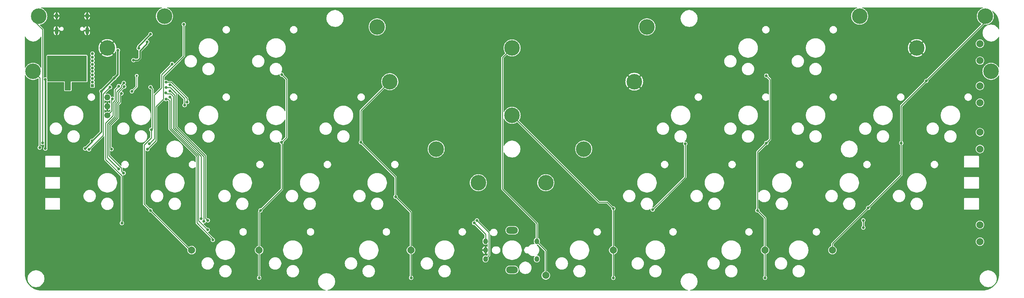
<source format=gtl>
G04 #@! TF.GenerationSoftware,KiCad,Pcbnew,8.0.5*
G04 #@! TF.CreationDate,2024-09-18T06:09:17+09:00*
G04 #@! TF.ProjectId,SandyLP_Base,53616e64-794c-4505-9f42-6173652e6b69,v.0*
G04 #@! TF.SameCoordinates,Original*
G04 #@! TF.FileFunction,Copper,L1,Top*
G04 #@! TF.FilePolarity,Positive*
%FSLAX46Y46*%
G04 Gerber Fmt 4.6, Leading zero omitted, Abs format (unit mm)*
G04 Created by KiCad (PCBNEW 8.0.5) date 2024-09-18 06:09:17*
%MOMM*%
%LPD*%
G01*
G04 APERTURE LIST*
G04 #@! TA.AperFunction,ComponentPad*
%ADD10O,3.300000X2.000000*%
G04 #@! TD*
G04 #@! TA.AperFunction,ComponentPad*
%ADD11O,1.300000X1.600000*%
G04 #@! TD*
G04 #@! TA.AperFunction,ComponentPad*
%ADD12C,2.000000*%
G04 #@! TD*
G04 #@! TA.AperFunction,ComponentPad*
%ADD13O,1.000000X1.600000*%
G04 #@! TD*
G04 #@! TA.AperFunction,ComponentPad*
%ADD14O,1.000000X2.100000*%
G04 #@! TD*
G04 #@! TA.AperFunction,ComponentPad*
%ADD15C,3.600000*%
G04 #@! TD*
G04 #@! TA.AperFunction,SMDPad,CuDef*
%ADD16C,4.400000*%
G04 #@! TD*
G04 #@! TA.AperFunction,ComponentPad*
%ADD17R,0.850000X0.850000*%
G04 #@! TD*
G04 #@! TA.AperFunction,ComponentPad*
%ADD18O,0.850000X0.850000*%
G04 #@! TD*
G04 #@! TA.AperFunction,ComponentPad*
%ADD19C,1.700000*%
G04 #@! TD*
G04 #@! TA.AperFunction,ComponentPad*
%ADD20O,1.700000X1.700000*%
G04 #@! TD*
G04 #@! TA.AperFunction,ComponentPad*
%ADD21C,0.600000*%
G04 #@! TD*
G04 #@! TA.AperFunction,ViaPad*
%ADD22C,0.800000*%
G04 #@! TD*
G04 #@! TA.AperFunction,ViaPad*
%ADD23C,0.600000*%
G04 #@! TD*
G04 #@! TA.AperFunction,Conductor*
%ADD24C,0.381000*%
G04 #@! TD*
G04 #@! TA.AperFunction,Conductor*
%ADD25C,0.500000*%
G04 #@! TD*
G04 #@! TA.AperFunction,Conductor*
%ADD26C,0.200000*%
G04 #@! TD*
G04 #@! TA.AperFunction,Conductor*
%ADD27C,0.250000*%
G04 #@! TD*
G04 APERTURE END LIST*
D10*
X159170935Y-108803765D03*
X159170935Y-97603765D03*
D11*
X151670935Y-100703765D03*
X151670935Y-105703765D03*
X151670935Y-103203765D03*
X166170935Y-100703765D03*
X166170935Y-105703765D03*
D12*
X130595934Y-103203405D03*
X187745934Y-103203405D03*
X249658434Y-103203405D03*
X68683434Y-103203405D03*
X291330310Y-69865905D03*
X291330310Y-96059655D03*
X230608434Y-103203405D03*
X291330310Y-49625280D03*
X291330310Y-74628405D03*
X291330310Y-56769030D03*
X291330310Y-61531530D03*
D13*
X30525935Y-36997115D03*
D14*
X30525935Y-41177115D03*
D13*
X39165935Y-36997115D03*
D14*
X39165935Y-41177115D03*
D12*
X168696059Y-110347219D03*
X291330310Y-44862780D03*
X87733434Y-103203405D03*
D15*
X257345935Y-37078405D03*
D16*
X257345935Y-37078405D03*
D15*
X124642810Y-55578405D03*
D16*
X124642810Y-55578405D03*
D15*
X149645935Y-84153405D03*
D16*
X149645935Y-84153405D03*
D17*
X40658435Y-56684655D03*
D18*
X40658435Y-55684655D03*
X40658435Y-54684655D03*
X40658435Y-53684655D03*
X40658435Y-52684655D03*
X40658435Y-51684655D03*
X40658435Y-50684655D03*
X40658435Y-49684655D03*
X40658435Y-48684655D03*
X40658435Y-47684655D03*
D15*
X292845935Y-37078405D03*
D16*
X292845935Y-37078405D03*
D15*
X25495935Y-37078405D03*
D16*
X25495935Y-37078405D03*
D15*
X294445935Y-52678405D03*
D16*
X294445935Y-52678405D03*
D15*
X44870935Y-46053405D03*
D16*
X44870935Y-46053405D03*
D19*
X44870935Y-65128405D03*
D20*
X44870935Y-62588405D03*
X44870935Y-60048405D03*
D15*
X159170935Y-46053405D03*
D16*
X159170935Y-46053405D03*
D15*
X179411560Y-74628405D03*
D16*
X179411560Y-74628405D03*
D12*
X291330310Y-100822155D03*
D15*
X197270935Y-40100280D03*
D16*
X197270935Y-40100280D03*
D15*
X159170935Y-65103405D03*
D16*
X159170935Y-65103405D03*
D15*
X137739685Y-74628405D03*
D16*
X137739685Y-74628405D03*
D15*
X168695935Y-84153405D03*
D16*
X168695935Y-84153405D03*
D15*
X121070935Y-40100280D03*
D16*
X121070935Y-40100280D03*
D15*
X60995935Y-37078405D03*
D16*
X60995935Y-37078405D03*
D21*
X55033435Y-53059655D03*
X55033435Y-51784655D03*
X55033435Y-50509655D03*
X53758435Y-53059655D03*
X53758435Y-51784655D03*
X53758435Y-50509655D03*
X52483435Y-53059655D03*
X52483435Y-51784655D03*
X52483435Y-50509655D03*
D15*
X23895935Y-52678405D03*
D16*
X23895935Y-52678405D03*
D15*
X273470935Y-46053405D03*
D16*
X273470935Y-46053405D03*
D15*
X193699060Y-55578405D03*
D16*
X193699060Y-55578405D03*
D22*
X38570935Y-55028405D03*
X28570935Y-54828405D03*
X33670935Y-52428405D03*
X46842809Y-54600281D03*
X28370935Y-48728405D03*
X40551851Y-72328213D03*
X57058432Y-42184658D03*
X38570935Y-48728405D03*
X47858435Y-46722155D03*
X38603873Y-74503405D03*
X53709562Y-46100175D03*
X43158435Y-58284655D03*
D23*
X53158435Y-53884655D03*
D22*
X52258435Y-49484655D03*
X56107758Y-44323979D03*
X51787294Y-58313514D03*
X57070935Y-91978645D03*
X57270935Y-69128405D03*
X26545935Y-72855397D03*
X57070935Y-57128405D03*
X27358435Y-74514655D03*
X27345935Y-54965905D03*
X87745935Y-111028765D03*
X88120935Y-91978645D03*
X94083519Y-72740981D03*
X94158475Y-53615945D03*
X116470935Y-72728405D03*
X130670935Y-111028405D03*
X126270935Y-88128405D03*
X49636487Y-56993957D03*
X49470935Y-81428405D03*
X74670935Y-100328765D03*
X61420935Y-60528405D03*
X48070939Y-80278405D03*
X49520935Y-55928405D03*
X56708172Y-73112344D03*
X63145935Y-50578406D03*
X25770935Y-74228405D03*
X46274031Y-60450309D03*
X48831868Y-58894592D03*
X46045935Y-74638859D03*
X73220935Y-97478405D03*
X62570935Y-59928405D03*
X187770935Y-91428405D03*
X198896355Y-91753825D03*
X208070935Y-73128405D03*
X187770935Y-111028405D03*
X72120934Y-95078404D03*
X62587141Y-58212199D03*
X148458435Y-95528405D03*
X61418117Y-57208414D03*
X73254600Y-94798003D03*
X149258435Y-94798003D03*
X230996455Y-72928405D03*
X228470935Y-91978685D03*
X230996655Y-53878525D03*
X230620935Y-111028405D03*
X259770935Y-91228405D03*
X269095815Y-72928605D03*
X276183435Y-55340905D03*
X66670935Y-62228565D03*
X62590102Y-56478405D03*
X56223399Y-74657613D03*
X66470941Y-39378405D03*
X48970935Y-95578405D03*
X48058435Y-56848237D03*
X71395935Y-94328405D03*
X258370941Y-96828405D03*
X258370935Y-94778405D03*
X61403479Y-58708415D03*
X39683671Y-74756631D03*
X45636574Y-57162794D03*
X109164759Y-97250337D03*
X22249061Y-74628443D03*
X210367969Y-44267480D03*
X96663186Y-63317496D03*
X289544598Y-80581573D03*
X65458435Y-60384655D03*
X29988130Y-86534703D03*
X282996155Y-78200321D03*
X73445979Y-82367512D03*
X41970935Y-42028405D03*
X197271083Y-56769053D03*
X124642897Y-63317496D03*
X74636605Y-97250337D03*
X48758435Y-48884655D03*
X248468001Y-44267480D03*
X200842961Y-82367512D03*
X270494582Y-63317496D03*
X93091308Y-82367512D03*
X51419398Y-97250337D03*
X257397696Y-74628443D03*
X162147616Y-74628443D03*
X213344534Y-91892520D03*
X54395963Y-113919101D03*
X206796091Y-35337785D03*
X289470935Y-76128405D03*
X28258435Y-47584655D03*
X23870935Y-44928405D03*
X82970987Y-56769053D03*
X296093041Y-55578427D03*
X155599173Y-85344077D03*
X255016444Y-94869085D03*
X238942993Y-82367512D03*
X42658435Y-54384655D03*
X69278788Y-82367512D03*
X63395935Y-45578405D03*
X68683475Y-71056565D03*
X63920971Y-35337785D03*
X206200778Y-113919101D03*
X22249061Y-109156597D03*
X34720935Y-45428405D03*
X232394550Y-35337785D03*
X206796091Y-44862793D03*
X294902415Y-49625297D03*
X43085016Y-75819069D03*
X66897536Y-74628443D03*
X60495935Y-48228405D03*
X131786653Y-97250337D03*
X52270935Y-43118405D03*
X159171051Y-113919101D03*
X187150762Y-73437817D03*
X37670935Y-46378405D03*
X156789799Y-97845650D03*
X106783507Y-35337785D03*
X273471147Y-56769053D03*
X184174197Y-35337785D03*
X224060168Y-101417528D03*
X37608435Y-43934655D03*
X41420935Y-45978405D03*
X23870935Y-49728405D03*
X251444566Y-91892520D03*
X105370935Y-44328405D03*
X291330537Y-113919101D03*
X65706910Y-63317496D03*
X50770935Y-41628405D03*
X284186781Y-44267480D03*
X181197632Y-101417528D03*
X60349093Y-63317496D03*
X39970935Y-43828405D03*
X44870935Y-41978405D03*
X251444566Y-74628443D03*
X296093041Y-38314350D03*
X31658435Y-75784655D03*
X103806942Y-113919101D03*
X290139911Y-35337785D03*
X48270935Y-41978405D03*
X285970935Y-80328405D03*
X22249061Y-93678459D03*
X254421131Y-35337785D03*
X23870935Y-55728405D03*
X165124181Y-73437817D03*
X168696059Y-94869085D03*
X85947552Y-35337785D03*
X263946139Y-113919101D03*
X124642897Y-82367512D03*
X28458435Y-71584655D03*
X26470935Y-86328405D03*
X186555449Y-91892520D03*
X159171051Y-35337785D03*
X132977279Y-113919101D03*
X37131886Y-91892520D03*
X160956990Y-91892520D03*
X296093041Y-74628443D03*
X29988130Y-80581573D03*
X294902415Y-44862793D03*
X78208483Y-113919101D03*
X109760072Y-113919101D03*
X268113330Y-74033130D03*
X296093041Y-93678459D03*
X56582429Y-58664735D03*
X285970935Y-86228405D03*
X46658435Y-71784655D03*
X161552303Y-97845650D03*
X240133619Y-113919101D03*
X121071019Y-56769053D03*
X42058435Y-69184655D03*
X46058435Y-58784655D03*
X155599173Y-74628443D03*
X232989863Y-63317496D03*
X155003860Y-59745618D03*
X143097600Y-101417528D03*
X26470935Y-80428405D03*
X212153908Y-113919101D03*
X65111597Y-56173740D03*
X211558595Y-35337785D03*
X60944406Y-74628443D03*
X111546011Y-35337785D03*
X128810088Y-91892520D03*
X26416252Y-113919101D03*
X260969574Y-95464398D03*
X76670935Y-49828405D03*
X146669478Y-82367512D03*
X88924117Y-97250337D03*
X287163346Y-95464398D03*
X28202191Y-35337785D03*
X296093041Y-109156597D03*
X134167905Y-35337785D03*
X73445979Y-91892520D03*
X53370935Y-41628405D03*
X57967841Y-35337785D03*
X211558595Y-94869085D03*
X199057022Y-65698748D03*
X54270935Y-43128405D03*
X185364823Y-113919101D03*
X178816380Y-85939390D03*
X46061581Y-75819069D03*
X289544598Y-86534703D03*
X100235064Y-101417528D03*
X235371115Y-56769053D03*
X260374261Y-35337785D03*
X70469414Y-97250337D03*
X98449125Y-53792488D03*
X61570935Y-54528405D03*
X155599173Y-46053419D03*
X67418137Y-61328405D03*
X61445935Y-55728405D03*
D24*
X40551851Y-72328213D02*
X40551851Y-72555427D01*
X40551851Y-72555427D02*
X38603873Y-74503405D01*
X53709562Y-46100175D02*
X53709562Y-45533528D01*
D25*
X47858435Y-53584655D02*
X46842809Y-54600281D01*
X43158435Y-58284655D02*
X46842809Y-54600281D01*
D24*
X43158435Y-69792520D02*
X40622742Y-72328213D01*
X43158435Y-58284655D02*
X43158435Y-69792520D01*
D25*
X47858435Y-46722155D02*
X47858435Y-53584655D01*
D24*
X40622742Y-72328213D02*
X40551851Y-72328213D01*
X53709562Y-45533528D02*
X57058432Y-42184658D01*
X55958435Y-44473302D02*
X56107758Y-44323979D01*
D26*
X51787294Y-58313514D02*
X53158435Y-56942373D01*
D24*
X54058435Y-48884655D02*
X54058435Y-46884655D01*
X54058435Y-46884655D02*
X55958435Y-44984655D01*
D26*
X53158435Y-56942373D02*
X53158435Y-53884655D01*
D24*
X55958435Y-44984655D02*
X55958435Y-44473302D01*
X52258435Y-49484655D02*
X53458435Y-49484655D01*
X53458435Y-49484655D02*
X54058435Y-48884655D01*
D27*
X55267631Y-73456869D02*
X57270935Y-71453565D01*
X57070935Y-91978645D02*
X55267631Y-90175341D01*
X68277185Y-103203405D02*
X57070935Y-91997155D01*
X68683434Y-103203405D02*
X68277185Y-103203405D01*
X57270935Y-71453565D02*
X57270935Y-69128405D01*
X57070935Y-57128405D02*
X57670935Y-57728405D01*
X26545935Y-40803405D02*
X26545935Y-72855397D01*
X23895935Y-38153405D02*
X26545935Y-40803405D01*
X55267631Y-90175341D02*
X55267631Y-73456869D01*
X57670935Y-57728405D02*
X57670935Y-68728405D01*
X57070935Y-91997155D02*
X57070935Y-91978645D01*
X57670935Y-68728405D02*
X57270935Y-69128405D01*
X23895935Y-37078405D02*
X23895935Y-38153405D01*
D25*
X27445935Y-74427155D02*
X27358435Y-74514655D01*
X27345935Y-54965905D02*
X27445935Y-55065905D01*
X27445935Y-55065905D02*
X27445935Y-74427155D01*
D27*
X87733434Y-103203405D02*
X87733434Y-92366146D01*
X94183515Y-72840977D02*
X94083519Y-72740981D01*
X94183515Y-85916065D02*
X94183515Y-72840977D01*
X95470935Y-54928405D02*
X95470935Y-71353565D01*
X87733434Y-103203405D02*
X87733434Y-111016264D01*
X87733434Y-111016264D02*
X87745935Y-111028765D01*
X87733434Y-92366146D02*
X88120935Y-91978645D01*
X94158475Y-53615945D02*
X95470935Y-54928405D01*
X88120935Y-91978645D02*
X94183515Y-85916065D01*
X95470935Y-71353565D02*
X94083519Y-72740981D01*
X126270935Y-82528405D02*
X116470935Y-72728405D01*
X116470935Y-63750280D02*
X124642810Y-55578405D01*
X130595934Y-103203405D02*
X130595934Y-110953404D01*
X116470935Y-72728405D02*
X116470935Y-63750280D01*
X130595934Y-92453404D02*
X126270935Y-88128405D01*
X126270935Y-88128405D02*
X126270935Y-82528405D01*
X130595934Y-103203405D02*
X130595934Y-92453404D01*
X130595934Y-110953404D02*
X130670935Y-111028405D01*
X49636487Y-57002597D02*
X49636487Y-56993957D01*
X48870935Y-80828405D02*
X48870935Y-80028405D01*
X48870935Y-80028405D02*
X45270935Y-76428405D01*
X47970935Y-61235759D02*
X47970935Y-58668149D01*
X47970935Y-58668149D02*
X49636487Y-57002597D01*
X49470935Y-81428405D02*
X48870935Y-80828405D01*
X45270935Y-67735759D02*
X47408435Y-65598259D01*
X47408435Y-65598259D02*
X47408435Y-61798259D01*
X47408435Y-61798259D02*
X47970935Y-61235759D01*
X45270935Y-76428405D02*
X45270935Y-67735759D01*
X74670935Y-100028405D02*
X74670935Y-100328765D01*
X70170935Y-76711216D02*
X70170935Y-95528405D01*
X62458435Y-60984655D02*
X62458435Y-68998716D01*
X62002185Y-60528405D02*
X62458435Y-60984655D01*
X70170935Y-95528405D02*
X74670935Y-100028405D01*
X62458435Y-68998716D02*
X70170935Y-76711216D01*
X61420935Y-60528405D02*
X62002185Y-60528405D01*
X47520935Y-58481753D02*
X47520935Y-61049363D01*
X48833435Y-57169253D02*
X47520935Y-58481753D01*
X44820935Y-77028401D02*
X48070939Y-80278405D01*
X44820935Y-67549363D02*
X44820935Y-77028401D01*
X48833435Y-56615905D02*
X48833435Y-57169253D01*
X49520935Y-55928405D02*
X48833435Y-56615905D01*
X46958435Y-65411863D02*
X44820935Y-67549363D01*
X46958435Y-61611863D02*
X46958435Y-65411863D01*
X47520935Y-61049363D02*
X46958435Y-61611863D01*
X166170935Y-100859655D02*
X168696059Y-103384779D01*
X166170935Y-100703765D02*
X166170935Y-100859655D01*
X156470935Y-85928405D02*
X166170935Y-95628405D01*
X168696059Y-103384779D02*
X168696059Y-110347219D01*
X166170935Y-95628405D02*
X166170935Y-100703765D01*
X156470935Y-48753405D02*
X156470935Y-85928405D01*
X159170935Y-46053405D02*
X156470935Y-48753405D01*
X60170935Y-53553406D02*
X60170935Y-57328405D01*
X58120935Y-59378405D02*
X58120935Y-71699581D01*
X25770935Y-74228405D02*
X25770935Y-54553405D01*
X58120935Y-71699581D02*
X56708172Y-73112344D01*
X60170935Y-57328405D02*
X58120935Y-59378405D01*
X25770935Y-54553405D02*
X23895935Y-52678405D01*
X63145935Y-50578406D02*
X60170935Y-53553406D01*
X44870935Y-65128405D02*
X46058435Y-63940905D01*
X46058435Y-63940905D02*
X46058435Y-60665905D01*
X46058435Y-60665905D02*
X46274031Y-60450309D01*
X47858435Y-65784655D02*
X47858435Y-61984655D01*
X47858435Y-61984655D02*
X48458435Y-61384655D01*
X48458435Y-61384655D02*
X48458435Y-59268025D01*
X45720935Y-67922155D02*
X47858435Y-65784655D01*
X48458435Y-59268025D02*
X48831868Y-58894592D01*
X46045935Y-74638859D02*
X45720935Y-74313859D01*
X45720935Y-74313859D02*
X45720935Y-67922155D01*
X62908435Y-60265905D02*
X62908435Y-68812320D01*
X70620935Y-76524820D02*
X70620935Y-94878405D01*
X62570935Y-59928405D02*
X62908435Y-60265905D01*
X62908435Y-68812320D02*
X70620935Y-76524820D01*
X70620935Y-94878405D02*
X73220935Y-97478405D01*
X208070935Y-73128405D02*
X208070935Y-82579245D01*
X187745934Y-103203405D02*
X187745934Y-91453406D01*
X183695935Y-89628405D02*
X185970935Y-89628405D01*
X187745934Y-91453406D02*
X187770935Y-91428405D01*
X187745934Y-111003404D02*
X187770935Y-111028405D01*
X187745934Y-103203405D02*
X187745934Y-111003404D01*
X208070935Y-82579245D02*
X198896355Y-91753825D01*
X185970935Y-89628405D02*
X187770935Y-91428405D01*
X159170935Y-65103405D02*
X183695935Y-89628405D01*
X63895935Y-68527028D02*
X72120934Y-76752027D01*
X151670935Y-98740905D02*
X148458435Y-95528405D01*
X62687141Y-58212199D02*
X63895935Y-59420993D01*
X63895935Y-59420993D02*
X63895935Y-68527028D01*
X62587141Y-58212199D02*
X62687141Y-58212199D01*
X72120934Y-76752027D02*
X72120934Y-95078404D01*
X151670935Y-100703765D02*
X151670935Y-98740905D01*
X152658435Y-104716265D02*
X152658435Y-98198003D01*
X62650944Y-57208414D02*
X64345935Y-58903405D01*
X64345935Y-68340632D02*
X72570935Y-76565632D01*
X72570935Y-76565632D02*
X72570935Y-94114338D01*
X64345935Y-58903405D02*
X64345935Y-68340632D01*
X72570935Y-94114338D02*
X73254600Y-94798003D01*
X151670935Y-105703765D02*
X152658435Y-104716265D01*
X152658435Y-98198003D02*
X149258435Y-94798003D01*
X61418117Y-57208414D02*
X62650944Y-57208414D01*
X230608434Y-111015904D02*
X230620935Y-111028405D01*
X232021655Y-71903205D02*
X232021655Y-54903525D01*
X230608434Y-94116184D02*
X228470935Y-91978685D01*
X230608434Y-103203405D02*
X230608434Y-111015904D01*
X230996455Y-72928405D02*
X232021655Y-71903205D01*
X232021655Y-54903525D02*
X230996655Y-53878525D01*
X230608434Y-103203405D02*
X230608434Y-94116184D01*
X228470935Y-91978685D02*
X228470935Y-75453925D01*
X228470935Y-75453925D02*
X230996455Y-72928405D01*
X269095815Y-72928605D02*
X269095815Y-81903525D01*
X269095815Y-72928605D02*
X269095815Y-62428525D01*
X292845935Y-38678405D02*
X292845935Y-37078405D01*
X249658434Y-103203405D02*
X249658434Y-101340906D01*
X249658434Y-101340906D02*
X259770935Y-91228405D01*
X269095815Y-62428525D02*
X292845935Y-38678405D01*
X269095815Y-81903525D02*
X259770935Y-91228405D01*
X62803347Y-56478405D02*
X66670935Y-60345993D01*
X62590102Y-56478405D02*
X62803347Y-56478405D01*
X66670935Y-60345993D02*
X66670935Y-62228565D01*
X56223399Y-74657613D02*
X58570935Y-72310077D01*
X58570935Y-62628405D02*
X60670935Y-60528405D01*
X60670935Y-54128405D02*
X66470941Y-48328399D01*
X66470941Y-48328399D02*
X66470941Y-39378405D01*
X60670935Y-60528405D02*
X60670935Y-54128405D01*
X58570935Y-72310077D02*
X58570935Y-62628405D01*
X44370935Y-77628405D02*
X44370935Y-67290106D01*
X47070935Y-60862967D02*
X47070935Y-57835737D01*
X47070935Y-57835737D02*
X48058435Y-56848237D01*
X48970935Y-82228405D02*
X44370935Y-77628405D01*
X46508435Y-65152606D02*
X46508435Y-61425467D01*
X48970935Y-95578405D02*
X48970935Y-82228405D01*
X44370935Y-67290106D02*
X46508435Y-65152606D01*
X46508435Y-61425467D02*
X47070935Y-60862967D01*
X61682263Y-58987199D02*
X62727737Y-58987199D01*
X63445935Y-68713424D02*
X71395935Y-76663424D01*
X62727737Y-58987199D02*
X63445935Y-59705397D01*
X258370941Y-96828405D02*
X258370935Y-96828399D01*
X63445935Y-59705397D02*
X63445935Y-68713424D01*
X258370935Y-96828399D02*
X258370935Y-94778405D01*
X71395935Y-76663424D02*
X71395935Y-94328405D01*
X61403479Y-58708415D02*
X61682263Y-58987199D01*
X43673935Y-70766367D02*
X43673935Y-59125433D01*
X39683671Y-74756631D02*
X43673935Y-70766367D01*
X43673935Y-59125433D02*
X45636574Y-57162794D01*
X67418137Y-60275607D02*
X62870935Y-55728405D01*
X62870935Y-55728405D02*
X61445935Y-55728405D01*
X67418137Y-61328405D02*
X67418137Y-60275607D01*
G04 #@! TA.AperFunction,Conductor*
G36*
X39001474Y-48248090D02*
G01*
X39047229Y-48300894D01*
X39058435Y-48352405D01*
X39058435Y-55404405D01*
X39038750Y-55471444D01*
X38985946Y-55517199D01*
X38934435Y-55528405D01*
X34558435Y-55528405D01*
X34558435Y-57904405D01*
X34538750Y-57971444D01*
X34485946Y-58017199D01*
X34434435Y-58028405D01*
X32982435Y-58028405D01*
X32915396Y-58008720D01*
X32869641Y-57955916D01*
X32858435Y-57904405D01*
X32858435Y-55528405D01*
X28020435Y-55528405D01*
X27953396Y-55508720D01*
X27907641Y-55455916D01*
X27896435Y-55404405D01*
X27896435Y-55230728D01*
X27905874Y-55183275D01*
X27930979Y-55122667D01*
X27951617Y-54965905D01*
X27930979Y-54809143D01*
X27910396Y-54759453D01*
X27867875Y-54656795D01*
X27858436Y-54609343D01*
X27858436Y-48352405D01*
X27878121Y-48285366D01*
X27930925Y-48239611D01*
X27982436Y-48228405D01*
X38934435Y-48228405D01*
X39001474Y-48248090D01*
G37*
G04 #@! TD.AperFunction*
G04 #@! TA.AperFunction,Conductor*
G36*
X45120935Y-63711589D02*
G01*
X45186993Y-63699243D01*
X45385728Y-63622252D01*
X45566936Y-63510054D01*
X45567230Y-63509787D01*
X45567383Y-63509717D01*
X45570589Y-63507297D01*
X45571134Y-63508019D01*
X45622968Y-63484549D01*
X45682895Y-63496894D01*
X45724121Y-63542105D01*
X45732935Y-63582940D01*
X45732935Y-63765070D01*
X45714028Y-63823261D01*
X45703939Y-63835073D01*
X45399109Y-64139902D01*
X45344594Y-64167679D01*
X45284162Y-64158108D01*
X45282439Y-64157208D01*
X45274894Y-64153175D01*
X45274889Y-64153173D01*
X45076869Y-64093104D01*
X45076864Y-64093103D01*
X44870938Y-64072822D01*
X44870932Y-64072822D01*
X44665005Y-64093103D01*
X44665000Y-64093104D01*
X44466980Y-64153173D01*
X44284482Y-64250721D01*
X44284476Y-64250725D01*
X44161239Y-64351863D01*
X44104263Y-64374163D01*
X44045060Y-64358714D01*
X44006244Y-64311417D01*
X43999435Y-64275335D01*
X43999435Y-63574280D01*
X44018342Y-63516089D01*
X44067842Y-63480125D01*
X44129028Y-63480125D01*
X44165132Y-63501119D01*
X44174933Y-63510054D01*
X44356141Y-63622252D01*
X44554876Y-63699243D01*
X44620935Y-63711590D01*
X44620935Y-63021417D01*
X44677942Y-63054330D01*
X44805109Y-63088405D01*
X44936761Y-63088405D01*
X45063928Y-63054330D01*
X45120935Y-63021417D01*
X45120935Y-63711589D01*
G37*
G04 #@! TD.AperFunction*
G04 #@! TA.AperFunction,Conductor*
G36*
X44161240Y-60824946D02*
G01*
X44284482Y-60926088D01*
X44284483Y-60926088D01*
X44284485Y-60926090D01*
X44466981Y-61023637D01*
X44604932Y-61065483D01*
X44665000Y-61083705D01*
X44665005Y-61083706D01*
X44870932Y-61103988D01*
X44870935Y-61103988D01*
X44870938Y-61103988D01*
X45076864Y-61083706D01*
X45076869Y-61083705D01*
X45274889Y-61023637D01*
X45457385Y-60926090D01*
X45544741Y-60854399D01*
X45571130Y-60832743D01*
X45628107Y-60810443D01*
X45687310Y-60825892D01*
X45726125Y-60873189D01*
X45732935Y-60909271D01*
X45732935Y-61593869D01*
X45714028Y-61652060D01*
X45664528Y-61688024D01*
X45603342Y-61688024D01*
X45570869Y-61669141D01*
X45570589Y-61669513D01*
X45567512Y-61667189D01*
X45567241Y-61667032D01*
X45566939Y-61666757D01*
X45566940Y-61666757D01*
X45385728Y-61554557D01*
X45186994Y-61477566D01*
X45120935Y-61465217D01*
X45120935Y-62155393D01*
X45063928Y-62122480D01*
X44936761Y-62088405D01*
X44805109Y-62088405D01*
X44677942Y-62122480D01*
X44620935Y-62155393D01*
X44620935Y-61465218D01*
X44620934Y-61465217D01*
X44554875Y-61477566D01*
X44356141Y-61554557D01*
X44174930Y-61666757D01*
X44165129Y-61675692D01*
X44109387Y-61700921D01*
X44049462Y-61688568D01*
X44008243Y-61643350D01*
X43999435Y-61602529D01*
X43999435Y-60901474D01*
X44018342Y-60843283D01*
X44067842Y-60807319D01*
X44129028Y-60807319D01*
X44161240Y-60824946D01*
G37*
G04 #@! TD.AperFunction*
G04 #@! TA.AperFunction,Conductor*
G36*
X60280611Y-34616522D02*
G01*
X60316575Y-34666022D01*
X60316575Y-34727208D01*
X60280611Y-34776708D01*
X60255477Y-34789514D01*
X60255565Y-34789735D01*
X60253229Y-34790659D01*
X60253015Y-34790769D01*
X60252671Y-34790880D01*
X59971834Y-34902071D01*
X59707148Y-35047584D01*
X59707127Y-35047597D01*
X59462775Y-35225128D01*
X59462772Y-35225130D01*
X59242590Y-35431896D01*
X59242580Y-35431907D01*
X59050049Y-35664637D01*
X58888209Y-35919655D01*
X58888202Y-35919668D01*
X58759596Y-36192968D01*
X58666255Y-36480243D01*
X58666252Y-36480253D01*
X58609655Y-36776942D01*
X58590689Y-37078405D01*
X58609655Y-37379867D01*
X58666158Y-37676064D01*
X58666254Y-37676565D01*
X58708664Y-37807088D01*
X58759596Y-37963841D01*
X58888202Y-38237141D01*
X58888209Y-38237154D01*
X59050049Y-38492172D01*
X59242580Y-38724902D01*
X59242590Y-38724913D01*
X59462772Y-38931679D01*
X59462775Y-38931681D01*
X59707127Y-39109212D01*
X59707131Y-39109214D01*
X59707140Y-39109221D01*
X59971831Y-39254737D01*
X60252673Y-39365930D01*
X60545237Y-39441047D01*
X60725089Y-39463768D01*
X60844907Y-39478905D01*
X60844908Y-39478905D01*
X61146963Y-39478905D01*
X61209472Y-39471008D01*
X61446633Y-39441047D01*
X61739197Y-39365930D01*
X62020039Y-39254737D01*
X62284730Y-39109221D01*
X62529097Y-38931679D01*
X62749284Y-38724909D01*
X62941820Y-38492173D01*
X63057917Y-38309232D01*
X63103660Y-38237154D01*
X63103661Y-38237151D01*
X63103668Y-38237141D01*
X63232276Y-37963835D01*
X63311818Y-37719030D01*
X106764685Y-37719030D01*
X106864685Y-38519031D01*
X107351173Y-39297411D01*
X107364685Y-39319030D01*
X108164685Y-39919030D01*
X108432250Y-39972543D01*
X109164683Y-40119030D01*
X109164685Y-40119030D01*
X109164687Y-40119030D01*
X109258437Y-40100280D01*
X118665689Y-40100280D01*
X118684655Y-40401742D01*
X118737310Y-40677765D01*
X118741254Y-40698440D01*
X118825672Y-40958252D01*
X118834596Y-40985716D01*
X118963202Y-41259016D01*
X118963209Y-41259029D01*
X119125049Y-41514047D01*
X119317580Y-41746777D01*
X119317590Y-41746788D01*
X119537766Y-41953548D01*
X119537775Y-41953556D01*
X119782127Y-42131087D01*
X119782131Y-42131089D01*
X119782140Y-42131096D01*
X120046831Y-42276612D01*
X120327673Y-42387805D01*
X120620237Y-42462922D01*
X120814756Y-42487496D01*
X120919907Y-42500780D01*
X120919908Y-42500780D01*
X121221963Y-42500780D01*
X121271907Y-42494470D01*
X121521633Y-42462922D01*
X121814197Y-42387805D01*
X122095039Y-42276612D01*
X122359730Y-42131096D01*
X122604097Y-41953554D01*
X122604099Y-41953551D01*
X122604104Y-41953548D01*
X122761321Y-41805910D01*
X122824284Y-41746784D01*
X123016820Y-41514048D01*
X123178668Y-41259016D01*
X123307276Y-40985710D01*
X123400616Y-40698440D01*
X123457215Y-40401737D01*
X123476181Y-40100280D01*
X194865689Y-40100280D01*
X194884655Y-40401742D01*
X194937310Y-40677765D01*
X194941254Y-40698440D01*
X195025672Y-40958252D01*
X195034596Y-40985716D01*
X195163202Y-41259016D01*
X195163209Y-41259029D01*
X195325049Y-41514047D01*
X195517580Y-41746777D01*
X195517590Y-41746788D01*
X195737766Y-41953548D01*
X195737775Y-41953556D01*
X195982127Y-42131087D01*
X195982131Y-42131089D01*
X195982140Y-42131096D01*
X196246831Y-42276612D01*
X196527673Y-42387805D01*
X196820237Y-42462922D01*
X197014756Y-42487496D01*
X197119907Y-42500780D01*
X197119908Y-42500780D01*
X197421963Y-42500780D01*
X197471907Y-42494470D01*
X197721633Y-42462922D01*
X198014197Y-42387805D01*
X198295039Y-42276612D01*
X198559730Y-42131096D01*
X198804097Y-41953554D01*
X198804099Y-41953551D01*
X198804104Y-41953548D01*
X198961321Y-41805910D01*
X199024284Y-41746784D01*
X199216820Y-41514048D01*
X199378668Y-41259016D01*
X199507276Y-40985710D01*
X199567599Y-40800057D01*
X229796155Y-40800057D01*
X229796155Y-41006992D01*
X229836524Y-41209943D01*
X229915713Y-41401122D01*
X230030651Y-41573140D01*
X230030678Y-41573180D01*
X230177000Y-41719502D01*
X230349057Y-41834466D01*
X230540235Y-41913655D01*
X230743190Y-41954025D01*
X230743191Y-41954025D01*
X230950119Y-41954025D01*
X230950120Y-41954025D01*
X231153075Y-41913655D01*
X231344253Y-41834466D01*
X231516310Y-41719502D01*
X231662632Y-41573180D01*
X231777596Y-41401123D01*
X231856785Y-41209945D01*
X231897155Y-41006990D01*
X231897155Y-40800060D01*
X231897154Y-40800057D01*
X248846235Y-40800057D01*
X248846235Y-41006992D01*
X248886604Y-41209943D01*
X248965793Y-41401122D01*
X249080731Y-41573140D01*
X249080758Y-41573180D01*
X249227080Y-41719502D01*
X249399137Y-41834466D01*
X249590315Y-41913655D01*
X249793270Y-41954025D01*
X249793271Y-41954025D01*
X250000199Y-41954025D01*
X250000200Y-41954025D01*
X250203155Y-41913655D01*
X250394333Y-41834466D01*
X250566390Y-41719502D01*
X250712712Y-41573180D01*
X250827676Y-41401123D01*
X250906865Y-41209945D01*
X250947235Y-41006990D01*
X250947235Y-40800060D01*
X250906865Y-40597105D01*
X250827676Y-40405927D01*
X250712712Y-40233870D01*
X250566390Y-40087548D01*
X250566386Y-40087545D01*
X250394332Y-39972583D01*
X250203153Y-39893394D01*
X250000202Y-39853025D01*
X250000200Y-39853025D01*
X249793270Y-39853025D01*
X249793267Y-39853025D01*
X249590316Y-39893394D01*
X249399137Y-39972583D01*
X249227083Y-40087545D01*
X249080755Y-40233873D01*
X248965793Y-40405927D01*
X248886604Y-40597106D01*
X248846235Y-40800057D01*
X231897154Y-40800057D01*
X231856785Y-40597105D01*
X231777596Y-40405927D01*
X231662632Y-40233870D01*
X231516310Y-40087548D01*
X231516306Y-40087545D01*
X231344252Y-39972583D01*
X231153073Y-39893394D01*
X230950122Y-39853025D01*
X230950120Y-39853025D01*
X230743190Y-39853025D01*
X230743187Y-39853025D01*
X230540236Y-39893394D01*
X230349057Y-39972583D01*
X230177003Y-40087545D01*
X230030675Y-40233873D01*
X229915713Y-40405927D01*
X229836524Y-40597106D01*
X229796155Y-40800057D01*
X199567599Y-40800057D01*
X199600616Y-40698440D01*
X199657215Y-40401737D01*
X199676181Y-40100280D01*
X199657215Y-39798823D01*
X199600616Y-39502120D01*
X199507276Y-39214850D01*
X199505831Y-39211780D01*
X199403874Y-38995110D01*
X199378668Y-38941544D01*
X199378664Y-38941539D01*
X199378660Y-38941530D01*
X199216820Y-38686512D01*
X199024289Y-38453782D01*
X199024279Y-38453771D01*
X198804097Y-38247005D01*
X198804094Y-38247003D01*
X198559742Y-38069472D01*
X198559735Y-38069467D01*
X198559730Y-38069464D01*
X198295039Y-37923948D01*
X198295037Y-37923947D01*
X198295035Y-37923946D01*
X198014197Y-37812755D01*
X197992125Y-37807088D01*
X197721633Y-37737638D01*
X197721626Y-37737637D01*
X197721630Y-37737637D01*
X197574341Y-37719030D01*
X206777185Y-37719030D01*
X206877185Y-38519031D01*
X207363673Y-39297411D01*
X207377185Y-39319030D01*
X208177185Y-39919030D01*
X208444750Y-39972543D01*
X209177183Y-40119030D01*
X209177185Y-40119030D01*
X209177187Y-40119030D01*
X209743765Y-40005714D01*
X210177185Y-39919030D01*
X210977185Y-39319030D01*
X211477185Y-38519030D01*
X211577185Y-37719030D01*
X211477185Y-36919030D01*
X211467557Y-36903626D01*
X210977185Y-36119030D01*
X210749746Y-35948451D01*
X210177185Y-35519030D01*
X210177184Y-35519029D01*
X210177183Y-35519029D01*
X209177187Y-35319030D01*
X209177183Y-35319030D01*
X208177186Y-35519029D01*
X207377184Y-36119030D01*
X206877185Y-36919028D01*
X206777185Y-37719030D01*
X197574341Y-37719030D01*
X197421963Y-37699780D01*
X197421962Y-37699780D01*
X197119908Y-37699780D01*
X197119907Y-37699780D01*
X196820241Y-37737637D01*
X196527672Y-37812755D01*
X196246834Y-37923946D01*
X195982148Y-38069459D01*
X195982127Y-38069472D01*
X195737775Y-38247003D01*
X195737772Y-38247005D01*
X195517590Y-38453771D01*
X195517580Y-38453782D01*
X195325049Y-38686512D01*
X195163209Y-38941530D01*
X195163202Y-38941543D01*
X195034596Y-39214843D01*
X195010221Y-39289863D01*
X194953716Y-39463768D01*
X194941255Y-39502118D01*
X194941252Y-39502128D01*
X194884655Y-39798817D01*
X194865689Y-40100280D01*
X123476181Y-40100280D01*
X123457215Y-39798823D01*
X123400616Y-39502120D01*
X123307276Y-39214850D01*
X123305831Y-39211780D01*
X123203874Y-38995110D01*
X123178668Y-38941544D01*
X123178664Y-38941539D01*
X123178660Y-38941530D01*
X123016820Y-38686512D01*
X122824289Y-38453782D01*
X122824279Y-38453771D01*
X122604097Y-38247005D01*
X122604094Y-38247003D01*
X122359742Y-38069472D01*
X122359735Y-38069467D01*
X122359730Y-38069464D01*
X122095039Y-37923948D01*
X122095037Y-37923947D01*
X122095035Y-37923946D01*
X121814197Y-37812755D01*
X121792125Y-37807088D01*
X121521633Y-37737638D01*
X121521626Y-37737637D01*
X121521630Y-37737637D01*
X121221963Y-37699780D01*
X121221962Y-37699780D01*
X120919908Y-37699780D01*
X120919907Y-37699780D01*
X120620241Y-37737637D01*
X120327672Y-37812755D01*
X120046834Y-37923946D01*
X119782148Y-38069459D01*
X119782127Y-38069472D01*
X119537775Y-38247003D01*
X119537772Y-38247005D01*
X119317590Y-38453771D01*
X119317580Y-38453782D01*
X119125049Y-38686512D01*
X118963209Y-38941530D01*
X118963202Y-38941543D01*
X118834596Y-39214843D01*
X118810221Y-39289863D01*
X118753716Y-39463768D01*
X118741255Y-39502118D01*
X118741252Y-39502128D01*
X118684655Y-39798817D01*
X118665689Y-40100280D01*
X109258437Y-40100280D01*
X109731265Y-40005714D01*
X110164685Y-39919030D01*
X110964685Y-39319030D01*
X111464685Y-38519030D01*
X111564685Y-37719030D01*
X111464685Y-36919030D01*
X111455057Y-36903626D01*
X110964685Y-36119030D01*
X110737246Y-35948451D01*
X110164685Y-35519030D01*
X110164684Y-35519029D01*
X110164683Y-35519029D01*
X109164687Y-35319030D01*
X109164683Y-35319030D01*
X108164686Y-35519029D01*
X107364684Y-36119030D01*
X106864685Y-36919028D01*
X106764685Y-37719030D01*
X63311818Y-37719030D01*
X63325616Y-37676565D01*
X63382215Y-37379862D01*
X63401181Y-37078405D01*
X63382215Y-36776948D01*
X63325616Y-36480245D01*
X63232276Y-36192975D01*
X63103668Y-35919669D01*
X63103664Y-35919664D01*
X63103660Y-35919655D01*
X62941820Y-35664637D01*
X62749289Y-35431907D01*
X62749279Y-35431896D01*
X62529097Y-35225130D01*
X62529094Y-35225128D01*
X62284742Y-35047597D01*
X62284735Y-35047592D01*
X62284730Y-35047589D01*
X62020039Y-34902073D01*
X62020037Y-34902072D01*
X62020035Y-34902071D01*
X61739198Y-34790880D01*
X61738855Y-34790769D01*
X61738781Y-34790715D01*
X61736305Y-34789735D01*
X61736556Y-34789099D01*
X61689356Y-34754804D01*
X61670450Y-34696613D01*
X61689359Y-34638422D01*
X61738860Y-34602460D01*
X61769450Y-34597615D01*
X256572420Y-34597615D01*
X256630611Y-34616522D01*
X256666575Y-34666022D01*
X256666575Y-34727208D01*
X256630611Y-34776708D01*
X256605477Y-34789514D01*
X256605565Y-34789735D01*
X256603229Y-34790659D01*
X256603015Y-34790769D01*
X256602671Y-34790880D01*
X256321834Y-34902071D01*
X256057148Y-35047584D01*
X256057127Y-35047597D01*
X255812775Y-35225128D01*
X255812772Y-35225130D01*
X255592590Y-35431896D01*
X255592580Y-35431907D01*
X255400049Y-35664637D01*
X255238209Y-35919655D01*
X255238202Y-35919668D01*
X255109596Y-36192968D01*
X255016255Y-36480243D01*
X255016252Y-36480253D01*
X254959655Y-36776942D01*
X254940689Y-37078405D01*
X254959655Y-37379867D01*
X255016158Y-37676064D01*
X255016254Y-37676565D01*
X255058664Y-37807088D01*
X255109596Y-37963841D01*
X255238202Y-38237141D01*
X255238209Y-38237154D01*
X255400049Y-38492172D01*
X255592580Y-38724902D01*
X255592590Y-38724913D01*
X255812772Y-38931679D01*
X255812775Y-38931681D01*
X256057127Y-39109212D01*
X256057131Y-39109214D01*
X256057140Y-39109221D01*
X256321831Y-39254737D01*
X256602673Y-39365930D01*
X256895237Y-39441047D01*
X257075089Y-39463768D01*
X257194907Y-39478905D01*
X257194908Y-39478905D01*
X257496963Y-39478905D01*
X257559472Y-39471008D01*
X257796633Y-39441047D01*
X258089197Y-39365930D01*
X258370039Y-39254737D01*
X258634730Y-39109221D01*
X258879097Y-38931679D01*
X259099284Y-38724909D01*
X259291820Y-38492173D01*
X259407917Y-38309232D01*
X259453660Y-38237154D01*
X259453661Y-38237151D01*
X259453668Y-38237141D01*
X259582276Y-37963835D01*
X259675616Y-37676565D01*
X259732215Y-37379862D01*
X259751181Y-37078405D01*
X259732215Y-36776948D01*
X259675616Y-36480245D01*
X259582276Y-36192975D01*
X259453668Y-35919669D01*
X259453664Y-35919664D01*
X259453660Y-35919655D01*
X259291820Y-35664637D01*
X259099289Y-35431907D01*
X259099279Y-35431896D01*
X258879097Y-35225130D01*
X258879094Y-35225128D01*
X258634742Y-35047597D01*
X258634735Y-35047592D01*
X258634730Y-35047589D01*
X258370039Y-34902073D01*
X258370037Y-34902072D01*
X258370035Y-34902071D01*
X258089198Y-34790880D01*
X258088855Y-34790769D01*
X258088781Y-34790715D01*
X258086305Y-34789735D01*
X258086556Y-34789099D01*
X258039356Y-34754804D01*
X258020450Y-34696613D01*
X258039359Y-34638422D01*
X258088860Y-34602460D01*
X258119450Y-34597615D01*
X292072420Y-34597615D01*
X292130611Y-34616522D01*
X292166575Y-34666022D01*
X292166575Y-34727208D01*
X292130611Y-34776708D01*
X292105477Y-34789514D01*
X292105565Y-34789735D01*
X292103229Y-34790659D01*
X292103015Y-34790769D01*
X292102671Y-34790880D01*
X291821834Y-34902071D01*
X291557148Y-35047584D01*
X291557127Y-35047597D01*
X291312775Y-35225128D01*
X291312772Y-35225130D01*
X291092590Y-35431896D01*
X291092580Y-35431907D01*
X290900049Y-35664637D01*
X290738209Y-35919655D01*
X290738202Y-35919668D01*
X290609596Y-36192968D01*
X290516255Y-36480243D01*
X290516252Y-36480253D01*
X290459655Y-36776942D01*
X290440689Y-37078405D01*
X290459655Y-37379867D01*
X290516158Y-37676064D01*
X290516254Y-37676565D01*
X290558664Y-37807088D01*
X290609596Y-37963841D01*
X290738202Y-38237141D01*
X290738209Y-38237154D01*
X290900049Y-38492172D01*
X291092580Y-38724902D01*
X291092590Y-38724913D01*
X291312772Y-38931679D01*
X291312775Y-38931681D01*
X291557143Y-39109223D01*
X291698183Y-39186761D01*
X291740067Y-39231363D01*
X291747735Y-39292066D01*
X291720493Y-39343519D01*
X276346401Y-54717611D01*
X276291884Y-54745388D01*
X276263475Y-54745760D01*
X276183436Y-54735223D01*
X276183434Y-54735223D01*
X276026676Y-54755860D01*
X276026668Y-54755862D01*
X275880596Y-54816367D01*
X275880595Y-54816367D01*
X275755158Y-54912618D01*
X275755148Y-54912628D01*
X275658897Y-55038065D01*
X275658897Y-55038066D01*
X275598392Y-55184138D01*
X275598390Y-55184146D01*
X275577753Y-55340904D01*
X275577753Y-55340905D01*
X275588290Y-55420945D01*
X275577140Y-55481106D01*
X275560141Y-55503871D01*
X268835347Y-62228666D01*
X268835346Y-62228667D01*
X268792498Y-62302881D01*
X268792497Y-62302886D01*
X268775066Y-62367940D01*
X268775066Y-62367941D01*
X268775065Y-62367940D01*
X268770315Y-62385668D01*
X268770315Y-72372633D01*
X268751408Y-72430824D01*
X268731583Y-72451175D01*
X268667533Y-72500322D01*
X268571277Y-72625765D01*
X268571277Y-72625766D01*
X268510772Y-72771838D01*
X268510770Y-72771846D01*
X268490133Y-72928604D01*
X268490133Y-72928605D01*
X268510770Y-73085363D01*
X268510772Y-73085371D01*
X268571277Y-73231443D01*
X268571277Y-73231444D01*
X268667528Y-73356881D01*
X268667533Y-73356887D01*
X268714793Y-73393151D01*
X268731582Y-73406033D01*
X268766238Y-73456457D01*
X268770315Y-73484575D01*
X268770315Y-81727690D01*
X268751408Y-81785881D01*
X268741319Y-81797694D01*
X259933901Y-90605111D01*
X259879384Y-90632888D01*
X259850975Y-90633260D01*
X259770936Y-90622723D01*
X259770934Y-90622723D01*
X259614176Y-90643360D01*
X259614168Y-90643362D01*
X259468096Y-90703867D01*
X259468095Y-90703867D01*
X259342658Y-90800118D01*
X259342648Y-90800128D01*
X259246397Y-90925565D01*
X259246397Y-90925566D01*
X259185892Y-91071638D01*
X259185890Y-91071646D01*
X259165253Y-91228404D01*
X259165253Y-91228405D01*
X259175790Y-91308444D01*
X259164640Y-91368605D01*
X259147641Y-91391370D01*
X249397966Y-101141047D01*
X249397965Y-101141048D01*
X249355116Y-101215266D01*
X249355115Y-101215266D01*
X249355116Y-101215267D01*
X249332934Y-101298053D01*
X249332934Y-101974250D01*
X249314027Y-102032441D01*
X249269696Y-102066565D01*
X249121033Y-102124158D01*
X248979344Y-102211888D01*
X248931872Y-102241281D01*
X248767454Y-102391168D01*
X248633377Y-102568714D01*
X248633372Y-102568723D01*
X248541327Y-102753574D01*
X248534205Y-102767877D01*
X248473319Y-102981869D01*
X248452791Y-103203405D01*
X248473319Y-103424941D01*
X248534205Y-103638933D01*
X248633376Y-103838094D01*
X248767453Y-104015641D01*
X248931872Y-104165529D01*
X249121033Y-104282652D01*
X249328494Y-104363023D01*
X249547191Y-104403905D01*
X249769677Y-104403905D01*
X249988374Y-104363023D01*
X250195835Y-104282652D01*
X250384996Y-104165529D01*
X250549415Y-104015641D01*
X250683492Y-103838094D01*
X250782663Y-103638933D01*
X250843549Y-103424941D01*
X250864077Y-103203405D01*
X250843549Y-102981869D01*
X250782663Y-102767877D01*
X250683492Y-102568716D01*
X250549415Y-102391169D01*
X250384996Y-102241281D01*
X250195835Y-102124158D01*
X250047171Y-102066565D01*
X249999740Y-102027913D01*
X249983934Y-101974250D01*
X249983934Y-101516740D01*
X250002841Y-101458549D01*
X250012924Y-101446742D01*
X250637511Y-100822155D01*
X290124667Y-100822155D01*
X290145195Y-101043691D01*
X290206081Y-101257683D01*
X290305252Y-101456844D01*
X290439329Y-101634391D01*
X290603748Y-101784279D01*
X290792909Y-101901402D01*
X291000370Y-101981773D01*
X291219067Y-102022655D01*
X291441553Y-102022655D01*
X291660250Y-101981773D01*
X291867711Y-101901402D01*
X292056872Y-101784279D01*
X292221291Y-101634391D01*
X292355368Y-101456844D01*
X292454539Y-101257683D01*
X292515425Y-101043691D01*
X292535953Y-100822155D01*
X292515425Y-100600619D01*
X292454539Y-100386627D01*
X292355368Y-100187466D01*
X292221291Y-100009919D01*
X292056872Y-99860031D01*
X291867711Y-99742908D01*
X291660250Y-99662537D01*
X291660249Y-99662536D01*
X291660247Y-99662536D01*
X291441553Y-99621655D01*
X291219067Y-99621655D01*
X291000372Y-99662536D01*
X290924107Y-99692081D01*
X290792909Y-99742908D01*
X290693872Y-99804229D01*
X290603748Y-99860031D01*
X290460087Y-99990996D01*
X290439329Y-100009919D01*
X290436505Y-100013659D01*
X290305253Y-100187464D01*
X290305248Y-100187473D01*
X290234893Y-100328765D01*
X290206081Y-100386627D01*
X290145195Y-100600619D01*
X290124667Y-100822155D01*
X250637511Y-100822155D01*
X256681261Y-94778404D01*
X257765253Y-94778404D01*
X257765253Y-94778405D01*
X257785890Y-94935163D01*
X257785892Y-94935171D01*
X257846397Y-95081243D01*
X257846397Y-95081244D01*
X257899249Y-95150122D01*
X257942653Y-95206687D01*
X257995736Y-95247419D01*
X258006702Y-95255833D01*
X258041358Y-95306257D01*
X258045435Y-95334375D01*
X258045435Y-96272438D01*
X258026528Y-96330629D01*
X258006703Y-96350979D01*
X257942665Y-96400117D01*
X257942654Y-96400128D01*
X257846403Y-96525565D01*
X257846403Y-96525566D01*
X257785898Y-96671638D01*
X257785896Y-96671646D01*
X257765259Y-96828404D01*
X257765259Y-96828405D01*
X257785896Y-96985163D01*
X257785898Y-96985171D01*
X257846403Y-97131243D01*
X257846403Y-97131244D01*
X257927881Y-97237428D01*
X257942659Y-97256687D01*
X257942663Y-97256690D01*
X257942664Y-97256691D01*
X257963688Y-97272823D01*
X258068100Y-97352941D01*
X258068101Y-97352941D01*
X258068102Y-97352942D01*
X258152228Y-97387788D01*
X258214179Y-97413449D01*
X258331750Y-97428927D01*
X258370940Y-97434087D01*
X258370941Y-97434087D01*
X258370942Y-97434087D01*
X258402293Y-97429959D01*
X258527703Y-97413449D01*
X258673782Y-97352941D01*
X258799223Y-97256687D01*
X258895477Y-97131246D01*
X258955985Y-96985167D01*
X258976623Y-96828405D01*
X258955985Y-96671643D01*
X258895478Y-96525566D01*
X258895478Y-96525565D01*
X258799227Y-96400128D01*
X258799226Y-96400127D01*
X258799223Y-96400123D01*
X258735167Y-96350971D01*
X258700512Y-96300546D01*
X258696435Y-96272429D01*
X258696435Y-96059655D01*
X290124667Y-96059655D01*
X290145195Y-96281191D01*
X290206081Y-96495183D01*
X290305252Y-96694344D01*
X290439329Y-96871891D01*
X290603748Y-97021779D01*
X290792909Y-97138902D01*
X291000370Y-97219273D01*
X291219067Y-97260155D01*
X291441553Y-97260155D01*
X291660250Y-97219273D01*
X291867711Y-97138902D01*
X292056872Y-97021779D01*
X292221291Y-96871891D01*
X292355368Y-96694344D01*
X292454539Y-96495183D01*
X292515425Y-96281191D01*
X292535953Y-96059655D01*
X292515425Y-95838119D01*
X292454539Y-95624127D01*
X292355368Y-95424966D01*
X292221291Y-95247419D01*
X292056872Y-95097531D01*
X291867711Y-94980408D01*
X291660250Y-94900037D01*
X291660249Y-94900036D01*
X291660247Y-94900036D01*
X291441553Y-94859155D01*
X291219067Y-94859155D01*
X291000372Y-94900036D01*
X290960930Y-94915316D01*
X290792909Y-94980408D01*
X290634639Y-95078404D01*
X290603748Y-95097531D01*
X290463301Y-95225566D01*
X290439329Y-95247419D01*
X290417607Y-95276184D01*
X290305253Y-95424964D01*
X290305248Y-95424973D01*
X290206082Y-95624124D01*
X290206081Y-95624127D01*
X290145195Y-95838119D01*
X290124667Y-96059655D01*
X258696435Y-96059655D01*
X258696435Y-95334375D01*
X258715342Y-95276184D01*
X258735168Y-95255833D01*
X258799217Y-95206687D01*
X258895471Y-95081246D01*
X258955979Y-94935167D01*
X258976617Y-94778405D01*
X258955979Y-94621643D01*
X258895472Y-94475566D01*
X258895472Y-94475565D01*
X258799221Y-94350128D01*
X258799220Y-94350127D01*
X258799217Y-94350123D01*
X258799212Y-94350119D01*
X258799211Y-94350118D01*
X258703311Y-94276532D01*
X258673776Y-94253869D01*
X258673775Y-94253868D01*
X258673773Y-94253867D01*
X258527701Y-94193362D01*
X258527693Y-94193360D01*
X258370936Y-94172723D01*
X258370934Y-94172723D01*
X258214176Y-94193360D01*
X258214168Y-94193362D01*
X258068096Y-94253867D01*
X258068095Y-94253867D01*
X257942658Y-94350118D01*
X257942648Y-94350128D01*
X257846397Y-94475565D01*
X257846397Y-94475566D01*
X257785892Y-94621638D01*
X257785890Y-94621646D01*
X257765253Y-94778404D01*
X256681261Y-94778404D01*
X259607970Y-91851695D01*
X259662485Y-91823920D01*
X259690888Y-91823548D01*
X259770935Y-91834087D01*
X259927697Y-91813449D01*
X260073776Y-91752941D01*
X260199217Y-91656687D01*
X260295471Y-91531246D01*
X260355979Y-91385167D01*
X260376617Y-91228405D01*
X260366078Y-91148361D01*
X260377227Y-91088204D01*
X260394224Y-91065440D01*
X261470714Y-89988950D01*
X271721515Y-89988950D01*
X271721515Y-90218419D01*
X271751467Y-90445923D01*
X271810856Y-90667570D01*
X271898668Y-90879568D01*
X272013380Y-91078257D01*
X272013404Y-91078297D01*
X272153096Y-91260346D01*
X272315354Y-91422604D01*
X272497403Y-91562296D01*
X272696127Y-91677029D01*
X272696128Y-91677029D01*
X272696131Y-91677031D01*
X272731741Y-91691781D01*
X272908128Y-91764843D01*
X273129777Y-91824233D01*
X273357281Y-91854185D01*
X273357282Y-91854185D01*
X273586748Y-91854185D01*
X273586749Y-91854185D01*
X273814253Y-91824233D01*
X274035902Y-91764843D01*
X274247903Y-91677029D01*
X274446627Y-91562296D01*
X274628676Y-91422604D01*
X274790934Y-91260346D01*
X274930626Y-91078297D01*
X275045359Y-90879573D01*
X275133173Y-90667572D01*
X275192563Y-90445923D01*
X275222515Y-90218419D01*
X275222515Y-89988951D01*
X275192563Y-89761447D01*
X275133173Y-89539798D01*
X275059649Y-89362296D01*
X275045361Y-89327801D01*
X275045199Y-89327521D01*
X274930626Y-89129073D01*
X274790934Y-88947024D01*
X274628676Y-88784766D01*
X274540592Y-88717176D01*
X274446626Y-88645073D01*
X274328016Y-88576594D01*
X286848560Y-88576594D01*
X286848560Y-91576594D01*
X286848560Y-91636466D01*
X286871473Y-91691781D01*
X286913809Y-91734117D01*
X286969124Y-91757030D01*
X286969126Y-91757030D01*
X290928994Y-91757030D01*
X290928996Y-91757030D01*
X290984311Y-91734117D01*
X291026647Y-91691781D01*
X291049560Y-91636466D01*
X291049560Y-88576594D01*
X291026647Y-88521279D01*
X290984311Y-88478943D01*
X290928996Y-88456030D01*
X287028996Y-88456030D01*
X286969124Y-88456030D01*
X286913809Y-88478943D01*
X286871473Y-88521279D01*
X286848560Y-88576594D01*
X274328016Y-88576594D01*
X274247898Y-88530338D01*
X274035900Y-88442526D01*
X273814253Y-88383137D01*
X273586749Y-88353185D01*
X273357281Y-88353185D01*
X273357280Y-88353185D01*
X273129776Y-88383137D01*
X272908129Y-88442526D01*
X272696131Y-88530338D01*
X272497403Y-88645073D01*
X272315357Y-88784763D01*
X272153093Y-88947027D01*
X272013403Y-89129073D01*
X271898668Y-89327801D01*
X271810856Y-89539799D01*
X271751467Y-89761446D01*
X271721515Y-89988950D01*
X261470714Y-89988950D01*
X263670714Y-87788950D01*
X266721515Y-87788950D01*
X266721515Y-88018419D01*
X266751467Y-88245923D01*
X266810856Y-88467570D01*
X266898668Y-88679568D01*
X267013403Y-88878296D01*
X267065928Y-88946747D01*
X267153096Y-89060346D01*
X267315354Y-89222604D01*
X267497403Y-89362296D01*
X267696127Y-89477029D01*
X267696128Y-89477029D01*
X267696131Y-89477031D01*
X267792182Y-89516816D01*
X267908128Y-89564843D01*
X268129777Y-89624233D01*
X268357281Y-89654185D01*
X268357282Y-89654185D01*
X268586748Y-89654185D01*
X268586749Y-89654185D01*
X268814253Y-89624233D01*
X269035902Y-89564843D01*
X269247903Y-89477029D01*
X269446627Y-89362296D01*
X269628676Y-89222604D01*
X269790934Y-89060346D01*
X269930626Y-88878297D01*
X270045359Y-88679573D01*
X270133173Y-88467572D01*
X270192563Y-88245923D01*
X270222515Y-88018419D01*
X270222515Y-87788951D01*
X270192563Y-87561447D01*
X270133173Y-87339798D01*
X270045359Y-87127797D01*
X269930626Y-86929073D01*
X269790934Y-86747024D01*
X269628676Y-86584766D01*
X269446627Y-86445074D01*
X269446628Y-86445074D01*
X269446626Y-86445073D01*
X269247898Y-86330338D01*
X269035900Y-86242526D01*
X268814253Y-86183137D01*
X268586749Y-86153185D01*
X268357281Y-86153185D01*
X268357280Y-86153185D01*
X268129776Y-86183137D01*
X267908129Y-86242526D01*
X267696131Y-86330338D01*
X267497403Y-86445073D01*
X267315357Y-86584763D01*
X267153093Y-86747027D01*
X267013403Y-86929073D01*
X266898668Y-87127801D01*
X266810856Y-87339799D01*
X266751467Y-87561446D01*
X266721515Y-87788950D01*
X263670714Y-87788950D01*
X267460447Y-83999218D01*
X270721515Y-83999218D01*
X270721515Y-84308151D01*
X270756103Y-84615135D01*
X270824847Y-84916322D01*
X270926878Y-85207910D01*
X271060920Y-85486251D01*
X271111767Y-85567173D01*
X271225280Y-85747828D01*
X271417895Y-85989359D01*
X271636341Y-86207805D01*
X271877872Y-86400420D01*
X271948875Y-86445034D01*
X272139384Y-86564739D01*
X272139450Y-86564780D01*
X272417786Y-86698820D01*
X272709379Y-86800853D01*
X273010563Y-86869596D01*
X273317550Y-86904185D01*
X273317551Y-86904185D01*
X273626479Y-86904185D01*
X273626480Y-86904185D01*
X273933467Y-86869596D01*
X274234651Y-86800853D01*
X274526244Y-86698820D01*
X274804580Y-86564780D01*
X275066158Y-86400420D01*
X275307689Y-86207805D01*
X275526135Y-85989359D01*
X275718750Y-85747828D01*
X275883110Y-85486250D01*
X276017150Y-85207914D01*
X276119183Y-84916321D01*
X276187926Y-84615137D01*
X276222515Y-84308150D01*
X276222515Y-83999220D01*
X276187926Y-83692233D01*
X276119183Y-83391049D01*
X276017150Y-83099456D01*
X275883110Y-82821120D01*
X275758918Y-82623469D01*
X286848560Y-82623469D01*
X286848560Y-85623469D01*
X286848560Y-85683341D01*
X286871473Y-85738656D01*
X286913809Y-85780992D01*
X286969124Y-85803905D01*
X286969126Y-85803905D01*
X290928994Y-85803905D01*
X290928996Y-85803905D01*
X290984311Y-85780992D01*
X291026647Y-85738656D01*
X291049560Y-85683341D01*
X291049560Y-82623469D01*
X291026647Y-82568154D01*
X290984311Y-82525818D01*
X290928996Y-82502905D01*
X287028996Y-82502905D01*
X286969124Y-82502905D01*
X286913809Y-82525818D01*
X286871473Y-82568154D01*
X286848560Y-82623469D01*
X275758918Y-82623469D01*
X275718750Y-82559542D01*
X275526135Y-82318011D01*
X275307689Y-82099565D01*
X275066158Y-81906950D01*
X275065712Y-81906670D01*
X274804581Y-81742590D01*
X274526240Y-81608548D01*
X274234652Y-81506517D01*
X273933465Y-81437773D01*
X273626481Y-81403185D01*
X273626480Y-81403185D01*
X273317550Y-81403185D01*
X273317548Y-81403185D01*
X273010564Y-81437773D01*
X272709377Y-81506517D01*
X272417789Y-81608548D01*
X272139448Y-81742590D01*
X271877871Y-81906950D01*
X271636342Y-82099564D01*
X271417894Y-82318012D01*
X271225280Y-82559541D01*
X271060920Y-82821118D01*
X270926878Y-83099459D01*
X270824847Y-83391047D01*
X270756103Y-83692234D01*
X270721515Y-83999218D01*
X267460447Y-83999218D01*
X269295674Y-82163991D01*
X269295677Y-82163990D01*
X269356280Y-82103387D01*
X269377706Y-82066275D01*
X269399133Y-82029164D01*
X269421316Y-81946378D01*
X269421316Y-81860672D01*
X269421316Y-81854610D01*
X269421315Y-81854592D01*
X269421315Y-78900217D01*
X277421515Y-78900217D01*
X277421515Y-79107152D01*
X277461884Y-79310103D01*
X277541073Y-79501282D01*
X277656011Y-79673300D01*
X277656038Y-79673340D01*
X277802360Y-79819662D01*
X277974417Y-79934626D01*
X278165595Y-80013815D01*
X278368550Y-80054185D01*
X278368551Y-80054185D01*
X278575479Y-80054185D01*
X278575480Y-80054185D01*
X278778435Y-80013815D01*
X278969613Y-79934626D01*
X279141670Y-79819662D01*
X279287992Y-79673340D01*
X279402956Y-79501283D01*
X279482145Y-79310105D01*
X279522515Y-79107150D01*
X279522515Y-78900220D01*
X279482145Y-78697265D01*
X279402956Y-78506087D01*
X279287992Y-78334030D01*
X279141670Y-78187708D01*
X279141666Y-78187705D01*
X278969612Y-78072743D01*
X278778433Y-77993554D01*
X278575482Y-77953185D01*
X278575480Y-77953185D01*
X278368550Y-77953185D01*
X278368547Y-77953185D01*
X278165596Y-77993554D01*
X277974417Y-78072743D01*
X277802363Y-78187705D01*
X277656035Y-78334033D01*
X277541073Y-78506087D01*
X277461884Y-78697266D01*
X277421515Y-78900217D01*
X269421315Y-78900217D01*
X269421315Y-76670344D01*
X286848560Y-76670344D01*
X286848560Y-79670344D01*
X286848560Y-79730216D01*
X286871473Y-79785531D01*
X286913809Y-79827867D01*
X286969124Y-79850780D01*
X286969126Y-79850780D01*
X290928994Y-79850780D01*
X290928996Y-79850780D01*
X290984311Y-79827867D01*
X291026647Y-79785531D01*
X291049560Y-79730216D01*
X291049560Y-76670344D01*
X291026647Y-76615029D01*
X290984311Y-76572693D01*
X290928996Y-76549780D01*
X287028996Y-76549780D01*
X286969124Y-76549780D01*
X286913809Y-76572693D01*
X286871473Y-76615029D01*
X286848560Y-76670344D01*
X269421315Y-76670344D01*
X269421315Y-74628405D01*
X290124667Y-74628405D01*
X290145195Y-74849941D01*
X290206081Y-75063933D01*
X290305252Y-75263094D01*
X290439329Y-75440641D01*
X290603748Y-75590529D01*
X290792909Y-75707652D01*
X291000370Y-75788023D01*
X291219067Y-75828905D01*
X291441553Y-75828905D01*
X291660250Y-75788023D01*
X291867711Y-75707652D01*
X292056872Y-75590529D01*
X292221291Y-75440641D01*
X292355368Y-75263094D01*
X292454539Y-75063933D01*
X292515425Y-74849941D01*
X292535953Y-74628405D01*
X292515425Y-74406869D01*
X292454539Y-74192877D01*
X292355368Y-73993716D01*
X292221291Y-73816169D01*
X292056872Y-73666281D01*
X291867711Y-73549158D01*
X291660250Y-73468787D01*
X291660249Y-73468786D01*
X291660247Y-73468786D01*
X291441553Y-73427905D01*
X291219067Y-73427905D01*
X291000372Y-73468786D01*
X290924107Y-73498331D01*
X290792909Y-73549158D01*
X290622160Y-73654881D01*
X290603748Y-73666281D01*
X290519627Y-73742968D01*
X290439329Y-73816169D01*
X290411893Y-73852500D01*
X290305253Y-73993714D01*
X290305248Y-73993723D01*
X290216682Y-74171587D01*
X290206081Y-74192877D01*
X290145195Y-74406869D01*
X290124667Y-74628405D01*
X269421315Y-74628405D01*
X269421315Y-73484575D01*
X269440222Y-73426384D01*
X269460048Y-73406033D01*
X269524097Y-73356887D01*
X269620351Y-73231446D01*
X269680859Y-73085367D01*
X269701497Y-72928605D01*
X269697434Y-72897747D01*
X269687932Y-72825566D01*
X269680859Y-72771843D01*
X269651152Y-72700123D01*
X269620352Y-72625766D01*
X269620352Y-72625765D01*
X269567955Y-72557480D01*
X269524097Y-72500323D01*
X269523843Y-72500128D01*
X269460047Y-72451175D01*
X269425392Y-72400750D01*
X269421315Y-72372633D01*
X269421315Y-70938870D01*
X281245435Y-70938870D01*
X281245435Y-71168339D01*
X281275387Y-71395843D01*
X281334776Y-71617490D01*
X281422588Y-71829488D01*
X281537323Y-72028216D01*
X281619491Y-72135299D01*
X281677016Y-72210266D01*
X281839274Y-72372524D01*
X282021323Y-72512216D01*
X282220047Y-72626949D01*
X282220048Y-72626949D01*
X282220051Y-72626951D01*
X282229957Y-72631054D01*
X282432048Y-72714763D01*
X282653697Y-72774153D01*
X282881201Y-72804105D01*
X282881202Y-72804105D01*
X283110668Y-72804105D01*
X283110669Y-72804105D01*
X283338173Y-72774153D01*
X283559822Y-72714763D01*
X283771823Y-72626949D01*
X283970547Y-72512216D01*
X284152596Y-72372524D01*
X284314854Y-72210266D01*
X284454546Y-72028217D01*
X284569279Y-71829493D01*
X284657093Y-71617492D01*
X284716483Y-71395843D01*
X284746435Y-71168339D01*
X284746435Y-70938871D01*
X284716483Y-70711367D01*
X284657093Y-70489718D01*
X284599029Y-70349540D01*
X284569281Y-70277721D01*
X284508639Y-70172686D01*
X284454546Y-70078993D01*
X284314854Y-69896944D01*
X284283815Y-69865905D01*
X290124667Y-69865905D01*
X290145195Y-70087441D01*
X290206081Y-70301433D01*
X290305252Y-70500594D01*
X290439329Y-70678141D01*
X290603748Y-70828029D01*
X290792909Y-70945152D01*
X291000370Y-71025523D01*
X291219067Y-71066405D01*
X291441553Y-71066405D01*
X291660250Y-71025523D01*
X291867711Y-70945152D01*
X292056872Y-70828029D01*
X292221291Y-70678141D01*
X292355368Y-70500594D01*
X292454539Y-70301433D01*
X292515425Y-70087441D01*
X292535953Y-69865905D01*
X292515425Y-69644369D01*
X292454539Y-69430377D01*
X292355368Y-69231216D01*
X292221291Y-69053669D01*
X292056872Y-68903781D01*
X291867711Y-68786658D01*
X291660250Y-68706287D01*
X291660249Y-68706286D01*
X291660247Y-68706286D01*
X291441553Y-68665405D01*
X291219067Y-68665405D01*
X291000372Y-68706286D01*
X290924107Y-68735831D01*
X290792909Y-68786658D01*
X290603748Y-68903781D01*
X290439330Y-69053668D01*
X290305253Y-69231214D01*
X290305248Y-69231223D01*
X290212498Y-69417490D01*
X290206081Y-69430377D01*
X290145195Y-69644369D01*
X290124667Y-69865905D01*
X284283815Y-69865905D01*
X284152596Y-69734686D01*
X284039292Y-69647744D01*
X283970546Y-69594993D01*
X283771818Y-69480258D01*
X283559820Y-69392446D01*
X283338173Y-69333057D01*
X283110669Y-69303105D01*
X282881201Y-69303105D01*
X282881200Y-69303105D01*
X282653696Y-69333057D01*
X282432049Y-69392446D01*
X282220051Y-69480258D01*
X282021323Y-69594993D01*
X281839277Y-69734683D01*
X281677013Y-69896947D01*
X281537323Y-70078993D01*
X281422588Y-70277721D01*
X281334776Y-70489719D01*
X281275387Y-70711366D01*
X281245435Y-70938870D01*
X269421315Y-70938870D01*
X269421315Y-68738870D01*
X276245435Y-68738870D01*
X276245435Y-68968339D01*
X276275387Y-69195843D01*
X276334776Y-69417490D01*
X276422588Y-69629488D01*
X276537300Y-69828177D01*
X276537324Y-69828217D01*
X276677016Y-70010266D01*
X276839274Y-70172524D01*
X277021323Y-70312216D01*
X277220047Y-70426949D01*
X277220048Y-70426949D01*
X277220051Y-70426951D01*
X277316102Y-70466736D01*
X277432048Y-70514763D01*
X277653697Y-70574153D01*
X277881201Y-70604105D01*
X277881202Y-70604105D01*
X278110668Y-70604105D01*
X278110669Y-70604105D01*
X278338173Y-70574153D01*
X278559822Y-70514763D01*
X278771823Y-70426949D01*
X278970547Y-70312216D01*
X279152596Y-70172524D01*
X279314854Y-70010266D01*
X279454546Y-69828217D01*
X279569279Y-69629493D01*
X279657093Y-69417492D01*
X279716483Y-69195843D01*
X279746435Y-68968339D01*
X279746435Y-68738871D01*
X279716483Y-68511367D01*
X279657093Y-68289718D01*
X279569347Y-68077881D01*
X279569281Y-68077721D01*
X279557307Y-68056982D01*
X279454546Y-67878993D01*
X279314854Y-67696944D01*
X279152596Y-67534686D01*
X279110800Y-67502615D01*
X278970546Y-67394993D01*
X278771818Y-67280258D01*
X278559820Y-67192446D01*
X278338173Y-67133057D01*
X278110669Y-67103105D01*
X277881201Y-67103105D01*
X277881200Y-67103105D01*
X277653696Y-67133057D01*
X277432049Y-67192446D01*
X277220051Y-67280258D01*
X277021323Y-67394993D01*
X276839277Y-67534683D01*
X276677013Y-67696947D01*
X276537323Y-67878993D01*
X276422588Y-68077721D01*
X276334776Y-68289719D01*
X276275387Y-68511366D01*
X276245435Y-68738870D01*
X269421315Y-68738870D01*
X269421315Y-64949138D01*
X280245435Y-64949138D01*
X280245435Y-65258071D01*
X280280023Y-65565055D01*
X280348767Y-65866242D01*
X280450798Y-66157830D01*
X280584840Y-66436171D01*
X280664317Y-66562657D01*
X280749200Y-66697748D01*
X280941815Y-66939279D01*
X281160261Y-67157725D01*
X281401792Y-67350340D01*
X281556512Y-67447557D01*
X281663304Y-67514659D01*
X281663370Y-67514700D01*
X281941706Y-67648740D01*
X282233299Y-67750773D01*
X282534483Y-67819516D01*
X282841470Y-67854105D01*
X282841471Y-67854105D01*
X283150399Y-67854105D01*
X283150400Y-67854105D01*
X283457387Y-67819516D01*
X283758571Y-67750773D01*
X284050164Y-67648740D01*
X284328500Y-67514700D01*
X284590078Y-67350340D01*
X284831609Y-67157725D01*
X285050055Y-66939279D01*
X285242670Y-66697748D01*
X285407030Y-66436170D01*
X285541070Y-66157834D01*
X285643103Y-65866241D01*
X285711846Y-65565057D01*
X285746435Y-65258070D01*
X285746435Y-64949140D01*
X285711846Y-64642153D01*
X285643103Y-64340969D01*
X285541070Y-64049376D01*
X285407030Y-63771040D01*
X285242670Y-63509462D01*
X285050055Y-63267931D01*
X284831609Y-63049485D01*
X284590078Y-62856870D01*
X284524843Y-62815880D01*
X284328501Y-62692510D01*
X284050160Y-62558468D01*
X283758572Y-62456437D01*
X283457385Y-62387693D01*
X283150401Y-62353105D01*
X283150400Y-62353105D01*
X282841470Y-62353105D01*
X282841468Y-62353105D01*
X282534484Y-62387693D01*
X282233297Y-62456437D01*
X281941709Y-62558468D01*
X281663368Y-62692510D01*
X281401791Y-62856870D01*
X281160262Y-63049484D01*
X280941814Y-63267932D01*
X280749200Y-63509461D01*
X280584840Y-63771038D01*
X280450798Y-64049379D01*
X280348767Y-64340967D01*
X280280023Y-64642154D01*
X280245435Y-64949138D01*
X269421315Y-64949138D01*
X269421315Y-62604358D01*
X269440222Y-62546167D01*
X269450305Y-62534360D01*
X270453135Y-61531530D01*
X290124667Y-61531530D01*
X290145195Y-61753066D01*
X290206081Y-61967058D01*
X290305252Y-62166219D01*
X290439329Y-62343766D01*
X290603748Y-62493654D01*
X290792909Y-62610777D01*
X291000370Y-62691148D01*
X291219067Y-62732030D01*
X291441553Y-62732030D01*
X291660250Y-62691148D01*
X291867711Y-62610777D01*
X292056872Y-62493654D01*
X292221291Y-62343766D01*
X292355368Y-62166219D01*
X292454539Y-61967058D01*
X292515425Y-61753066D01*
X292535953Y-61531530D01*
X292515425Y-61309994D01*
X292454539Y-61096002D01*
X292355368Y-60896841D01*
X292221291Y-60719294D01*
X292056872Y-60569406D01*
X291867711Y-60452283D01*
X291660250Y-60371912D01*
X291660249Y-60371911D01*
X291660247Y-60371911D01*
X291441553Y-60331030D01*
X291219067Y-60331030D01*
X291000372Y-60371911D01*
X290924107Y-60401456D01*
X290792909Y-60452283D01*
X290603748Y-60569406D01*
X290439330Y-60719293D01*
X290305253Y-60896839D01*
X290305248Y-60896848D01*
X290206082Y-61095999D01*
X290206081Y-61096002D01*
X290145195Y-61309994D01*
X290124667Y-61531530D01*
X270453135Y-61531530D01*
X272134528Y-59850137D01*
X286945435Y-59850137D01*
X286945435Y-60057072D01*
X286985804Y-60260023D01*
X287064993Y-60451202D01*
X287179931Y-60623220D01*
X287179958Y-60623260D01*
X287326280Y-60769582D01*
X287498337Y-60884546D01*
X287689515Y-60963735D01*
X287892470Y-61004105D01*
X287892471Y-61004105D01*
X288099399Y-61004105D01*
X288099400Y-61004105D01*
X288302355Y-60963735D01*
X288493533Y-60884546D01*
X288665590Y-60769582D01*
X288811912Y-60623260D01*
X288926876Y-60451203D01*
X289006065Y-60260025D01*
X289046435Y-60057070D01*
X289046435Y-59850140D01*
X289006065Y-59647185D01*
X288926876Y-59456007D01*
X288811912Y-59283950D01*
X288665590Y-59137628D01*
X288665586Y-59137625D01*
X288493532Y-59022663D01*
X288302353Y-58943474D01*
X288099402Y-58903105D01*
X288099400Y-58903105D01*
X287892470Y-58903105D01*
X287892467Y-58903105D01*
X287689516Y-58943474D01*
X287498337Y-59022663D01*
X287326283Y-59137625D01*
X287179955Y-59283953D01*
X287064993Y-59456007D01*
X286985804Y-59647186D01*
X286945435Y-59850137D01*
X272134528Y-59850137D01*
X275215634Y-56769030D01*
X290124667Y-56769030D01*
X290145195Y-56990566D01*
X290206081Y-57204558D01*
X290305252Y-57403719D01*
X290439329Y-57581266D01*
X290603748Y-57731154D01*
X290792909Y-57848277D01*
X291000370Y-57928648D01*
X291219067Y-57969530D01*
X291441553Y-57969530D01*
X291660250Y-57928648D01*
X291867711Y-57848277D01*
X292056872Y-57731154D01*
X292221291Y-57581266D01*
X292355368Y-57403719D01*
X292454539Y-57204558D01*
X292515425Y-56990566D01*
X292535953Y-56769030D01*
X292515425Y-56547494D01*
X292454539Y-56333502D01*
X292355368Y-56134341D01*
X292221291Y-55956794D01*
X292056872Y-55806906D01*
X291867711Y-55689783D01*
X291660250Y-55609412D01*
X291660249Y-55609411D01*
X291660247Y-55609411D01*
X291441553Y-55568530D01*
X291219067Y-55568530D01*
X291000372Y-55609411D01*
X290955613Y-55626751D01*
X290792909Y-55689783D01*
X290664667Y-55769187D01*
X290603748Y-55806906D01*
X290450526Y-55946587D01*
X290439329Y-55956794D01*
X290418699Y-55984113D01*
X290305253Y-56134339D01*
X290305248Y-56134348D01*
X290210962Y-56323699D01*
X290206081Y-56333502D01*
X290145195Y-56547494D01*
X290124667Y-56769030D01*
X275215634Y-56769030D01*
X276020469Y-55964195D01*
X276074984Y-55936420D01*
X276103387Y-55936048D01*
X276183435Y-55946587D01*
X276340197Y-55925949D01*
X276486276Y-55865441D01*
X276611717Y-55769187D01*
X276707971Y-55643746D01*
X276768479Y-55497667D01*
X276789117Y-55340905D01*
X276778578Y-55260861D01*
X276789727Y-55200704D01*
X276806724Y-55177940D01*
X282359384Y-49625280D01*
X290124667Y-49625280D01*
X290145195Y-49846816D01*
X290206081Y-50060808D01*
X290305252Y-50259969D01*
X290439329Y-50437516D01*
X290603748Y-50587404D01*
X290792909Y-50704527D01*
X291000370Y-50784898D01*
X291219067Y-50825780D01*
X291441553Y-50825780D01*
X291660250Y-50784898D01*
X291867711Y-50704527D01*
X292056872Y-50587404D01*
X292221291Y-50437516D01*
X292355368Y-50259969D01*
X292454539Y-50060808D01*
X292515425Y-49846816D01*
X292535953Y-49625280D01*
X292515425Y-49403744D01*
X292454539Y-49189752D01*
X292355368Y-48990591D01*
X292221291Y-48813044D01*
X292056872Y-48663156D01*
X291867711Y-48546033D01*
X291660250Y-48465662D01*
X291660249Y-48465661D01*
X291660247Y-48465661D01*
X291441553Y-48424780D01*
X291219067Y-48424780D01*
X291000372Y-48465661D01*
X290951581Y-48484563D01*
X290792909Y-48546033D01*
X290660915Y-48627760D01*
X290603748Y-48663156D01*
X290439330Y-48813043D01*
X290305253Y-48990589D01*
X290305248Y-48990598D01*
X290208619Y-49184655D01*
X290206081Y-49189752D01*
X290145195Y-49403744D01*
X290124667Y-49625280D01*
X282359384Y-49625280D01*
X287121884Y-44862780D01*
X290124667Y-44862780D01*
X290145195Y-45084316D01*
X290206081Y-45298308D01*
X290305252Y-45497469D01*
X290439329Y-45675016D01*
X290603748Y-45824904D01*
X290792909Y-45942027D01*
X291000370Y-46022398D01*
X291219067Y-46063280D01*
X291441553Y-46063280D01*
X291660250Y-46022398D01*
X291867711Y-45942027D01*
X292056872Y-45824904D01*
X292221291Y-45675016D01*
X292355368Y-45497469D01*
X292454539Y-45298308D01*
X292515425Y-45084316D01*
X292535953Y-44862780D01*
X292515425Y-44641244D01*
X292454539Y-44427252D01*
X292355368Y-44228091D01*
X292221291Y-44050544D01*
X292056872Y-43900656D01*
X291867711Y-43783533D01*
X291660250Y-43703162D01*
X291660249Y-43703161D01*
X291660247Y-43703161D01*
X291441553Y-43662280D01*
X291219067Y-43662280D01*
X291000372Y-43703161D01*
X290961302Y-43718297D01*
X290792909Y-43783533D01*
X290641839Y-43877071D01*
X290603748Y-43900656D01*
X290439330Y-44050543D01*
X290305253Y-44228089D01*
X290305248Y-44228098D01*
X290209589Y-44420207D01*
X290206081Y-44427252D01*
X290145195Y-44641244D01*
X290124667Y-44862780D01*
X287121884Y-44862780D01*
X292492683Y-39491981D01*
X292547198Y-39464206D01*
X292575093Y-39463768D01*
X292694908Y-39478905D01*
X292996963Y-39478905D01*
X293059472Y-39471008D01*
X293296633Y-39441047D01*
X293589197Y-39365930D01*
X293870039Y-39254737D01*
X294134730Y-39109221D01*
X294379097Y-38931679D01*
X294599284Y-38724909D01*
X294791820Y-38492173D01*
X294907917Y-38309232D01*
X294953660Y-38237154D01*
X294953661Y-38237151D01*
X294953668Y-38237141D01*
X295082276Y-37963835D01*
X295175616Y-37676565D01*
X295232215Y-37379862D01*
X295251181Y-37078405D01*
X295232215Y-36776948D01*
X295175616Y-36480245D01*
X295082276Y-36192975D01*
X294953668Y-35919669D01*
X294953664Y-35919664D01*
X294953660Y-35919655D01*
X294827271Y-35720498D01*
X294812054Y-35661235D01*
X294834578Y-35604346D01*
X294886239Y-35571561D01*
X294947303Y-35575403D01*
X294971127Y-35588910D01*
X295082019Y-35674002D01*
X295088635Y-35679553D01*
X295378895Y-35945530D01*
X295385002Y-35951637D01*
X295650982Y-36241907D01*
X295656533Y-36248523D01*
X295896198Y-36560862D01*
X295901152Y-36567937D01*
X296112684Y-36899980D01*
X296117002Y-36907459D01*
X296298791Y-37256676D01*
X296302438Y-37264499D01*
X296377770Y-37446367D01*
X296453100Y-37628231D01*
X296456054Y-37636347D01*
X296574440Y-38011827D01*
X296576675Y-38020169D01*
X296661884Y-38404530D01*
X296663384Y-38413035D01*
X296714771Y-38803366D01*
X296715524Y-38811970D01*
X296720751Y-38931679D01*
X296731887Y-39186761D01*
X296732841Y-39208600D01*
X296732935Y-39212918D01*
X296732935Y-40674911D01*
X296714028Y-40733102D01*
X296664528Y-40769066D01*
X296603342Y-40769066D01*
X296553842Y-40733102D01*
X296549983Y-40727381D01*
X296245935Y-40240905D01*
X296041455Y-40087545D01*
X295445935Y-39640905D01*
X295445934Y-39640904D01*
X295445933Y-39640904D01*
X294445937Y-39440905D01*
X294445933Y-39440905D01*
X293445936Y-39640904D01*
X292645934Y-40240905D01*
X292145935Y-41040903D01*
X292045935Y-41840905D01*
X292145935Y-42640906D01*
X292645934Y-43440904D01*
X292645935Y-43440905D01*
X293445935Y-44040905D01*
X293779268Y-44107571D01*
X294445933Y-44240905D01*
X294445935Y-44240905D01*
X294445937Y-44240905D01*
X294945935Y-44140905D01*
X295445935Y-44040905D01*
X296245935Y-43440905D01*
X296549983Y-42954427D01*
X296596858Y-42915103D01*
X296657894Y-42910841D01*
X296709779Y-42943269D01*
X296732694Y-43000001D01*
X296732935Y-43006898D01*
X296732935Y-51461387D01*
X296714028Y-51519578D01*
X296664528Y-51555542D01*
X296603342Y-51555542D01*
X296553842Y-51519578D01*
X296550347Y-51514434D01*
X296391820Y-51264637D01*
X296199289Y-51031907D01*
X296199279Y-51031896D01*
X295979097Y-50825130D01*
X295979094Y-50825128D01*
X295734742Y-50647597D01*
X295734735Y-50647592D01*
X295734730Y-50647589D01*
X295470039Y-50502073D01*
X295470037Y-50502072D01*
X295470035Y-50502071D01*
X295189197Y-50390880D01*
X294896633Y-50315763D01*
X294896626Y-50315762D01*
X294896630Y-50315762D01*
X294596963Y-50277905D01*
X294596962Y-50277905D01*
X294294908Y-50277905D01*
X294294907Y-50277905D01*
X293995241Y-50315762D01*
X293702672Y-50390880D01*
X293421834Y-50502071D01*
X293157148Y-50647584D01*
X293157127Y-50647597D01*
X292912775Y-50825128D01*
X292912772Y-50825130D01*
X292692590Y-51031896D01*
X292692580Y-51031907D01*
X292500049Y-51264637D01*
X292338209Y-51519655D01*
X292338202Y-51519668D01*
X292209596Y-51792968D01*
X292195794Y-51835446D01*
X292121436Y-52064299D01*
X292116255Y-52080243D01*
X292116252Y-52080253D01*
X292059655Y-52376942D01*
X292040689Y-52678405D01*
X292059655Y-52979867D01*
X292114395Y-53266822D01*
X292116254Y-53276565D01*
X292209594Y-53563835D01*
X292209596Y-53563841D01*
X292338202Y-53837141D01*
X292338209Y-53837154D01*
X292500049Y-54092172D01*
X292692580Y-54324902D01*
X292692590Y-54324913D01*
X292912772Y-54531679D01*
X292912775Y-54531681D01*
X293157127Y-54709212D01*
X293157131Y-54709214D01*
X293157140Y-54709221D01*
X293421831Y-54854737D01*
X293702673Y-54965930D01*
X293995237Y-55041047D01*
X294170838Y-55063231D01*
X294294907Y-55078905D01*
X294294908Y-55078905D01*
X294596963Y-55078905D01*
X294646907Y-55072595D01*
X294896633Y-55041047D01*
X295189197Y-54965930D01*
X295470039Y-54854737D01*
X295734730Y-54709221D01*
X295979097Y-54531679D01*
X296199284Y-54324909D01*
X296391820Y-54092173D01*
X296501856Y-53918784D01*
X296550347Y-53842375D01*
X296597491Y-53803374D01*
X296658555Y-53799532D01*
X296710216Y-53832317D01*
X296732740Y-53889206D01*
X296732935Y-53895422D01*
X296732935Y-109994948D01*
X296732841Y-109999267D01*
X296715572Y-110394762D01*
X296714819Y-110403365D01*
X296663430Y-110793695D01*
X296661930Y-110802201D01*
X296576718Y-111186566D01*
X296574483Y-111194908D01*
X296456093Y-111570389D01*
X296453139Y-111578505D01*
X296302476Y-111942239D01*
X296298826Y-111950066D01*
X296117038Y-112299276D01*
X296112720Y-112306756D01*
X295901178Y-112638811D01*
X295896224Y-112645885D01*
X295656561Y-112958221D01*
X295651010Y-112964837D01*
X295385028Y-113255107D01*
X295378921Y-113261214D01*
X295088658Y-113527192D01*
X295082042Y-113532744D01*
X294769688Y-113772423D01*
X294762613Y-113777376D01*
X294430581Y-113988906D01*
X294423102Y-113993225D01*
X294073885Y-114175018D01*
X294066057Y-114178668D01*
X293702324Y-114329332D01*
X293694209Y-114332286D01*
X293318727Y-114450678D01*
X293310384Y-114452913D01*
X292926022Y-114538126D01*
X292917517Y-114539626D01*
X292527183Y-114591017D01*
X292518579Y-114591770D01*
X292123545Y-114609021D01*
X292119226Y-114609115D01*
X209570313Y-114609115D01*
X209512122Y-114590208D01*
X209476158Y-114540708D01*
X209476158Y-114479522D01*
X209512122Y-114430022D01*
X209550897Y-114413038D01*
X209864040Y-114350409D01*
X210177185Y-114287780D01*
X210977185Y-113687780D01*
X211477185Y-112887780D01*
X211577185Y-112087780D01*
X211477185Y-111287780D01*
X211419139Y-111194907D01*
X210977185Y-110487780D01*
X210740713Y-110310426D01*
X210177185Y-109887780D01*
X210177184Y-109887779D01*
X210177183Y-109887779D01*
X209177187Y-109687780D01*
X209177183Y-109687780D01*
X208177186Y-109887779D01*
X207377184Y-110487780D01*
X206877185Y-111287778D01*
X206777185Y-112087780D01*
X206877185Y-112887781D01*
X207377184Y-113687779D01*
X207377185Y-113687780D01*
X208177185Y-114287780D01*
X208384890Y-114329321D01*
X208803473Y-114413038D01*
X208856825Y-114442990D01*
X208882383Y-114498582D01*
X208870383Y-114558579D01*
X208825410Y-114600064D01*
X208784057Y-114609115D01*
X107176563Y-114609115D01*
X107118372Y-114590208D01*
X107082408Y-114540708D01*
X107082408Y-114479522D01*
X107118372Y-114430022D01*
X107157147Y-114413038D01*
X107470290Y-114350409D01*
X107783435Y-114287780D01*
X108583435Y-113687780D01*
X109083435Y-112887780D01*
X109183435Y-112087780D01*
X109083435Y-111287780D01*
X109025389Y-111194907D01*
X108583435Y-110487780D01*
X108346963Y-110310426D01*
X107783435Y-109887780D01*
X107783434Y-109887779D01*
X107783433Y-109887779D01*
X106783437Y-109687780D01*
X106783433Y-109687780D01*
X105783436Y-109887779D01*
X104983434Y-110487780D01*
X104483435Y-111287778D01*
X104383435Y-112087780D01*
X104483435Y-112887781D01*
X104983434Y-113687779D01*
X104983435Y-113687780D01*
X105783435Y-114287780D01*
X105991140Y-114329321D01*
X106409723Y-114413038D01*
X106463075Y-114442990D01*
X106488633Y-114498582D01*
X106476633Y-114558579D01*
X106431660Y-114600064D01*
X106390307Y-114609115D01*
X26173100Y-114609115D01*
X26168782Y-114609021D01*
X25773288Y-114591753D01*
X25764684Y-114591000D01*
X25374354Y-114539612D01*
X25365848Y-114538112D01*
X24981484Y-114452900D01*
X24973142Y-114450665D01*
X24597661Y-114332275D01*
X24589545Y-114329321D01*
X24225812Y-114178658D01*
X24217985Y-114175008D01*
X23868775Y-113993221D01*
X23861295Y-113988903D01*
X23529241Y-113777361D01*
X23522174Y-113772412D01*
X23209826Y-113532739D01*
X23203216Y-113527192D01*
X22912947Y-113261210D01*
X22906839Y-113255102D01*
X22640857Y-112964833D01*
X22635309Y-112958221D01*
X22395633Y-112645871D01*
X22390688Y-112638808D01*
X22179146Y-112306754D01*
X22174828Y-112299274D01*
X22064732Y-112087781D01*
X21993037Y-111950057D01*
X21989391Y-111942237D01*
X21963210Y-111879031D01*
X21838728Y-111578504D01*
X21835774Y-111570388D01*
X21800039Y-111457051D01*
X21746667Y-111287780D01*
X22295935Y-111287780D01*
X22395935Y-112087781D01*
X22895934Y-112887779D01*
X22895935Y-112887780D01*
X23695935Y-113487780D01*
X23892995Y-113527192D01*
X24695933Y-113687780D01*
X24695935Y-113687780D01*
X24695937Y-113687780D01*
X25195935Y-113587780D01*
X25695935Y-113487780D01*
X26495935Y-112887780D01*
X26995935Y-112087780D01*
X27095935Y-111287780D01*
X26995935Y-110487780D01*
X26951379Y-110416491D01*
X26495935Y-109687780D01*
X26360010Y-109585836D01*
X25695935Y-109087780D01*
X25695934Y-109087779D01*
X25695933Y-109087779D01*
X25452188Y-109039030D01*
X76457934Y-109039030D01*
X76457934Y-109268499D01*
X76487886Y-109496003D01*
X76547275Y-109717650D01*
X76635087Y-109929648D01*
X76749822Y-110128376D01*
X76857444Y-110268630D01*
X76889515Y-110310426D01*
X77051773Y-110472684D01*
X77233822Y-110612376D01*
X77432546Y-110727109D01*
X77432547Y-110727109D01*
X77432550Y-110727111D01*
X77528601Y-110766896D01*
X77644547Y-110814923D01*
X77866196Y-110874313D01*
X78093700Y-110904265D01*
X78093701Y-110904265D01*
X78323167Y-110904265D01*
X78323168Y-110904265D01*
X78550672Y-110874313D01*
X78772321Y-110814923D01*
X78984322Y-110727109D01*
X79183046Y-110612376D01*
X79365095Y-110472684D01*
X79527353Y-110310426D01*
X79667045Y-110128377D01*
X79781778Y-109929653D01*
X79869592Y-109717652D01*
X79928982Y-109496003D01*
X79958934Y-109268499D01*
X79958934Y-109039031D01*
X79928982Y-108811527D01*
X79869592Y-108589878D01*
X79781778Y-108377877D01*
X79667045Y-108179153D01*
X79527353Y-107997104D01*
X79365095Y-107834846D01*
X79183046Y-107695154D01*
X79183047Y-107695154D01*
X79183045Y-107695153D01*
X78984317Y-107580418D01*
X78772319Y-107492606D01*
X78550672Y-107433217D01*
X78323168Y-107403265D01*
X78093700Y-107403265D01*
X78093699Y-107403265D01*
X77866195Y-107433217D01*
X77644548Y-107492606D01*
X77432550Y-107580418D01*
X77233822Y-107695153D01*
X77051776Y-107834843D01*
X76889512Y-107997107D01*
X76749822Y-108179153D01*
X76635087Y-108377881D01*
X76547275Y-108589879D01*
X76487886Y-108811526D01*
X76457934Y-109039030D01*
X25452188Y-109039030D01*
X24695937Y-108887780D01*
X24695933Y-108887780D01*
X23695936Y-109087779D01*
X22895934Y-109687780D01*
X22395935Y-110487778D01*
X22295935Y-111287780D01*
X21746667Y-111287780D01*
X21717379Y-111194891D01*
X21715153Y-111186581D01*
X21629933Y-110802183D01*
X21628440Y-110793714D01*
X21577047Y-110403352D01*
X21576297Y-110394773D01*
X21559029Y-109999267D01*
X21558935Y-109994949D01*
X21558935Y-106839030D01*
X71457934Y-106839030D01*
X71457934Y-107068499D01*
X71487886Y-107296003D01*
X71547275Y-107517650D01*
X71635087Y-107729648D01*
X71749822Y-107928376D01*
X71821427Y-108021693D01*
X71889515Y-108110426D01*
X72051773Y-108272684D01*
X72233822Y-108412376D01*
X72432546Y-108527109D01*
X72432547Y-108527109D01*
X72432550Y-108527111D01*
X72478160Y-108546003D01*
X72644547Y-108614923D01*
X72866196Y-108674313D01*
X73093700Y-108704265D01*
X73093701Y-108704265D01*
X73323167Y-108704265D01*
X73323168Y-108704265D01*
X73550672Y-108674313D01*
X73772321Y-108614923D01*
X73984322Y-108527109D01*
X74183046Y-108412376D01*
X74365095Y-108272684D01*
X74527353Y-108110426D01*
X74667045Y-107928377D01*
X74781778Y-107729653D01*
X74869592Y-107517652D01*
X74928982Y-107296003D01*
X74958934Y-107068499D01*
X74958934Y-106839031D01*
X74928982Y-106611527D01*
X74869592Y-106389878D01*
X74781778Y-106177877D01*
X74667045Y-105979153D01*
X74527353Y-105797104D01*
X74365095Y-105634846D01*
X74183046Y-105495154D01*
X74183047Y-105495154D01*
X74183045Y-105495153D01*
X73984317Y-105380418D01*
X73772319Y-105292606D01*
X73550672Y-105233217D01*
X73323168Y-105203265D01*
X73093700Y-105203265D01*
X73093699Y-105203265D01*
X72866195Y-105233217D01*
X72644548Y-105292606D01*
X72432550Y-105380418D01*
X72233822Y-105495153D01*
X72051776Y-105634843D01*
X71889512Y-105797107D01*
X71749822Y-105979153D01*
X71635087Y-106177881D01*
X71547275Y-106389879D01*
X71487886Y-106611526D01*
X71457934Y-106839030D01*
X21558935Y-106839030D01*
X21558935Y-88576594D01*
X27292310Y-88576594D01*
X27292310Y-91576594D01*
X27292310Y-91636466D01*
X27315223Y-91691781D01*
X27357559Y-91734117D01*
X27412874Y-91757030D01*
X27412876Y-91757030D01*
X31372744Y-91757030D01*
X31372746Y-91757030D01*
X31428061Y-91734117D01*
X31470397Y-91691781D01*
X31493310Y-91636466D01*
X31493310Y-89988910D01*
X43120435Y-89988910D01*
X43120435Y-90218379D01*
X43150387Y-90445883D01*
X43209776Y-90667530D01*
X43297588Y-90879528D01*
X43412323Y-91078256D01*
X43459869Y-91140219D01*
X43552016Y-91260306D01*
X43714274Y-91422564D01*
X43896323Y-91562256D01*
X44095047Y-91676989D01*
X44095048Y-91676989D01*
X44095051Y-91676991D01*
X44191102Y-91716776D01*
X44307048Y-91764803D01*
X44528697Y-91824193D01*
X44756201Y-91854145D01*
X44756202Y-91854145D01*
X44985668Y-91854145D01*
X44985669Y-91854145D01*
X45213173Y-91824193D01*
X45434822Y-91764803D01*
X45646823Y-91676989D01*
X45845547Y-91562256D01*
X46027596Y-91422564D01*
X46189854Y-91260306D01*
X46329546Y-91078257D01*
X46444279Y-90879533D01*
X46532093Y-90667532D01*
X46591483Y-90445883D01*
X46621435Y-90218379D01*
X46621435Y-89988911D01*
X46591483Y-89761407D01*
X46532093Y-89539758D01*
X46484066Y-89423812D01*
X46444281Y-89327761D01*
X46444142Y-89327521D01*
X46329546Y-89129033D01*
X46189854Y-88946984D01*
X46027596Y-88784726D01*
X45890559Y-88679573D01*
X45845546Y-88645033D01*
X45646818Y-88530298D01*
X45434820Y-88442486D01*
X45213173Y-88383097D01*
X44985669Y-88353145D01*
X44756201Y-88353145D01*
X44756200Y-88353145D01*
X44528696Y-88383097D01*
X44307049Y-88442486D01*
X44095051Y-88530298D01*
X43896323Y-88645033D01*
X43714277Y-88784723D01*
X43552013Y-88946987D01*
X43412323Y-89129033D01*
X43297588Y-89327761D01*
X43209776Y-89539759D01*
X43150387Y-89761406D01*
X43120435Y-89988910D01*
X31493310Y-89988910D01*
X31493310Y-88576594D01*
X31470397Y-88521279D01*
X31428061Y-88478943D01*
X31372746Y-88456030D01*
X27472746Y-88456030D01*
X27412874Y-88456030D01*
X27357559Y-88478943D01*
X27315223Y-88521279D01*
X27292310Y-88576594D01*
X21558935Y-88576594D01*
X21558935Y-87788910D01*
X38120435Y-87788910D01*
X38120435Y-88018379D01*
X38150387Y-88245883D01*
X38209776Y-88467530D01*
X38297588Y-88679528D01*
X38412323Y-88878256D01*
X38465060Y-88946984D01*
X38552016Y-89060306D01*
X38714274Y-89222564D01*
X38896323Y-89362256D01*
X39095047Y-89476989D01*
X39095048Y-89476989D01*
X39095051Y-89476991D01*
X39095148Y-89477031D01*
X39307048Y-89564803D01*
X39528697Y-89624193D01*
X39756201Y-89654145D01*
X39756202Y-89654145D01*
X39985668Y-89654145D01*
X39985669Y-89654145D01*
X40213173Y-89624193D01*
X40434822Y-89564803D01*
X40646823Y-89476989D01*
X40845547Y-89362256D01*
X41027596Y-89222564D01*
X41189854Y-89060306D01*
X41329546Y-88878257D01*
X41444279Y-88679533D01*
X41532093Y-88467532D01*
X41591483Y-88245883D01*
X41621435Y-88018379D01*
X41621435Y-87788911D01*
X41591483Y-87561407D01*
X41532093Y-87339758D01*
X41484066Y-87223812D01*
X41444281Y-87127761D01*
X41444142Y-87127521D01*
X41329546Y-86929033D01*
X41189854Y-86746984D01*
X41027596Y-86584726D01*
X40845547Y-86445034D01*
X40845548Y-86445034D01*
X40845546Y-86445033D01*
X40646818Y-86330298D01*
X40434820Y-86242486D01*
X40213173Y-86183097D01*
X39985669Y-86153145D01*
X39756201Y-86153145D01*
X39756200Y-86153145D01*
X39528696Y-86183097D01*
X39307049Y-86242486D01*
X39095051Y-86330298D01*
X38896323Y-86445033D01*
X38714277Y-86584723D01*
X38552013Y-86746987D01*
X38412323Y-86929033D01*
X38297588Y-87127761D01*
X38209776Y-87339759D01*
X38150387Y-87561406D01*
X38120435Y-87788910D01*
X21558935Y-87788910D01*
X21558935Y-82623469D01*
X27292310Y-82623469D01*
X27292310Y-85623469D01*
X27292310Y-85683341D01*
X27315223Y-85738656D01*
X27357559Y-85780992D01*
X27412874Y-85803905D01*
X27412876Y-85803905D01*
X31372744Y-85803905D01*
X31372746Y-85803905D01*
X31428061Y-85780992D01*
X31470397Y-85738656D01*
X31493310Y-85683341D01*
X31493310Y-83999178D01*
X42120435Y-83999178D01*
X42120435Y-84308111D01*
X42155023Y-84615095D01*
X42223767Y-84916282D01*
X42325798Y-85207870D01*
X42459840Y-85486211D01*
X42510712Y-85567173D01*
X42624200Y-85747788D01*
X42816815Y-85989319D01*
X43035261Y-86207765D01*
X43276792Y-86400380D01*
X43538370Y-86564740D01*
X43816706Y-86698780D01*
X44108299Y-86800813D01*
X44409483Y-86869556D01*
X44716470Y-86904145D01*
X44716471Y-86904145D01*
X45025399Y-86904145D01*
X45025400Y-86904145D01*
X45332387Y-86869556D01*
X45633571Y-86800813D01*
X45925164Y-86698780D01*
X46203500Y-86564740D01*
X46465078Y-86400380D01*
X46706609Y-86207765D01*
X46925055Y-85989319D01*
X47117670Y-85747788D01*
X47282030Y-85486210D01*
X47416070Y-85207874D01*
X47518103Y-84916281D01*
X47586846Y-84615097D01*
X47621435Y-84308110D01*
X47621435Y-83999180D01*
X47586846Y-83692193D01*
X47518103Y-83391009D01*
X47416070Y-83099416D01*
X47282030Y-82821080D01*
X47117670Y-82559502D01*
X46925055Y-82317971D01*
X46706609Y-82099525D01*
X46465078Y-81906910D01*
X46399779Y-81865880D01*
X46203501Y-81742550D01*
X45925160Y-81608508D01*
X45633572Y-81506477D01*
X45332385Y-81437733D01*
X45025401Y-81403145D01*
X45025400Y-81403145D01*
X44716470Y-81403145D01*
X44716468Y-81403145D01*
X44409484Y-81437733D01*
X44108297Y-81506477D01*
X43816709Y-81608508D01*
X43538368Y-81742550D01*
X43276791Y-81906910D01*
X43035262Y-82099524D01*
X42816814Y-82317972D01*
X42624200Y-82559501D01*
X42459840Y-82821078D01*
X42325798Y-83099419D01*
X42223767Y-83391007D01*
X42155023Y-83692194D01*
X42120435Y-83999178D01*
X31493310Y-83999178D01*
X31493310Y-82623469D01*
X31470397Y-82568154D01*
X31428061Y-82525818D01*
X31372746Y-82502905D01*
X27472746Y-82502905D01*
X27412874Y-82502905D01*
X27357559Y-82525818D01*
X27315223Y-82568154D01*
X27292310Y-82623469D01*
X21558935Y-82623469D01*
X21558935Y-76670344D01*
X27292310Y-76670344D01*
X27292310Y-79670344D01*
X27292310Y-79730216D01*
X27315223Y-79785531D01*
X27357559Y-79827867D01*
X27412874Y-79850780D01*
X27412876Y-79850780D01*
X31372744Y-79850780D01*
X31372746Y-79850780D01*
X31428061Y-79827867D01*
X31470397Y-79785531D01*
X31493310Y-79730216D01*
X31493310Y-76670344D01*
X31470397Y-76615029D01*
X31428061Y-76572693D01*
X31372746Y-76549780D01*
X27472746Y-76549780D01*
X27412874Y-76549780D01*
X27357559Y-76572693D01*
X27315223Y-76615029D01*
X27292310Y-76670344D01*
X21558935Y-76670344D01*
X21558935Y-53792824D01*
X21577842Y-53734633D01*
X21627342Y-53698669D01*
X21688528Y-53698669D01*
X21738028Y-53734633D01*
X21747511Y-53750670D01*
X21779848Y-53819387D01*
X21788202Y-53837141D01*
X21788209Y-53837154D01*
X21950049Y-54092172D01*
X22142580Y-54324902D01*
X22142590Y-54324913D01*
X22362772Y-54531679D01*
X22362775Y-54531681D01*
X22607127Y-54709212D01*
X22607131Y-54709214D01*
X22607140Y-54709221D01*
X22871831Y-54854737D01*
X23152673Y-54965930D01*
X23445237Y-55041047D01*
X23620838Y-55063231D01*
X23744907Y-55078905D01*
X23744908Y-55078905D01*
X24046963Y-55078905D01*
X24096907Y-55072595D01*
X24346633Y-55041047D01*
X24639197Y-54965930D01*
X24920039Y-54854737D01*
X25184730Y-54709221D01*
X25279479Y-54640381D01*
X25337668Y-54621474D01*
X25395859Y-54640381D01*
X25407673Y-54650470D01*
X25416439Y-54659236D01*
X25444216Y-54713753D01*
X25445435Y-54729240D01*
X25445435Y-73672433D01*
X25426528Y-73730624D01*
X25406703Y-73750975D01*
X25342653Y-73800122D01*
X25246397Y-73925565D01*
X25246397Y-73925566D01*
X25185892Y-74071638D01*
X25185890Y-74071646D01*
X25165253Y-74228404D01*
X25165253Y-74228405D01*
X25185890Y-74385163D01*
X25185892Y-74385171D01*
X25246397Y-74531243D01*
X25246397Y-74531244D01*
X25328972Y-74638858D01*
X25342653Y-74656687D01*
X25342657Y-74656690D01*
X25342658Y-74656691D01*
X25361855Y-74671421D01*
X25468094Y-74752941D01*
X25468095Y-74752941D01*
X25468096Y-74752942D01*
X25596783Y-74806246D01*
X25614173Y-74813449D01*
X25731744Y-74828927D01*
X25770934Y-74834087D01*
X25770935Y-74834087D01*
X25770936Y-74834087D01*
X25802287Y-74829959D01*
X25927697Y-74813449D01*
X26073776Y-74752941D01*
X26199217Y-74656687D01*
X26295471Y-74531246D01*
X26355979Y-74385167D01*
X26376617Y-74228405D01*
X26376119Y-74224626D01*
X26364067Y-74133077D01*
X26355979Y-74071643D01*
X26352179Y-74062468D01*
X26295472Y-73925566D01*
X26295472Y-73925565D01*
X26239407Y-73852500D01*
X26199217Y-73800123D01*
X26199216Y-73800122D01*
X26135167Y-73750975D01*
X26100512Y-73700550D01*
X26096435Y-73672433D01*
X26096435Y-73466732D01*
X26115342Y-73408541D01*
X26164842Y-73372577D01*
X26226028Y-73372577D01*
X26237078Y-73377498D01*
X26237098Y-73377450D01*
X26389168Y-73440439D01*
X26389173Y-73440441D01*
X26506744Y-73455919D01*
X26545934Y-73461079D01*
X26545935Y-73461079D01*
X26545936Y-73461079D01*
X26581043Y-73456457D01*
X26702697Y-73440441D01*
X26763678Y-73415182D01*
X26854772Y-73377450D01*
X26855488Y-73379180D01*
X26906768Y-73368273D01*
X26962668Y-73393151D01*
X26993268Y-73446134D01*
X26995435Y-73466732D01*
X26995435Y-73987458D01*
X26976528Y-74045649D01*
X26956703Y-74066000D01*
X26930153Y-74086372D01*
X26833897Y-74211815D01*
X26833897Y-74211816D01*
X26773392Y-74357888D01*
X26773390Y-74357896D01*
X26752753Y-74514654D01*
X26752753Y-74514655D01*
X26773390Y-74671413D01*
X26773392Y-74671421D01*
X26833897Y-74817493D01*
X26833897Y-74817494D01*
X26930148Y-74942931D01*
X26930153Y-74942937D01*
X27055594Y-75039191D01*
X27055595Y-75039191D01*
X27055596Y-75039192D01*
X27168347Y-75085895D01*
X27201673Y-75099699D01*
X27312617Y-75114305D01*
X27358434Y-75120337D01*
X27358435Y-75120337D01*
X27358436Y-75120337D01*
X27389787Y-75116209D01*
X27515197Y-75099699D01*
X27661276Y-75039191D01*
X27786717Y-74942937D01*
X27882971Y-74817496D01*
X27943479Y-74671417D01*
X27964117Y-74514655D01*
X27962636Y-74503404D01*
X37998191Y-74503404D01*
X37998191Y-74503405D01*
X38018828Y-74660163D01*
X38018830Y-74660171D01*
X38079335Y-74806243D01*
X38079335Y-74806244D01*
X38174194Y-74929867D01*
X38175591Y-74931687D01*
X38175595Y-74931690D01*
X38175596Y-74931691D01*
X38195141Y-74946688D01*
X38301032Y-75027941D01*
X38301033Y-75027941D01*
X38301034Y-75027942D01*
X38440935Y-75085891D01*
X38447111Y-75088449D01*
X38564682Y-75103927D01*
X38603872Y-75109087D01*
X38603873Y-75109087D01*
X38603874Y-75109087D01*
X38635225Y-75104959D01*
X38760635Y-75088449D01*
X38906714Y-75027941D01*
X38985989Y-74967110D01*
X39043662Y-74946688D01*
X39102328Y-74964065D01*
X39137718Y-75007768D01*
X39157744Y-75056114D01*
X39159135Y-75059472D01*
X39181370Y-75088449D01*
X39238877Y-75163395D01*
X39255389Y-75184913D01*
X39380830Y-75281167D01*
X39526909Y-75341675D01*
X39644480Y-75357153D01*
X39683670Y-75362313D01*
X39683671Y-75362313D01*
X39683672Y-75362313D01*
X39715023Y-75358185D01*
X39840433Y-75341675D01*
X39986512Y-75281167D01*
X40111953Y-75184913D01*
X40208207Y-75059472D01*
X40268715Y-74913393D01*
X40289353Y-74756631D01*
X40278814Y-74676588D01*
X40289963Y-74616431D01*
X40306960Y-74593667D01*
X43876433Y-71024195D01*
X43930948Y-70996420D01*
X43991380Y-71005991D01*
X44034645Y-71049256D01*
X44045435Y-71094201D01*
X44045435Y-77585552D01*
X44045435Y-77671258D01*
X44064997Y-77744268D01*
X44067618Y-77754048D01*
X44110466Y-77828262D01*
X44110468Y-77828264D01*
X44110470Y-77828267D01*
X48616440Y-82334237D01*
X48644216Y-82388752D01*
X48645435Y-82404239D01*
X48645435Y-95022433D01*
X48626528Y-95080624D01*
X48606703Y-95100975D01*
X48542653Y-95150122D01*
X48446397Y-95275565D01*
X48446397Y-95275566D01*
X48385892Y-95421638D01*
X48385890Y-95421646D01*
X48365253Y-95578404D01*
X48365253Y-95578405D01*
X48385890Y-95735163D01*
X48385892Y-95735171D01*
X48446397Y-95881243D01*
X48446397Y-95881244D01*
X48542648Y-96006681D01*
X48542653Y-96006687D01*
X48668094Y-96102941D01*
X48668095Y-96102941D01*
X48668096Y-96102942D01*
X48785801Y-96151697D01*
X48814173Y-96163449D01*
X48931744Y-96178927D01*
X48970934Y-96184087D01*
X48970935Y-96184087D01*
X48970936Y-96184087D01*
X49002287Y-96179959D01*
X49127697Y-96163449D01*
X49273776Y-96102941D01*
X49399217Y-96006687D01*
X49495471Y-95881246D01*
X49555979Y-95735167D01*
X49576617Y-95578405D01*
X49574508Y-95562389D01*
X49570034Y-95528404D01*
X49555979Y-95421643D01*
X49535266Y-95371638D01*
X49495472Y-95275566D01*
X49495472Y-95275565D01*
X49399216Y-95150122D01*
X49335167Y-95100975D01*
X49300512Y-95050550D01*
X49296435Y-95022433D01*
X49296435Y-82185555D01*
X49296435Y-82185552D01*
X49286332Y-82147847D01*
X49289534Y-82086749D01*
X49328039Y-82039199D01*
X49387140Y-82023363D01*
X49394869Y-82024072D01*
X49470935Y-82034087D01*
X49627697Y-82013449D01*
X49773776Y-81952941D01*
X49899217Y-81856687D01*
X49995471Y-81731246D01*
X50055979Y-81585167D01*
X50076617Y-81428405D01*
X50073291Y-81403145D01*
X50055979Y-81271646D01*
X50055979Y-81271643D01*
X49995472Y-81125566D01*
X49995472Y-81125565D01*
X49899221Y-81000128D01*
X49899220Y-81000127D01*
X49899217Y-81000123D01*
X49899212Y-81000119D01*
X49899211Y-81000118D01*
X49773773Y-80903867D01*
X49627701Y-80843362D01*
X49627693Y-80843360D01*
X49470936Y-80822723D01*
X49470934Y-80822723D01*
X49390894Y-80833260D01*
X49330733Y-80822110D01*
X49307968Y-80805111D01*
X49225431Y-80722574D01*
X49197654Y-80668057D01*
X49196435Y-80652570D01*
X49196435Y-80001600D01*
X49215342Y-79943409D01*
X49264842Y-79907445D01*
X49326028Y-79907445D01*
X49350435Y-79919283D01*
X49373337Y-79934586D01*
X49564515Y-80013775D01*
X49767470Y-80054145D01*
X49767471Y-80054145D01*
X49974399Y-80054145D01*
X49974400Y-80054145D01*
X50177355Y-80013775D01*
X50368533Y-79934586D01*
X50540590Y-79819622D01*
X50686912Y-79673300D01*
X50801876Y-79501243D01*
X50881065Y-79310065D01*
X50921435Y-79107110D01*
X50921435Y-78900180D01*
X50881065Y-78697225D01*
X50801876Y-78506047D01*
X50686912Y-78333990D01*
X50540590Y-78187668D01*
X50540231Y-78187428D01*
X50368532Y-78072703D01*
X50177353Y-77993514D01*
X49974402Y-77953145D01*
X49974400Y-77953145D01*
X49767470Y-77953145D01*
X49767467Y-77953145D01*
X49564516Y-77993514D01*
X49373337Y-78072703D01*
X49201283Y-78187665D01*
X49054955Y-78333993D01*
X48939993Y-78506047D01*
X48860804Y-78697226D01*
X48820435Y-78900177D01*
X48820435Y-79107113D01*
X48858685Y-79299409D01*
X48851493Y-79360171D01*
X48809960Y-79405100D01*
X48749951Y-79417037D01*
X48694386Y-79391421D01*
X48691583Y-79388727D01*
X47296411Y-77993555D01*
X45625431Y-76322574D01*
X45597654Y-76268057D01*
X45596435Y-76252570D01*
X45596435Y-75250194D01*
X45615342Y-75192003D01*
X45664842Y-75156039D01*
X45726028Y-75156039D01*
X45737078Y-75160960D01*
X45737098Y-75160912D01*
X45889168Y-75223901D01*
X45889173Y-75223903D01*
X46006744Y-75239381D01*
X46045934Y-75244541D01*
X46045935Y-75244541D01*
X46045936Y-75244541D01*
X46077287Y-75240413D01*
X46202697Y-75223903D01*
X46348776Y-75163395D01*
X46474217Y-75067141D01*
X46570471Y-74941700D01*
X46630979Y-74795621D01*
X46651617Y-74638859D01*
X46630979Y-74482097D01*
X46607082Y-74424405D01*
X46570472Y-74336020D01*
X46570472Y-74336019D01*
X46474221Y-74210582D01*
X46474220Y-74210581D01*
X46474217Y-74210577D01*
X46474212Y-74210573D01*
X46474211Y-74210572D01*
X46396508Y-74150949D01*
X46348776Y-74114323D01*
X46348775Y-74114322D01*
X46348773Y-74114321D01*
X46202697Y-74053815D01*
X46132512Y-74044574D01*
X46077287Y-74018232D01*
X46048093Y-73964461D01*
X46046435Y-73946421D01*
X46046435Y-73414016D01*
X54942131Y-73414016D01*
X54942131Y-90132488D01*
X54942131Y-90218194D01*
X54961693Y-90291204D01*
X54964314Y-90300984D01*
X55007162Y-90375198D01*
X55007163Y-90375199D01*
X55007164Y-90375200D01*
X55007166Y-90375203D01*
X55727799Y-91095836D01*
X56447641Y-91815678D01*
X56475418Y-91870195D01*
X56475790Y-91898604D01*
X56465253Y-91978644D01*
X56465253Y-91978645D01*
X56485890Y-92135403D01*
X56485892Y-92135411D01*
X56546397Y-92281483D01*
X56546397Y-92281484D01*
X56590430Y-92338869D01*
X56642653Y-92406927D01*
X56768094Y-92503181D01*
X56768095Y-92503181D01*
X56768096Y-92503182D01*
X56768193Y-92503222D01*
X56914173Y-92563689D01*
X57070935Y-92584327D01*
X57134619Y-92575942D01*
X57194777Y-92587091D01*
X57217544Y-92604091D01*
X67478667Y-102865213D01*
X67506444Y-102919730D01*
X67503885Y-102962305D01*
X67498319Y-102981869D01*
X67477791Y-103203405D01*
X67498319Y-103424941D01*
X67559205Y-103638933D01*
X67658376Y-103838094D01*
X67792453Y-104015641D01*
X67956872Y-104165529D01*
X68146033Y-104282652D01*
X68353494Y-104363023D01*
X68572191Y-104403905D01*
X68794677Y-104403905D01*
X69013374Y-104363023D01*
X69220835Y-104282652D01*
X69409996Y-104165529D01*
X69574415Y-104015641D01*
X69708492Y-103838094D01*
X69807663Y-103638933D01*
X69868549Y-103424941D01*
X69889077Y-103203405D01*
X69874797Y-103049298D01*
X75457934Y-103049298D01*
X75457934Y-103358231D01*
X75492522Y-103665215D01*
X75561266Y-103966402D01*
X75663297Y-104257990D01*
X75797339Y-104536331D01*
X75902231Y-104703265D01*
X75961699Y-104797908D01*
X76154314Y-105039439D01*
X76372760Y-105257885D01*
X76614291Y-105450500D01*
X76875869Y-105614860D01*
X77154205Y-105748900D01*
X77445798Y-105850933D01*
X77746982Y-105919676D01*
X78053969Y-105954265D01*
X78053970Y-105954265D01*
X78362898Y-105954265D01*
X78362899Y-105954265D01*
X78669886Y-105919676D01*
X78971070Y-105850933D01*
X79262663Y-105748900D01*
X79540999Y-105614860D01*
X79802577Y-105450500D01*
X80044108Y-105257885D01*
X80262554Y-105039439D01*
X80455169Y-104797908D01*
X80619529Y-104536330D01*
X80753569Y-104257994D01*
X80855602Y-103966401D01*
X80924345Y-103665217D01*
X80958934Y-103358230D01*
X80958934Y-103203405D01*
X86527791Y-103203405D01*
X86548319Y-103424941D01*
X86609205Y-103638933D01*
X86708376Y-103838094D01*
X86842453Y-104015641D01*
X87006872Y-104165529D01*
X87196033Y-104282652D01*
X87344699Y-104340245D01*
X87392128Y-104378896D01*
X87407934Y-104432559D01*
X87407934Y-110482386D01*
X87389027Y-110540577D01*
X87369202Y-110560928D01*
X87317655Y-110600481D01*
X87317648Y-110600488D01*
X87221397Y-110725925D01*
X87221397Y-110725926D01*
X87160892Y-110871998D01*
X87160890Y-110872006D01*
X87140253Y-111028764D01*
X87140253Y-111028765D01*
X87160890Y-111185523D01*
X87160892Y-111185531D01*
X87221397Y-111331603D01*
X87221397Y-111331604D01*
X87317648Y-111457041D01*
X87317653Y-111457047D01*
X87443094Y-111553301D01*
X87443095Y-111553301D01*
X87443096Y-111553302D01*
X87588299Y-111613447D01*
X87589173Y-111613809D01*
X87706744Y-111629287D01*
X87745934Y-111634447D01*
X87745935Y-111634447D01*
X87745936Y-111634447D01*
X87777287Y-111630319D01*
X87902697Y-111613809D01*
X88048776Y-111553301D01*
X88174217Y-111457047D01*
X88270471Y-111331606D01*
X88330979Y-111185527D01*
X88351617Y-111028765D01*
X88351569Y-111028404D01*
X88331283Y-110874312D01*
X88330979Y-110872003D01*
X88270472Y-110725926D01*
X88270472Y-110725925D01*
X88174221Y-110600488D01*
X88174220Y-110600487D01*
X88174217Y-110600483D01*
X88097666Y-110541743D01*
X88063011Y-110491318D01*
X88058934Y-110463201D01*
X88058934Y-109039030D01*
X95507935Y-109039030D01*
X95507935Y-109268499D01*
X95537887Y-109496003D01*
X95597276Y-109717650D01*
X95685088Y-109929648D01*
X95799823Y-110128376D01*
X95907445Y-110268630D01*
X95939516Y-110310426D01*
X96101774Y-110472684D01*
X96283823Y-110612376D01*
X96482547Y-110727109D01*
X96482548Y-110727109D01*
X96482551Y-110727111D01*
X96578602Y-110766896D01*
X96694548Y-110814923D01*
X96916197Y-110874313D01*
X97143701Y-110904265D01*
X97143702Y-110904265D01*
X97373168Y-110904265D01*
X97373169Y-110904265D01*
X97600673Y-110874313D01*
X97822322Y-110814923D01*
X98034323Y-110727109D01*
X98233047Y-110612376D01*
X98415096Y-110472684D01*
X98577354Y-110310426D01*
X98717046Y-110128377D01*
X98831779Y-109929653D01*
X98919593Y-109717652D01*
X98978983Y-109496003D01*
X99008935Y-109268499D01*
X99008935Y-109039031D01*
X99008887Y-109038670D01*
X116939185Y-109038670D01*
X116939185Y-109268139D01*
X116969137Y-109495643D01*
X117028526Y-109717290D01*
X117116338Y-109929288D01*
X117142559Y-109974705D01*
X117231074Y-110128017D01*
X117370766Y-110310066D01*
X117533024Y-110472324D01*
X117715073Y-110612016D01*
X117913797Y-110726749D01*
X117913798Y-110726749D01*
X117913801Y-110726751D01*
X118009852Y-110766536D01*
X118125798Y-110814563D01*
X118347447Y-110873953D01*
X118574951Y-110903905D01*
X118574952Y-110903905D01*
X118804418Y-110903905D01*
X118804419Y-110903905D01*
X119031923Y-110873953D01*
X119253572Y-110814563D01*
X119465573Y-110726749D01*
X119664297Y-110612016D01*
X119846346Y-110472324D01*
X120008604Y-110310066D01*
X120148296Y-110128017D01*
X120263029Y-109929293D01*
X120350843Y-109717292D01*
X120410233Y-109495643D01*
X120440185Y-109268139D01*
X120440185Y-109038671D01*
X120410233Y-108811167D01*
X120350843Y-108589518D01*
X120263029Y-108377517D01*
X120148296Y-108178793D01*
X120008604Y-107996744D01*
X119846346Y-107834486D01*
X119709726Y-107729653D01*
X119664296Y-107694793D01*
X119465568Y-107580058D01*
X119253570Y-107492246D01*
X119031923Y-107432857D01*
X118804419Y-107402905D01*
X118574951Y-107402905D01*
X118574950Y-107402905D01*
X118347446Y-107432857D01*
X118125799Y-107492246D01*
X117913801Y-107580058D01*
X117715073Y-107694793D01*
X117533027Y-107834483D01*
X117370763Y-107996747D01*
X117231073Y-108178793D01*
X117116338Y-108377521D01*
X117028526Y-108589519D01*
X116969137Y-108811166D01*
X116939185Y-109038670D01*
X99008887Y-109038670D01*
X98978983Y-108811527D01*
X98919593Y-108589878D01*
X98831779Y-108377877D01*
X98717046Y-108179153D01*
X98577354Y-107997104D01*
X98415096Y-107834846D01*
X98233047Y-107695154D01*
X98233048Y-107695154D01*
X98233046Y-107695153D01*
X98034318Y-107580418D01*
X97822320Y-107492606D01*
X97600673Y-107433217D01*
X97373169Y-107403265D01*
X97143701Y-107403265D01*
X97143700Y-107403265D01*
X96916196Y-107433217D01*
X96694549Y-107492606D01*
X96482551Y-107580418D01*
X96283823Y-107695153D01*
X96101777Y-107834843D01*
X95939513Y-107997107D01*
X95799823Y-108179153D01*
X95685088Y-108377881D01*
X95597276Y-108589879D01*
X95537887Y-108811526D01*
X95507935Y-109039030D01*
X88058934Y-109039030D01*
X88058934Y-106839030D01*
X90507935Y-106839030D01*
X90507935Y-107068499D01*
X90537887Y-107296003D01*
X90597276Y-107517650D01*
X90685088Y-107729648D01*
X90799823Y-107928376D01*
X90871428Y-108021693D01*
X90939516Y-108110426D01*
X91101774Y-108272684D01*
X91283823Y-108412376D01*
X91482547Y-108527109D01*
X91482548Y-108527109D01*
X91482551Y-108527111D01*
X91528161Y-108546003D01*
X91694548Y-108614923D01*
X91916197Y-108674313D01*
X92143701Y-108704265D01*
X92143702Y-108704265D01*
X92373168Y-108704265D01*
X92373169Y-108704265D01*
X92600673Y-108674313D01*
X92822322Y-108614923D01*
X93034323Y-108527109D01*
X93233047Y-108412376D01*
X93415096Y-108272684D01*
X93577354Y-108110426D01*
X93717046Y-107928377D01*
X93831779Y-107729653D01*
X93919593Y-107517652D01*
X93978983Y-107296003D01*
X94008935Y-107068499D01*
X94008935Y-106839031D01*
X94008887Y-106838670D01*
X111939185Y-106838670D01*
X111939185Y-107068139D01*
X111969137Y-107295643D01*
X112028526Y-107517290D01*
X112116338Y-107729288D01*
X112208013Y-107888075D01*
X112231074Y-107928017D01*
X112370766Y-108110066D01*
X112533024Y-108272324D01*
X112715073Y-108412016D01*
X112913797Y-108526749D01*
X112913798Y-108526749D01*
X112913801Y-108526751D01*
X112960280Y-108546003D01*
X113125798Y-108614563D01*
X113347447Y-108673953D01*
X113574951Y-108703905D01*
X113574952Y-108703905D01*
X113804418Y-108703905D01*
X113804419Y-108703905D01*
X114031923Y-108673953D01*
X114253572Y-108614563D01*
X114465573Y-108526749D01*
X114664297Y-108412016D01*
X114846346Y-108272324D01*
X115008604Y-108110066D01*
X115148296Y-107928017D01*
X115263029Y-107729293D01*
X115350843Y-107517292D01*
X115410233Y-107295643D01*
X115440185Y-107068139D01*
X115440185Y-106838671D01*
X115410233Y-106611167D01*
X115350843Y-106389518D01*
X115263029Y-106177517D01*
X115148296Y-105978793D01*
X115008604Y-105796744D01*
X114846346Y-105634486D01*
X114664297Y-105494794D01*
X114664298Y-105494794D01*
X114664296Y-105494793D01*
X114465568Y-105380058D01*
X114253570Y-105292246D01*
X114031923Y-105232857D01*
X113804419Y-105202905D01*
X113574951Y-105202905D01*
X113574950Y-105202905D01*
X113347446Y-105232857D01*
X113125799Y-105292246D01*
X112913801Y-105380058D01*
X112715073Y-105494793D01*
X112533027Y-105634483D01*
X112370763Y-105796747D01*
X112231073Y-105978793D01*
X112116338Y-106177521D01*
X112028526Y-106389519D01*
X111969137Y-106611166D01*
X111939185Y-106838670D01*
X94008887Y-106838670D01*
X93978983Y-106611527D01*
X93919593Y-106389878D01*
X93831779Y-106177877D01*
X93717046Y-105979153D01*
X93577354Y-105797104D01*
X93415096Y-105634846D01*
X93233047Y-105495154D01*
X93233048Y-105495154D01*
X93233046Y-105495153D01*
X93034318Y-105380418D01*
X92822320Y-105292606D01*
X92600673Y-105233217D01*
X92373169Y-105203265D01*
X92143701Y-105203265D01*
X92143700Y-105203265D01*
X91916196Y-105233217D01*
X91694549Y-105292606D01*
X91482551Y-105380418D01*
X91283823Y-105495153D01*
X91101777Y-105634843D01*
X90939513Y-105797107D01*
X90799823Y-105979153D01*
X90685088Y-106177881D01*
X90597276Y-106389879D01*
X90537887Y-106611526D01*
X90507935Y-106839030D01*
X88058934Y-106839030D01*
X88058934Y-104432559D01*
X88077841Y-104374368D01*
X88122168Y-104340245D01*
X88270835Y-104282652D01*
X88459996Y-104165529D01*
X88624415Y-104015641D01*
X88758492Y-103838094D01*
X88857663Y-103638933D01*
X88918549Y-103424941D01*
X88939077Y-103203405D01*
X88924797Y-103049298D01*
X94507935Y-103049298D01*
X94507935Y-103358231D01*
X94542523Y-103665215D01*
X94611267Y-103966402D01*
X94713298Y-104257990D01*
X94847340Y-104536331D01*
X94952232Y-104703265D01*
X95011700Y-104797908D01*
X95204315Y-105039439D01*
X95422761Y-105257885D01*
X95664292Y-105450500D01*
X95925870Y-105614860D01*
X96204206Y-105748900D01*
X96495799Y-105850933D01*
X96796983Y-105919676D01*
X97103970Y-105954265D01*
X97103971Y-105954265D01*
X97412899Y-105954265D01*
X97412900Y-105954265D01*
X97719887Y-105919676D01*
X98021071Y-105850933D01*
X98312664Y-105748900D01*
X98591000Y-105614860D01*
X98852578Y-105450500D01*
X99094109Y-105257885D01*
X99312555Y-105039439D01*
X99505170Y-104797908D01*
X99669530Y-104536330D01*
X99803570Y-104257994D01*
X99905603Y-103966401D01*
X99974346Y-103665217D01*
X100008935Y-103358230D01*
X100008935Y-103049300D01*
X100008894Y-103048938D01*
X115939185Y-103048938D01*
X115939185Y-103357871D01*
X115973773Y-103664855D01*
X116042517Y-103966042D01*
X116144548Y-104257630D01*
X116278590Y-104535971D01*
X116382031Y-104700596D01*
X116442950Y-104797548D01*
X116635565Y-105039079D01*
X116854011Y-105257525D01*
X117095542Y-105450140D01*
X117357120Y-105614500D01*
X117635456Y-105748540D01*
X117927049Y-105850573D01*
X118228233Y-105919316D01*
X118535220Y-105953905D01*
X118535221Y-105953905D01*
X118844149Y-105953905D01*
X118844150Y-105953905D01*
X119151137Y-105919316D01*
X119452321Y-105850573D01*
X119743914Y-105748540D01*
X120022250Y-105614500D01*
X120283828Y-105450140D01*
X120525359Y-105257525D01*
X120743805Y-105039079D01*
X120936420Y-104797548D01*
X121100780Y-104535970D01*
X121234820Y-104257634D01*
X121336853Y-103966041D01*
X121405596Y-103664857D01*
X121440185Y-103357870D01*
X121440185Y-103048940D01*
X121405596Y-102741953D01*
X121336853Y-102440769D01*
X121234820Y-102149176D01*
X121100780Y-101870840D01*
X121096608Y-101864201D01*
X120997603Y-101706635D01*
X120936420Y-101609262D01*
X120743805Y-101367731D01*
X120525359Y-101149285D01*
X120283828Y-100956670D01*
X120215612Y-100913807D01*
X120022251Y-100792310D01*
X119743910Y-100658268D01*
X119452322Y-100556237D01*
X119151135Y-100487493D01*
X118844151Y-100452905D01*
X118844150Y-100452905D01*
X118535220Y-100452905D01*
X118535218Y-100452905D01*
X118228234Y-100487493D01*
X117927047Y-100556237D01*
X117635459Y-100658268D01*
X117357118Y-100792310D01*
X117095541Y-100956670D01*
X116854012Y-101149284D01*
X116635564Y-101367732D01*
X116442950Y-101609261D01*
X116278590Y-101870838D01*
X116144548Y-102149179D01*
X116042517Y-102440767D01*
X115973773Y-102741954D01*
X115939185Y-103048938D01*
X100008894Y-103048938D01*
X99974346Y-102742313D01*
X99905603Y-102441129D01*
X99803570Y-102149536D01*
X99669530Y-101871200D01*
X99642428Y-101828068D01*
X99564637Y-101704264D01*
X99505170Y-101609622D01*
X99312555Y-101368091D01*
X99094109Y-101149645D01*
X98852578Y-100957030D01*
X98783789Y-100913807D01*
X98591001Y-100792670D01*
X98312660Y-100658628D01*
X98021072Y-100556597D01*
X97719885Y-100487853D01*
X97412901Y-100453265D01*
X97412900Y-100453265D01*
X97103970Y-100453265D01*
X97103968Y-100453265D01*
X96796984Y-100487853D01*
X96495797Y-100556597D01*
X96204209Y-100658628D01*
X95925868Y-100792670D01*
X95664291Y-100957030D01*
X95422762Y-101149644D01*
X95204314Y-101368092D01*
X95011700Y-101609621D01*
X94847340Y-101871198D01*
X94713298Y-102149539D01*
X94611267Y-102441127D01*
X94542523Y-102742314D01*
X94507935Y-103049298D01*
X88924797Y-103049298D01*
X88918549Y-102981869D01*
X88857663Y-102767877D01*
X88758492Y-102568716D01*
X88624415Y-102391169D01*
X88459996Y-102241281D01*
X88270835Y-102124158D01*
X88122171Y-102066565D01*
X88074740Y-102027913D01*
X88058934Y-101974250D01*
X88058934Y-97950297D01*
X101207935Y-97950297D01*
X101207935Y-98157232D01*
X101248304Y-98360183D01*
X101327493Y-98551362D01*
X101442217Y-98723060D01*
X101442458Y-98723420D01*
X101588780Y-98869742D01*
X101760837Y-98984706D01*
X101952015Y-99063895D01*
X102154970Y-99104265D01*
X102154971Y-99104265D01*
X102361899Y-99104265D01*
X102361900Y-99104265D01*
X102564855Y-99063895D01*
X102756033Y-98984706D01*
X102928090Y-98869742D01*
X103074412Y-98723420D01*
X103189376Y-98551363D01*
X103268565Y-98360185D01*
X103308935Y-98157230D01*
X103308935Y-97950300D01*
X103308863Y-97949937D01*
X122639185Y-97949937D01*
X122639185Y-98156872D01*
X122679554Y-98359823D01*
X122758743Y-98551002D01*
X122869198Y-98716311D01*
X122873708Y-98723060D01*
X123020030Y-98869382D01*
X123192087Y-98984346D01*
X123383265Y-99063535D01*
X123586220Y-99103905D01*
X123586221Y-99103905D01*
X123793149Y-99103905D01*
X123793150Y-99103905D01*
X123996105Y-99063535D01*
X124187283Y-98984346D01*
X124359340Y-98869382D01*
X124505662Y-98723060D01*
X124620626Y-98551003D01*
X124699815Y-98359825D01*
X124740185Y-98156870D01*
X124740185Y-97949940D01*
X124699815Y-97746985D01*
X124620626Y-97555807D01*
X124505662Y-97383750D01*
X124359340Y-97237428D01*
X124293799Y-97193635D01*
X124187282Y-97122463D01*
X123996103Y-97043274D01*
X123793152Y-97002905D01*
X123793150Y-97002905D01*
X123586220Y-97002905D01*
X123586217Y-97002905D01*
X123383266Y-97043274D01*
X123192087Y-97122463D01*
X123020033Y-97237425D01*
X122873705Y-97383753D01*
X122758743Y-97555807D01*
X122679554Y-97746986D01*
X122639185Y-97949937D01*
X103308863Y-97949937D01*
X103268565Y-97747345D01*
X103189376Y-97556167D01*
X103074412Y-97384110D01*
X102928090Y-97237788D01*
X102928086Y-97237785D01*
X102756032Y-97122823D01*
X102564853Y-97043634D01*
X102361902Y-97003265D01*
X102361900Y-97003265D01*
X102154970Y-97003265D01*
X102154967Y-97003265D01*
X101952016Y-97043634D01*
X101760837Y-97122823D01*
X101588783Y-97237785D01*
X101442455Y-97384113D01*
X101327493Y-97556167D01*
X101248304Y-97747346D01*
X101207935Y-97950297D01*
X88058934Y-97950297D01*
X88058934Y-92679310D01*
X88077841Y-92621119D01*
X88127341Y-92585155D01*
X88145009Y-92581157D01*
X88277697Y-92563689D01*
X88423776Y-92503181D01*
X88549217Y-92406927D01*
X88645471Y-92281486D01*
X88705979Y-92135407D01*
X88726617Y-91978645D01*
X88716078Y-91898602D01*
X88727227Y-91838445D01*
X88744224Y-91815681D01*
X90570995Y-89988910D01*
X100270435Y-89988910D01*
X100270435Y-90218379D01*
X100300387Y-90445883D01*
X100359776Y-90667530D01*
X100447588Y-90879528D01*
X100562323Y-91078256D01*
X100609869Y-91140219D01*
X100702016Y-91260306D01*
X100864274Y-91422564D01*
X101046323Y-91562256D01*
X101245047Y-91676989D01*
X101245048Y-91676989D01*
X101245051Y-91676991D01*
X101341102Y-91716776D01*
X101457048Y-91764803D01*
X101678697Y-91824193D01*
X101906201Y-91854145D01*
X101906202Y-91854145D01*
X102135668Y-91854145D01*
X102135669Y-91854145D01*
X102363173Y-91824193D01*
X102584822Y-91764803D01*
X102796823Y-91676989D01*
X102995547Y-91562256D01*
X103177596Y-91422564D01*
X103339854Y-91260306D01*
X103479546Y-91078257D01*
X103594279Y-90879533D01*
X103682093Y-90667532D01*
X103741483Y-90445883D01*
X103771435Y-90218379D01*
X103771435Y-89988911D01*
X103771403Y-89988670D01*
X119320435Y-89988670D01*
X119320435Y-90218139D01*
X119350387Y-90445643D01*
X119409776Y-90667290D01*
X119497588Y-90879288D01*
X119612323Y-91078016D01*
X119666134Y-91148143D01*
X119752016Y-91260066D01*
X119914274Y-91422324D01*
X120096323Y-91562016D01*
X120295047Y-91676749D01*
X120295048Y-91676749D01*
X120295051Y-91676751D01*
X120331337Y-91691781D01*
X120507048Y-91764563D01*
X120728697Y-91823953D01*
X120956201Y-91853905D01*
X120956202Y-91853905D01*
X121185668Y-91853905D01*
X121185669Y-91853905D01*
X121413173Y-91823953D01*
X121634822Y-91764563D01*
X121846823Y-91676749D01*
X122045547Y-91562016D01*
X122227596Y-91422324D01*
X122389854Y-91260066D01*
X122529546Y-91078017D01*
X122644279Y-90879293D01*
X122732093Y-90667292D01*
X122791483Y-90445643D01*
X122821435Y-90218139D01*
X122821435Y-89988671D01*
X122791483Y-89761167D01*
X122732093Y-89539518D01*
X122658685Y-89362296D01*
X122644281Y-89327521D01*
X122642876Y-89325088D01*
X122529546Y-89128793D01*
X122389854Y-88946744D01*
X122227596Y-88784486D01*
X122148181Y-88723548D01*
X122045546Y-88644793D01*
X121846818Y-88530058D01*
X121634820Y-88442246D01*
X121413173Y-88382857D01*
X121185669Y-88352905D01*
X120956201Y-88352905D01*
X120956200Y-88352905D01*
X120728696Y-88382857D01*
X120507049Y-88442246D01*
X120295051Y-88530058D01*
X120096323Y-88644793D01*
X119914277Y-88784483D01*
X119752013Y-88946747D01*
X119612323Y-89128793D01*
X119497588Y-89327521D01*
X119409776Y-89539519D01*
X119350387Y-89761166D01*
X119320435Y-89988670D01*
X103771403Y-89988670D01*
X103741483Y-89761407D01*
X103682093Y-89539758D01*
X103634066Y-89423812D01*
X103594281Y-89327761D01*
X103594142Y-89327521D01*
X103479546Y-89129033D01*
X103339854Y-88946984D01*
X103177596Y-88784726D01*
X103040559Y-88679573D01*
X102995546Y-88645033D01*
X102796818Y-88530298D01*
X102584820Y-88442486D01*
X102363173Y-88383097D01*
X102135669Y-88353145D01*
X101906201Y-88353145D01*
X101906200Y-88353145D01*
X101678696Y-88383097D01*
X101457049Y-88442486D01*
X101245051Y-88530298D01*
X101046323Y-88645033D01*
X100864277Y-88784723D01*
X100702013Y-88946987D01*
X100562323Y-89129033D01*
X100447588Y-89327761D01*
X100359776Y-89539759D01*
X100300387Y-89761406D01*
X100270435Y-89988910D01*
X90570995Y-89988910D01*
X92770996Y-87788910D01*
X95270435Y-87788910D01*
X95270435Y-88018379D01*
X95300387Y-88245883D01*
X95359776Y-88467530D01*
X95447588Y-88679528D01*
X95562323Y-88878256D01*
X95615060Y-88946984D01*
X95702016Y-89060306D01*
X95864274Y-89222564D01*
X96046323Y-89362256D01*
X96245047Y-89476989D01*
X96245048Y-89476989D01*
X96245051Y-89476991D01*
X96245148Y-89477031D01*
X96457048Y-89564803D01*
X96678697Y-89624193D01*
X96906201Y-89654145D01*
X96906202Y-89654145D01*
X97135668Y-89654145D01*
X97135669Y-89654145D01*
X97363173Y-89624193D01*
X97584822Y-89564803D01*
X97796823Y-89476989D01*
X97995547Y-89362256D01*
X98177596Y-89222564D01*
X98339854Y-89060306D01*
X98479546Y-88878257D01*
X98594279Y-88679533D01*
X98682093Y-88467532D01*
X98741483Y-88245883D01*
X98771435Y-88018379D01*
X98771435Y-87788911D01*
X98771403Y-87788670D01*
X114320435Y-87788670D01*
X114320435Y-88018139D01*
X114350387Y-88245643D01*
X114409776Y-88467290D01*
X114497588Y-88679288D01*
X114612323Y-88878016D01*
X114673432Y-88957654D01*
X114752016Y-89060066D01*
X114914274Y-89222324D01*
X115096323Y-89362016D01*
X115295047Y-89476749D01*
X115295048Y-89476749D01*
X115295051Y-89476751D01*
X115391102Y-89516536D01*
X115507048Y-89564563D01*
X115728697Y-89623953D01*
X115956201Y-89653905D01*
X115956202Y-89653905D01*
X116185668Y-89653905D01*
X116185669Y-89653905D01*
X116413173Y-89623953D01*
X116634822Y-89564563D01*
X116846823Y-89476749D01*
X117045547Y-89362016D01*
X117227596Y-89222324D01*
X117389854Y-89060066D01*
X117529546Y-88878017D01*
X117644279Y-88679293D01*
X117732093Y-88467292D01*
X117791483Y-88245643D01*
X117821435Y-88018139D01*
X117821435Y-87788671D01*
X117791483Y-87561167D01*
X117732093Y-87339518D01*
X117644380Y-87127761D01*
X117644281Y-87127521D01*
X117529546Y-86928793D01*
X117484122Y-86869596D01*
X117389854Y-86746744D01*
X117227596Y-86584486D01*
X117045860Y-86445034D01*
X117045546Y-86444793D01*
X116846818Y-86330058D01*
X116634820Y-86242246D01*
X116413173Y-86182857D01*
X116185669Y-86152905D01*
X115956201Y-86152905D01*
X115956200Y-86152905D01*
X115728696Y-86182857D01*
X115507049Y-86242246D01*
X115295051Y-86330058D01*
X115096323Y-86444793D01*
X114914277Y-86584483D01*
X114752013Y-86746747D01*
X114612323Y-86928793D01*
X114497588Y-87127521D01*
X114409776Y-87339519D01*
X114350387Y-87561166D01*
X114320435Y-87788670D01*
X98771403Y-87788670D01*
X98741483Y-87561407D01*
X98682093Y-87339758D01*
X98634066Y-87223812D01*
X98594281Y-87127761D01*
X98594142Y-87127521D01*
X98479546Y-86929033D01*
X98339854Y-86746984D01*
X98177596Y-86584726D01*
X97995547Y-86445034D01*
X97995548Y-86445034D01*
X97995546Y-86445033D01*
X97796818Y-86330298D01*
X97584820Y-86242486D01*
X97363173Y-86183097D01*
X97135669Y-86153145D01*
X96906201Y-86153145D01*
X96906200Y-86153145D01*
X96678696Y-86183097D01*
X96457049Y-86242486D01*
X96245051Y-86330298D01*
X96046323Y-86445033D01*
X95864277Y-86584723D01*
X95702013Y-86746987D01*
X95562323Y-86929033D01*
X95447588Y-87127761D01*
X95359776Y-87339759D01*
X95300387Y-87561406D01*
X95270435Y-87788910D01*
X92770996Y-87788910D01*
X94443980Y-86115927D01*
X94479706Y-86054048D01*
X94486831Y-86041708D01*
X94486831Y-86041706D01*
X94486833Y-86041704D01*
X94509015Y-85958918D01*
X94509015Y-85873212D01*
X94509015Y-83999178D01*
X99270435Y-83999178D01*
X99270435Y-84308111D01*
X99305023Y-84615095D01*
X99373767Y-84916282D01*
X99475798Y-85207870D01*
X99609840Y-85486211D01*
X99660712Y-85567173D01*
X99774200Y-85747788D01*
X99966815Y-85989319D01*
X100185261Y-86207765D01*
X100426792Y-86400380D01*
X100688370Y-86564740D01*
X100966706Y-86698780D01*
X101258299Y-86800813D01*
X101559483Y-86869556D01*
X101866470Y-86904145D01*
X101866471Y-86904145D01*
X102175399Y-86904145D01*
X102175400Y-86904145D01*
X102482387Y-86869556D01*
X102783571Y-86800813D01*
X103075164Y-86698780D01*
X103353500Y-86564740D01*
X103615078Y-86400380D01*
X103856609Y-86207765D01*
X104075055Y-85989319D01*
X104267670Y-85747788D01*
X104432030Y-85486210D01*
X104566070Y-85207874D01*
X104668103Y-84916281D01*
X104736846Y-84615097D01*
X104771435Y-84308110D01*
X104771435Y-83999180D01*
X104771408Y-83998938D01*
X118320435Y-83998938D01*
X118320435Y-84307871D01*
X118355023Y-84614855D01*
X118423767Y-84916042D01*
X118525798Y-85207630D01*
X118659840Y-85485971D01*
X118710862Y-85567172D01*
X118824200Y-85747548D01*
X119016815Y-85989079D01*
X119235261Y-86207525D01*
X119476792Y-86400140D01*
X119738370Y-86564500D01*
X120016706Y-86698540D01*
X120308299Y-86800573D01*
X120609483Y-86869316D01*
X120916470Y-86903905D01*
X120916471Y-86903905D01*
X121225399Y-86903905D01*
X121225400Y-86903905D01*
X121532387Y-86869316D01*
X121833571Y-86800573D01*
X122125164Y-86698540D01*
X122403500Y-86564500D01*
X122665078Y-86400140D01*
X122906609Y-86207525D01*
X123125055Y-85989079D01*
X123317670Y-85747548D01*
X123482030Y-85485970D01*
X123616070Y-85207634D01*
X123718103Y-84916041D01*
X123786846Y-84614857D01*
X123821435Y-84307870D01*
X123821435Y-83998940D01*
X123786846Y-83691953D01*
X123718103Y-83390769D01*
X123616070Y-83099176D01*
X123482030Y-82820840D01*
X123455807Y-82779107D01*
X123409170Y-82704883D01*
X123317670Y-82559262D01*
X123125055Y-82317731D01*
X122906609Y-82099285D01*
X122665078Y-81906670D01*
X122600161Y-81865880D01*
X122403501Y-81742310D01*
X122125160Y-81608268D01*
X121833572Y-81506237D01*
X121532385Y-81437493D01*
X121225401Y-81402905D01*
X121225400Y-81402905D01*
X120916470Y-81402905D01*
X120916468Y-81402905D01*
X120609484Y-81437493D01*
X120308297Y-81506237D01*
X120016709Y-81608268D01*
X119738368Y-81742310D01*
X119476791Y-81906670D01*
X119235262Y-82099284D01*
X119016814Y-82317732D01*
X118824200Y-82559261D01*
X118659840Y-82820838D01*
X118525798Y-83099179D01*
X118423767Y-83390767D01*
X118355023Y-83691954D01*
X118320435Y-83998938D01*
X104771408Y-83998938D01*
X104736846Y-83692193D01*
X104668103Y-83391009D01*
X104566070Y-83099416D01*
X104432030Y-82821080D01*
X104267670Y-82559502D01*
X104075055Y-82317971D01*
X103856609Y-82099525D01*
X103615078Y-81906910D01*
X103549779Y-81865880D01*
X103353501Y-81742550D01*
X103075160Y-81608508D01*
X102783572Y-81506477D01*
X102482385Y-81437733D01*
X102175401Y-81403145D01*
X102175400Y-81403145D01*
X101866470Y-81403145D01*
X101866468Y-81403145D01*
X101559484Y-81437733D01*
X101258297Y-81506477D01*
X100966709Y-81608508D01*
X100688368Y-81742550D01*
X100426791Y-81906910D01*
X100185262Y-82099524D01*
X99966814Y-82317972D01*
X99774200Y-82559501D01*
X99609840Y-82821078D01*
X99475798Y-83099419D01*
X99373767Y-83391007D01*
X99305023Y-83692194D01*
X99270435Y-83999178D01*
X94509015Y-83999178D01*
X94509015Y-78900177D01*
X105970435Y-78900177D01*
X105970435Y-79107112D01*
X106010804Y-79310063D01*
X106089993Y-79501242D01*
X106204955Y-79673296D01*
X106204958Y-79673300D01*
X106351280Y-79819622D01*
X106523337Y-79934586D01*
X106714515Y-80013775D01*
X106917470Y-80054145D01*
X106917471Y-80054145D01*
X107124399Y-80054145D01*
X107124400Y-80054145D01*
X107327355Y-80013775D01*
X107518533Y-79934586D01*
X107690590Y-79819622D01*
X107836912Y-79673300D01*
X107951876Y-79501243D01*
X108031065Y-79310065D01*
X108071435Y-79107110D01*
X108071435Y-78900180D01*
X108031065Y-78697225D01*
X107951876Y-78506047D01*
X107836912Y-78333990D01*
X107690590Y-78187668D01*
X107690231Y-78187428D01*
X107518532Y-78072703D01*
X107327353Y-77993514D01*
X107124402Y-77953145D01*
X107124400Y-77953145D01*
X106917470Y-77953145D01*
X106917467Y-77953145D01*
X106714516Y-77993514D01*
X106523337Y-78072703D01*
X106351283Y-78187665D01*
X106204955Y-78333993D01*
X106089993Y-78506047D01*
X106010804Y-78697226D01*
X105970435Y-78900177D01*
X94509015Y-78900177D01*
X94509015Y-73206499D01*
X94527922Y-73148308D01*
X94529473Y-73146232D01*
X94555476Y-73112344D01*
X94608055Y-73043822D01*
X94668563Y-72897743D01*
X94689201Y-72740981D01*
X94678662Y-72660937D01*
X94689811Y-72600780D01*
X94706808Y-72578016D01*
X95670794Y-71614031D01*
X95670797Y-71614030D01*
X95731400Y-71553427D01*
X95774253Y-71479203D01*
X95796436Y-71396417D01*
X95796436Y-71310712D01*
X95796436Y-71304650D01*
X95796435Y-71304632D01*
X95796435Y-70938830D01*
X109795435Y-70938830D01*
X109795435Y-71168299D01*
X109825387Y-71395803D01*
X109884776Y-71617450D01*
X109972588Y-71829448D01*
X110087323Y-72028176D01*
X110182498Y-72152209D01*
X110227016Y-72210226D01*
X110389274Y-72372484D01*
X110571323Y-72512176D01*
X110770047Y-72626909D01*
X110770048Y-72626909D01*
X110770051Y-72626911D01*
X110852207Y-72660941D01*
X110982048Y-72714723D01*
X111203697Y-72774113D01*
X111431201Y-72804065D01*
X111431202Y-72804065D01*
X111660668Y-72804065D01*
X111660669Y-72804065D01*
X111888173Y-72774113D01*
X112058763Y-72728404D01*
X115865253Y-72728404D01*
X115865253Y-72728405D01*
X115885890Y-72885163D01*
X115885892Y-72885171D01*
X115946397Y-73031243D01*
X115946397Y-73031244D01*
X116042648Y-73156681D01*
X116042653Y-73156687D01*
X116042657Y-73156690D01*
X116042658Y-73156691D01*
X116059042Y-73169263D01*
X116168094Y-73252941D01*
X116168095Y-73252941D01*
X116168096Y-73252942D01*
X116245894Y-73285167D01*
X116314173Y-73313449D01*
X116470935Y-73334087D01*
X116550976Y-73323548D01*
X116611133Y-73334697D01*
X116633900Y-73351697D01*
X125916439Y-82634236D01*
X125944216Y-82688753D01*
X125945435Y-82704240D01*
X125945435Y-87572433D01*
X125926528Y-87630624D01*
X125906703Y-87650975D01*
X125842653Y-87700122D01*
X125746397Y-87825565D01*
X125746397Y-87825566D01*
X125685892Y-87971638D01*
X125685890Y-87971646D01*
X125665253Y-88128404D01*
X125665253Y-88128405D01*
X125685890Y-88285163D01*
X125685892Y-88285171D01*
X125746397Y-88431243D01*
X125746397Y-88431244D01*
X125822437Y-88530341D01*
X125842653Y-88556687D01*
X125968094Y-88652941D01*
X125968095Y-88652941D01*
X125968096Y-88652942D01*
X126032377Y-88679568D01*
X126114173Y-88713449D01*
X126270935Y-88734087D01*
X126350976Y-88723548D01*
X126411133Y-88734697D01*
X126433900Y-88751697D01*
X130241438Y-92559235D01*
X130269215Y-92613752D01*
X130270434Y-92629239D01*
X130270434Y-101974250D01*
X130251527Y-102032441D01*
X130207196Y-102066565D01*
X130058533Y-102124158D01*
X129916844Y-102211888D01*
X129869372Y-102241281D01*
X129704954Y-102391168D01*
X129570877Y-102568714D01*
X129570872Y-102568723D01*
X129478827Y-102753574D01*
X129471705Y-102767877D01*
X129410819Y-102981869D01*
X129390291Y-103203405D01*
X129410819Y-103424941D01*
X129471705Y-103638933D01*
X129570876Y-103838094D01*
X129704953Y-104015641D01*
X129869372Y-104165529D01*
X130058533Y-104282652D01*
X130207199Y-104340245D01*
X130254628Y-104378896D01*
X130270434Y-104432559D01*
X130270434Y-110531335D01*
X130251527Y-110589526D01*
X130244212Y-110598090D01*
X130146397Y-110725565D01*
X130146397Y-110725566D01*
X130085892Y-110871638D01*
X130085890Y-110871646D01*
X130065253Y-111028404D01*
X130065253Y-111028405D01*
X130085890Y-111185163D01*
X130085892Y-111185171D01*
X130146397Y-111331243D01*
X130146397Y-111331244D01*
X130242648Y-111456681D01*
X130242653Y-111456687D01*
X130368094Y-111552941D01*
X130368095Y-111552941D01*
X130368096Y-111552942D01*
X130420171Y-111574512D01*
X130514173Y-111613449D01*
X130631744Y-111628927D01*
X130670934Y-111634087D01*
X130670935Y-111634087D01*
X130670936Y-111634087D01*
X130702287Y-111629959D01*
X130827697Y-111613449D01*
X130973776Y-111552941D01*
X131099217Y-111456687D01*
X131195471Y-111331246D01*
X131255979Y-111185167D01*
X131276617Y-111028405D01*
X131255979Y-110871643D01*
X131195472Y-110725566D01*
X131195472Y-110725565D01*
X131099221Y-110600128D01*
X131099220Y-110600127D01*
X131099217Y-110600123D01*
X131099212Y-110600119D01*
X131099211Y-110600118D01*
X130973774Y-110503867D01*
X130970926Y-110502223D01*
X130969351Y-110500474D01*
X130968628Y-110499919D01*
X130968730Y-110499784D01*
X130929989Y-110456750D01*
X130921434Y-110416491D01*
X130921434Y-109039030D01*
X138370875Y-109039030D01*
X138370875Y-109268499D01*
X138400827Y-109496003D01*
X138460216Y-109717650D01*
X138548028Y-109929648D01*
X138662763Y-110128376D01*
X138770385Y-110268630D01*
X138802456Y-110310426D01*
X138964714Y-110472684D01*
X139146763Y-110612376D01*
X139345487Y-110727109D01*
X139345488Y-110727109D01*
X139345491Y-110727111D01*
X139441542Y-110766896D01*
X139557488Y-110814923D01*
X139779137Y-110874313D01*
X140006641Y-110904265D01*
X140006642Y-110904265D01*
X140236108Y-110904265D01*
X140236109Y-110904265D01*
X140463613Y-110874313D01*
X140685262Y-110814923D01*
X140897263Y-110727109D01*
X141095987Y-110612376D01*
X141278036Y-110472684D01*
X141440294Y-110310426D01*
X141579986Y-110128377D01*
X141694719Y-109929653D01*
X141782533Y-109717652D01*
X141841923Y-109496003D01*
X141871875Y-109268499D01*
X141871875Y-109039031D01*
X141841923Y-108811527D01*
X141814526Y-108709280D01*
X157320435Y-108709280D01*
X157320435Y-108898249D01*
X157349993Y-109084878D01*
X157408388Y-109264597D01*
X157469784Y-109385095D01*
X157494175Y-109432964D01*
X157605245Y-109585838D01*
X157738862Y-109719455D01*
X157891736Y-109830525D01*
X158060103Y-109916312D01*
X158239817Y-109974705D01*
X158239818Y-109974705D01*
X158239821Y-109974706D01*
X158426451Y-110004265D01*
X158426454Y-110004265D01*
X159915419Y-110004265D01*
X160102048Y-109974706D01*
X160102049Y-109974705D01*
X160102053Y-109974705D01*
X160281767Y-109916312D01*
X160450134Y-109830525D01*
X160603008Y-109719455D01*
X160736625Y-109585838D01*
X160847695Y-109432964D01*
X160933482Y-109264597D01*
X160991875Y-109084883D01*
X160999137Y-109039031D01*
X161021435Y-108898249D01*
X161021435Y-108709280D01*
X160991876Y-108522651D01*
X160991875Y-108522647D01*
X160933482Y-108342933D01*
X160847695Y-108174566D01*
X160785549Y-108089030D01*
X161170435Y-108089030D01*
X161170435Y-108318499D01*
X161200387Y-108546003D01*
X161259776Y-108767650D01*
X161347588Y-108979648D01*
X161461098Y-109176255D01*
X161462324Y-109178377D01*
X161602016Y-109360426D01*
X161764274Y-109522684D01*
X161946323Y-109662376D01*
X162145047Y-109777109D01*
X162145048Y-109777109D01*
X162145051Y-109777111D01*
X162241102Y-109816896D01*
X162357048Y-109864923D01*
X162578697Y-109924313D01*
X162806201Y-109954265D01*
X162806202Y-109954265D01*
X163035668Y-109954265D01*
X163035669Y-109954265D01*
X163263173Y-109924313D01*
X163484822Y-109864923D01*
X163696823Y-109777109D01*
X163895547Y-109662376D01*
X164077596Y-109522684D01*
X164239854Y-109360426D01*
X164379546Y-109178377D01*
X164494279Y-108979653D01*
X164582093Y-108767652D01*
X164641483Y-108546003D01*
X164671435Y-108318499D01*
X164671435Y-108089031D01*
X164641483Y-107861527D01*
X164582093Y-107639878D01*
X164494279Y-107427877D01*
X164379546Y-107229153D01*
X164239854Y-107047104D01*
X164077596Y-106884846D01*
X163895547Y-106745154D01*
X163895548Y-106745154D01*
X163895546Y-106745153D01*
X163696818Y-106630418D01*
X163484820Y-106542606D01*
X163263173Y-106483217D01*
X163035669Y-106453265D01*
X162806201Y-106453265D01*
X162806200Y-106453265D01*
X162578696Y-106483217D01*
X162357049Y-106542606D01*
X162145051Y-106630418D01*
X161946323Y-106745153D01*
X161764277Y-106884843D01*
X161602013Y-107047107D01*
X161462323Y-107229153D01*
X161347588Y-107427881D01*
X161259776Y-107639879D01*
X161200387Y-107861526D01*
X161170435Y-108089030D01*
X160785549Y-108089030D01*
X160736625Y-108021692D01*
X160603008Y-107888075D01*
X160450134Y-107777005D01*
X160450133Y-107777004D01*
X160450131Y-107777003D01*
X160281767Y-107691218D01*
X160102048Y-107632823D01*
X159915419Y-107603265D01*
X159915416Y-107603265D01*
X158426454Y-107603265D01*
X158426451Y-107603265D01*
X158239821Y-107632823D01*
X158060102Y-107691218D01*
X157891738Y-107777003D01*
X157738863Y-107888074D01*
X157605244Y-108021693D01*
X157494173Y-108174568D01*
X157408388Y-108342932D01*
X157349993Y-108522651D01*
X157320435Y-108709280D01*
X141814526Y-108709280D01*
X141782533Y-108589878D01*
X141694719Y-108377877D01*
X141579986Y-108179153D01*
X141440294Y-107997104D01*
X141278036Y-107834846D01*
X141095987Y-107695154D01*
X141095988Y-107695154D01*
X141095986Y-107695153D01*
X140897258Y-107580418D01*
X140685260Y-107492606D01*
X140463613Y-107433217D01*
X140236109Y-107403265D01*
X140006641Y-107403265D01*
X140006640Y-107403265D01*
X139779136Y-107433217D01*
X139557489Y-107492606D01*
X139345491Y-107580418D01*
X139146763Y-107695153D01*
X138964717Y-107834843D01*
X138802453Y-107997107D01*
X138662763Y-108179153D01*
X138548028Y-108377881D01*
X138460216Y-108589879D01*
X138400827Y-108811526D01*
X138370875Y-109039030D01*
X130921434Y-109039030D01*
X130921434Y-106839030D01*
X133370875Y-106839030D01*
X133370875Y-107068499D01*
X133400827Y-107296003D01*
X133460216Y-107517650D01*
X133548028Y-107729648D01*
X133662763Y-107928376D01*
X133734368Y-108021693D01*
X133802456Y-108110426D01*
X133964714Y-108272684D01*
X134146763Y-108412376D01*
X134345487Y-108527109D01*
X134345488Y-108527109D01*
X134345491Y-108527111D01*
X134391101Y-108546003D01*
X134557488Y-108614923D01*
X134779137Y-108674313D01*
X135006641Y-108704265D01*
X135006642Y-108704265D01*
X135236108Y-108704265D01*
X135236109Y-108704265D01*
X135463613Y-108674313D01*
X135685262Y-108614923D01*
X135897263Y-108527109D01*
X136095987Y-108412376D01*
X136278036Y-108272684D01*
X136440294Y-108110426D01*
X136579986Y-107928377D01*
X136694719Y-107729653D01*
X136782533Y-107517652D01*
X136841923Y-107296003D01*
X136871875Y-107068499D01*
X136871875Y-106839031D01*
X136841923Y-106611527D01*
X136782533Y-106389878D01*
X136694719Y-106177877D01*
X136579986Y-105979153D01*
X136440294Y-105797104D01*
X136278036Y-105634846D01*
X136095987Y-105495154D01*
X136095988Y-105495154D01*
X136095986Y-105495153D01*
X135897258Y-105380418D01*
X135685260Y-105292606D01*
X135463613Y-105233217D01*
X135236109Y-105203265D01*
X135006641Y-105203265D01*
X135006640Y-105203265D01*
X134779136Y-105233217D01*
X134557489Y-105292606D01*
X134345491Y-105380418D01*
X134146763Y-105495153D01*
X133964717Y-105634843D01*
X133802453Y-105797107D01*
X133662763Y-105979153D01*
X133548028Y-106177881D01*
X133460216Y-106389879D01*
X133400827Y-106611526D01*
X133370875Y-106839030D01*
X130921434Y-106839030D01*
X130921434Y-104432559D01*
X130940341Y-104374368D01*
X130984668Y-104340245D01*
X131133335Y-104282652D01*
X131322496Y-104165529D01*
X131486915Y-104015641D01*
X131620992Y-103838094D01*
X131720163Y-103638933D01*
X131781049Y-103424941D01*
X131801577Y-103203405D01*
X131787297Y-103049298D01*
X137370875Y-103049298D01*
X137370875Y-103358231D01*
X137405463Y-103665215D01*
X137474207Y-103966402D01*
X137576238Y-104257990D01*
X137710280Y-104536331D01*
X137815172Y-104703265D01*
X137874640Y-104797908D01*
X138067255Y-105039439D01*
X138285701Y-105257885D01*
X138527232Y-105450500D01*
X138788810Y-105614860D01*
X139067146Y-105748900D01*
X139358739Y-105850933D01*
X139659923Y-105919676D01*
X139966910Y-105954265D01*
X139966911Y-105954265D01*
X140275839Y-105954265D01*
X140275840Y-105954265D01*
X140582827Y-105919676D01*
X140884011Y-105850933D01*
X141175604Y-105748900D01*
X141453940Y-105614860D01*
X141715518Y-105450500D01*
X141957049Y-105257885D01*
X142175495Y-105039439D01*
X142368110Y-104797908D01*
X142532470Y-104536330D01*
X142666510Y-104257994D01*
X142768543Y-103966401D01*
X142837286Y-103665217D01*
X142871875Y-103358230D01*
X142871875Y-103049300D01*
X142837286Y-102742313D01*
X142768543Y-102441129D01*
X142666510Y-102149536D01*
X142532470Y-101871200D01*
X142505368Y-101828068D01*
X142427577Y-101704264D01*
X142368110Y-101609622D01*
X142175495Y-101368091D01*
X141957049Y-101149645D01*
X141715518Y-100957030D01*
X141646729Y-100913807D01*
X141453941Y-100792670D01*
X141175600Y-100658628D01*
X140884012Y-100556597D01*
X140582825Y-100487853D01*
X140275841Y-100453265D01*
X140275840Y-100453265D01*
X139966910Y-100453265D01*
X139966908Y-100453265D01*
X139659924Y-100487853D01*
X139358737Y-100556597D01*
X139067149Y-100658628D01*
X138788808Y-100792670D01*
X138527231Y-100957030D01*
X138285702Y-101149644D01*
X138067254Y-101368092D01*
X137874640Y-101609621D01*
X137710280Y-101871198D01*
X137576238Y-102149539D01*
X137474207Y-102441127D01*
X137405463Y-102742314D01*
X137370875Y-103049298D01*
X131787297Y-103049298D01*
X131781049Y-102981869D01*
X131720163Y-102767877D01*
X131620992Y-102568716D01*
X131486915Y-102391169D01*
X131322496Y-102241281D01*
X131133335Y-102124158D01*
X130984671Y-102066565D01*
X130937240Y-102027913D01*
X130921434Y-101974250D01*
X130921434Y-97950297D01*
X144070875Y-97950297D01*
X144070875Y-98157232D01*
X144111244Y-98360183D01*
X144190433Y-98551362D01*
X144305157Y-98723060D01*
X144305398Y-98723420D01*
X144451720Y-98869742D01*
X144623777Y-98984706D01*
X144814955Y-99063895D01*
X145017910Y-99104265D01*
X145017911Y-99104265D01*
X145224839Y-99104265D01*
X145224840Y-99104265D01*
X145427795Y-99063895D01*
X145618973Y-98984706D01*
X145791030Y-98869742D01*
X145937352Y-98723420D01*
X146052316Y-98551363D01*
X146131505Y-98360185D01*
X146171875Y-98157230D01*
X146171875Y-97950300D01*
X146131505Y-97747345D01*
X146052316Y-97556167D01*
X145937352Y-97384110D01*
X145791030Y-97237788D01*
X145791026Y-97237785D01*
X145618972Y-97122823D01*
X145427793Y-97043634D01*
X145224842Y-97003265D01*
X145224840Y-97003265D01*
X145017910Y-97003265D01*
X145017907Y-97003265D01*
X144814956Y-97043634D01*
X144623777Y-97122823D01*
X144451723Y-97237785D01*
X144305395Y-97384113D01*
X144190433Y-97556167D01*
X144111244Y-97747346D01*
X144070875Y-97950297D01*
X130921434Y-97950297D01*
X130921434Y-95528404D01*
X147852753Y-95528404D01*
X147852753Y-95528405D01*
X147873390Y-95685163D01*
X147873392Y-95685171D01*
X147933897Y-95831243D01*
X147933897Y-95831244D01*
X147972265Y-95881246D01*
X148030153Y-95956687D01*
X148155594Y-96052941D01*
X148301673Y-96113449D01*
X148458435Y-96134087D01*
X148538476Y-96123548D01*
X148598633Y-96134697D01*
X148621400Y-96151697D01*
X151316439Y-98846736D01*
X151344216Y-98901253D01*
X151345435Y-98916740D01*
X151345435Y-99701867D01*
X151326528Y-99760058D01*
X151284324Y-99793330D01*
X151268070Y-99800063D01*
X151128773Y-99893139D01*
X151128769Y-99893142D01*
X151010312Y-100011599D01*
X151010309Y-100011603D01*
X150917231Y-100150902D01*
X150853120Y-100305679D01*
X150853118Y-100305685D01*
X150820435Y-100469995D01*
X150820435Y-100937534D01*
X150853118Y-101101844D01*
X150853120Y-101101850D01*
X150917231Y-101256627D01*
X150917232Y-101256628D01*
X151010309Y-101395927D01*
X151128773Y-101514391D01*
X151268072Y-101607468D01*
X151422853Y-101671581D01*
X151587168Y-101704265D01*
X151587169Y-101704265D01*
X151754701Y-101704265D01*
X151754702Y-101704265D01*
X151919017Y-101671581D01*
X152073798Y-101607468D01*
X152178934Y-101537217D01*
X152237821Y-101520609D01*
X152295225Y-101541786D01*
X152329218Y-101592660D01*
X152332935Y-101619533D01*
X152332935Y-102168327D01*
X152314028Y-102226518D01*
X152264528Y-102262482D01*
X152203342Y-102262482D01*
X152178934Y-102250643D01*
X152120933Y-102211888D01*
X152120927Y-102211885D01*
X151948040Y-102140273D01*
X151920935Y-102134881D01*
X151920935Y-102808790D01*
X151885840Y-102773695D01*
X151806030Y-102727617D01*
X151717013Y-102703765D01*
X151624857Y-102703765D01*
X151535840Y-102727617D01*
X151456030Y-102773695D01*
X151420935Y-102808790D01*
X151420935Y-102134881D01*
X151393829Y-102140273D01*
X151220942Y-102211885D01*
X151220933Y-102211889D01*
X151065345Y-102315852D01*
X151065341Y-102315855D01*
X150933025Y-102448171D01*
X150933022Y-102448175D01*
X150829059Y-102603763D01*
X150829053Y-102603775D01*
X150757443Y-102776658D01*
X150757443Y-102776660D01*
X150722215Y-102953765D01*
X151335383Y-102953765D01*
X151320935Y-103007687D01*
X151320935Y-103399843D01*
X151335383Y-103453765D01*
X150722216Y-103453765D01*
X150757443Y-103630869D01*
X150757443Y-103630871D01*
X150829053Y-103803754D01*
X150829059Y-103803766D01*
X150933022Y-103959354D01*
X150933025Y-103959358D01*
X151065341Y-104091674D01*
X151065345Y-104091677D01*
X151220933Y-104195640D01*
X151220945Y-104195646D01*
X151393823Y-104267254D01*
X151393834Y-104267257D01*
X151420935Y-104272647D01*
X151420935Y-103598740D01*
X151456030Y-103633835D01*
X151535840Y-103679913D01*
X151624857Y-103703765D01*
X151717013Y-103703765D01*
X151806030Y-103679913D01*
X151885840Y-103633835D01*
X151920935Y-103598740D01*
X151920935Y-104272646D01*
X151948035Y-104267257D01*
X151948046Y-104267254D01*
X152120924Y-104195646D01*
X152120935Y-104195640D01*
X152178933Y-104156887D01*
X152237821Y-104140278D01*
X152295225Y-104161455D01*
X152329218Y-104212328D01*
X152332935Y-104239202D01*
X152332935Y-104540430D01*
X152314028Y-104598621D01*
X152303939Y-104610433D01*
X152149218Y-104765153D01*
X152094703Y-104792930D01*
X152041330Y-104786613D01*
X151919020Y-104735950D01*
X151919014Y-104735948D01*
X151754704Y-104703265D01*
X151754702Y-104703265D01*
X151587168Y-104703265D01*
X151587165Y-104703265D01*
X151422855Y-104735948D01*
X151422849Y-104735950D01*
X151268072Y-104800061D01*
X151128773Y-104893139D01*
X151128769Y-104893142D01*
X151010312Y-105011599D01*
X151010309Y-105011603D01*
X150917231Y-105150902D01*
X150853120Y-105305679D01*
X150853118Y-105305685D01*
X150820435Y-105469995D01*
X150820435Y-105937534D01*
X150853118Y-106101844D01*
X150853120Y-106101850D01*
X150917231Y-106256627D01*
X150917232Y-106256628D01*
X151010309Y-106395927D01*
X151128773Y-106514391D01*
X151268072Y-106607468D01*
X151422853Y-106671581D01*
X151587168Y-106704265D01*
X151587169Y-106704265D01*
X151754701Y-106704265D01*
X151754702Y-106704265D01*
X151919017Y-106671581D01*
X152073798Y-106607468D01*
X152213097Y-106514391D01*
X152331561Y-106395927D01*
X152424638Y-106256628D01*
X152488751Y-106101847D01*
X152521435Y-105937532D01*
X152521435Y-105469998D01*
X152505808Y-105391438D01*
X152512999Y-105330680D01*
X152532900Y-105302125D01*
X152918900Y-104916127D01*
X152918903Y-104916122D01*
X152961751Y-104841908D01*
X152961751Y-104841906D01*
X152961753Y-104841904D01*
X152983935Y-104759118D01*
X152983935Y-104673412D01*
X152983935Y-103100297D01*
X153470435Y-103100297D01*
X153470435Y-103307232D01*
X153510804Y-103510183D01*
X153589993Y-103701362D01*
X153689450Y-103850211D01*
X153704958Y-103873420D01*
X153851280Y-104019742D01*
X154023337Y-104134706D01*
X154214515Y-104213895D01*
X154417470Y-104254265D01*
X154417471Y-104254265D01*
X154924399Y-104254265D01*
X154924400Y-104254265D01*
X155127355Y-104213895D01*
X155318533Y-104134706D01*
X155490590Y-104019742D01*
X155636912Y-103873420D01*
X155751876Y-103701363D01*
X155831065Y-103510185D01*
X155871435Y-103307230D01*
X155871435Y-103100300D01*
X155861290Y-103049298D01*
X156420435Y-103049298D01*
X156420435Y-103358231D01*
X156455023Y-103665215D01*
X156523767Y-103966402D01*
X156625798Y-104257990D01*
X156759840Y-104536331D01*
X156864732Y-104703265D01*
X156924200Y-104797908D01*
X157116815Y-105039439D01*
X157335261Y-105257885D01*
X157576792Y-105450500D01*
X157838370Y-105614860D01*
X158116706Y-105748900D01*
X158408299Y-105850933D01*
X158709483Y-105919676D01*
X159016470Y-105954265D01*
X159016471Y-105954265D01*
X159325399Y-105954265D01*
X159325400Y-105954265D01*
X159632387Y-105919676D01*
X159933571Y-105850933D01*
X160225164Y-105748900D01*
X160503500Y-105614860D01*
X160765078Y-105450500D01*
X161006609Y-105257885D01*
X161225055Y-105039439D01*
X161417670Y-104797908D01*
X161582030Y-104536330D01*
X161716070Y-104257994D01*
X161818103Y-103966401D01*
X161886846Y-103665217D01*
X161921435Y-103358230D01*
X161921435Y-103049300D01*
X161886846Y-102742313D01*
X161818103Y-102441129D01*
X161716070Y-102149536D01*
X161582030Y-101871200D01*
X161554928Y-101828068D01*
X161477137Y-101704264D01*
X161417670Y-101609622D01*
X161225055Y-101368091D01*
X161006609Y-101149645D01*
X160765078Y-100957030D01*
X160696289Y-100913807D01*
X160503501Y-100792670D01*
X160225160Y-100658628D01*
X159933572Y-100556597D01*
X159632385Y-100487853D01*
X159325401Y-100453265D01*
X159325400Y-100453265D01*
X159016470Y-100453265D01*
X159016468Y-100453265D01*
X158709484Y-100487853D01*
X158408297Y-100556597D01*
X158116709Y-100658628D01*
X157838368Y-100792670D01*
X157576791Y-100957030D01*
X157335262Y-101149644D01*
X157116814Y-101368092D01*
X156924200Y-101609621D01*
X156759840Y-101871198D01*
X156625798Y-102149539D01*
X156523767Y-102441127D01*
X156455023Y-102742314D01*
X156420435Y-103049298D01*
X155861290Y-103049298D01*
X155831065Y-102897345D01*
X155751876Y-102706167D01*
X155636912Y-102534110D01*
X155490590Y-102387788D01*
X155490586Y-102387785D01*
X155318532Y-102272823D01*
X155127353Y-102193634D01*
X154924402Y-102153265D01*
X154924400Y-102153265D01*
X154417470Y-102153265D01*
X154417467Y-102153265D01*
X154214516Y-102193634D01*
X154023337Y-102272823D01*
X153851283Y-102387785D01*
X153704955Y-102534113D01*
X153589993Y-102706167D01*
X153510804Y-102897346D01*
X153470435Y-103100297D01*
X152983935Y-103100297D01*
X152983935Y-98868994D01*
X153002842Y-98810803D01*
X153052342Y-98774839D01*
X153113528Y-98774839D01*
X153163028Y-98810803D01*
X153165237Y-98813973D01*
X153190496Y-98851776D01*
X153202000Y-98868994D01*
X153204958Y-98873420D01*
X153351280Y-99019742D01*
X153523337Y-99134706D01*
X153714515Y-99213895D01*
X153917470Y-99254265D01*
X153917471Y-99254265D01*
X154124399Y-99254265D01*
X154124400Y-99254265D01*
X154327355Y-99213895D01*
X154518533Y-99134706D01*
X154690590Y-99019742D01*
X154836912Y-98873420D01*
X154951876Y-98701363D01*
X155031065Y-98510185D01*
X155071435Y-98307230D01*
X155071435Y-98100300D01*
X155031065Y-97897345D01*
X154951876Y-97706167D01*
X154836912Y-97534110D01*
X154812082Y-97509280D01*
X157320435Y-97509280D01*
X157320435Y-97698249D01*
X157349993Y-97884878D01*
X157408388Y-98064597D01*
X157464566Y-98174854D01*
X157494175Y-98232964D01*
X157605245Y-98385838D01*
X157738862Y-98519455D01*
X157891736Y-98630525D01*
X158060103Y-98716312D01*
X158239817Y-98774705D01*
X158239818Y-98774705D01*
X158239821Y-98774706D01*
X158426451Y-98804265D01*
X158426454Y-98804265D01*
X159915419Y-98804265D01*
X160102048Y-98774706D01*
X160102049Y-98774705D01*
X160102053Y-98774705D01*
X160281767Y-98716312D01*
X160450134Y-98630525D01*
X160603008Y-98519455D01*
X160736625Y-98385838D01*
X160847695Y-98232964D01*
X160933482Y-98064597D01*
X160991875Y-97884883D01*
X160991876Y-97884878D01*
X161021435Y-97698249D01*
X161021435Y-97509280D01*
X160991876Y-97322651D01*
X160991875Y-97322647D01*
X160933482Y-97142933D01*
X160847695Y-96974566D01*
X160736625Y-96821692D01*
X160603008Y-96688075D01*
X160450134Y-96577005D01*
X160450133Y-96577004D01*
X160450131Y-96577003D01*
X160281767Y-96491218D01*
X160102048Y-96432823D01*
X159915419Y-96403265D01*
X159915416Y-96403265D01*
X158426454Y-96403265D01*
X158426451Y-96403265D01*
X158239821Y-96432823D01*
X158060102Y-96491218D01*
X157891738Y-96577003D01*
X157738863Y-96688074D01*
X157605244Y-96821693D01*
X157494173Y-96974568D01*
X157408388Y-97142932D01*
X157349993Y-97322651D01*
X157320435Y-97509280D01*
X154812082Y-97509280D01*
X154690590Y-97387788D01*
X154685090Y-97384113D01*
X154518532Y-97272823D01*
X154327353Y-97193634D01*
X154124402Y-97153265D01*
X154124400Y-97153265D01*
X153917470Y-97153265D01*
X153917467Y-97153265D01*
X153714516Y-97193634D01*
X153523337Y-97272823D01*
X153351283Y-97387785D01*
X153204955Y-97534113D01*
X153089993Y-97706167D01*
X153011064Y-97896720D01*
X152971327Y-97943245D01*
X152911832Y-97957529D01*
X152855305Y-97934114D01*
X152849609Y-97928850D01*
X149881725Y-94960966D01*
X149853950Y-94906452D01*
X149853578Y-94878048D01*
X149864117Y-94798003D01*
X149843479Y-94641241D01*
X149843477Y-94641236D01*
X149782972Y-94495164D01*
X149782972Y-94495163D01*
X149686721Y-94369726D01*
X149686720Y-94369725D01*
X149686717Y-94369721D01*
X149686712Y-94369717D01*
X149686711Y-94369716D01*
X149615539Y-94315104D01*
X149561276Y-94273467D01*
X149561275Y-94273466D01*
X149561273Y-94273465D01*
X149415201Y-94212960D01*
X149415193Y-94212958D01*
X149258436Y-94192321D01*
X149258434Y-94192321D01*
X149101676Y-94212958D01*
X149101668Y-94212960D01*
X148955596Y-94273465D01*
X148955595Y-94273465D01*
X148830158Y-94369716D01*
X148830148Y-94369726D01*
X148733897Y-94495163D01*
X148733897Y-94495164D01*
X148673392Y-94641236D01*
X148673390Y-94641244D01*
X148652753Y-94798002D01*
X148652753Y-94798004D01*
X148656049Y-94823042D01*
X148644899Y-94883202D01*
X148600516Y-94925319D01*
X148544974Y-94934116D01*
X148458436Y-94922723D01*
X148458434Y-94922723D01*
X148301676Y-94943360D01*
X148301668Y-94943362D01*
X148155596Y-95003867D01*
X148155595Y-95003867D01*
X148030158Y-95100118D01*
X148030148Y-95100128D01*
X147933897Y-95225565D01*
X147933897Y-95225566D01*
X147873392Y-95371638D01*
X147873390Y-95371646D01*
X147852753Y-95528404D01*
X130921434Y-95528404D01*
X130921434Y-92410552D01*
X130921434Y-92410551D01*
X130902227Y-92338869D01*
X130899252Y-92327765D01*
X130899252Y-92327764D01*
X130856402Y-92253546D01*
X130856401Y-92253545D01*
X130856400Y-92253544D01*
X130856399Y-92253542D01*
X126894227Y-88291370D01*
X126866450Y-88236853D01*
X126866078Y-88208450D01*
X126876617Y-88128405D01*
X126855979Y-87971643D01*
X126795472Y-87825566D01*
X126795472Y-87825565D01*
X126699216Y-87700122D01*
X126635167Y-87650975D01*
X126600512Y-87600550D01*
X126596435Y-87572433D01*
X126596435Y-84153405D01*
X147240689Y-84153405D01*
X147259655Y-84454867D01*
X147316252Y-84751556D01*
X147316254Y-84751565D01*
X147369696Y-84916041D01*
X147409596Y-85038841D01*
X147538202Y-85312141D01*
X147538209Y-85312154D01*
X147700049Y-85567172D01*
X147892580Y-85799902D01*
X147892590Y-85799913D01*
X148112772Y-86006679D01*
X148112775Y-86006681D01*
X148357127Y-86184212D01*
X148357131Y-86184214D01*
X148357140Y-86184221D01*
X148621831Y-86329737D01*
X148902673Y-86440930D01*
X149195237Y-86516047D01*
X149395017Y-86541285D01*
X149494907Y-86553905D01*
X149494908Y-86553905D01*
X149796963Y-86553905D01*
X149846907Y-86547595D01*
X150096633Y-86516047D01*
X150389197Y-86440930D01*
X150670039Y-86329737D01*
X150934730Y-86184221D01*
X151179097Y-86006679D01*
X151399284Y-85799909D01*
X151591820Y-85567173D01*
X151753668Y-85312141D01*
X151882276Y-85038835D01*
X151975616Y-84751565D01*
X152032215Y-84454862D01*
X152051181Y-84153405D01*
X152032215Y-83851948D01*
X151975616Y-83555245D01*
X151882276Y-83267975D01*
X151753668Y-82994669D01*
X151753664Y-82994664D01*
X151753660Y-82994655D01*
X151591820Y-82739637D01*
X151399289Y-82506907D01*
X151399279Y-82506896D01*
X151179097Y-82300130D01*
X151179094Y-82300128D01*
X150934742Y-82122597D01*
X150934735Y-82122592D01*
X150934730Y-82122589D01*
X150670039Y-81977073D01*
X150670037Y-81977072D01*
X150670035Y-81977071D01*
X150389197Y-81865880D01*
X150353369Y-81856681D01*
X150096633Y-81790763D01*
X150096626Y-81790762D01*
X150096630Y-81790762D01*
X149796963Y-81752905D01*
X149796962Y-81752905D01*
X149494908Y-81752905D01*
X149494907Y-81752905D01*
X149195241Y-81790762D01*
X148902672Y-81865880D01*
X148621834Y-81977071D01*
X148357148Y-82122584D01*
X148357127Y-82122597D01*
X148112775Y-82300128D01*
X148112772Y-82300130D01*
X147892590Y-82506896D01*
X147892580Y-82506907D01*
X147700049Y-82739637D01*
X147538209Y-82994655D01*
X147538202Y-82994668D01*
X147409596Y-83267968D01*
X147316255Y-83555243D01*
X147316252Y-83555253D01*
X147259655Y-83851942D01*
X147240689Y-84153405D01*
X126596435Y-84153405D01*
X126596435Y-82485553D01*
X126596434Y-82485549D01*
X126591244Y-82466178D01*
X126591244Y-82466179D01*
X126574253Y-82402766D01*
X126551428Y-82363232D01*
X126531403Y-82328547D01*
X126531402Y-82328546D01*
X126531401Y-82328545D01*
X126531400Y-82328543D01*
X123102794Y-78899937D01*
X125020435Y-78899937D01*
X125020435Y-79106872D01*
X125060804Y-79309823D01*
X125139993Y-79501002D01*
X125253143Y-79670344D01*
X125254958Y-79673060D01*
X125401280Y-79819382D01*
X125573337Y-79934346D01*
X125764515Y-80013535D01*
X125967470Y-80053905D01*
X125967471Y-80053905D01*
X126174399Y-80053905D01*
X126174400Y-80053905D01*
X126377355Y-80013535D01*
X126568533Y-79934346D01*
X126740590Y-79819382D01*
X126886912Y-79673060D01*
X127001876Y-79501003D01*
X127081065Y-79309825D01*
X127121435Y-79106870D01*
X127121435Y-78899940D01*
X127081065Y-78696985D01*
X127001876Y-78505807D01*
X126886912Y-78333750D01*
X126740590Y-78187428D01*
X126740586Y-78187425D01*
X126568532Y-78072463D01*
X126377353Y-77993274D01*
X126174402Y-77952905D01*
X126174400Y-77952905D01*
X125967470Y-77952905D01*
X125967467Y-77952905D01*
X125764516Y-77993274D01*
X125573337Y-78072463D01*
X125401283Y-78187425D01*
X125254955Y-78333753D01*
X125139993Y-78505807D01*
X125060804Y-78696986D01*
X125020435Y-78899937D01*
X123102794Y-78899937D01*
X118831262Y-74628405D01*
X135334439Y-74628405D01*
X135353405Y-74929867D01*
X135401531Y-75182149D01*
X135410004Y-75226565D01*
X135479562Y-75440641D01*
X135503346Y-75513841D01*
X135631952Y-75787141D01*
X135631959Y-75787154D01*
X135793799Y-76042172D01*
X135986330Y-76274902D01*
X135986340Y-76274913D01*
X136206522Y-76481679D01*
X136206525Y-76481681D01*
X136450877Y-76659212D01*
X136450881Y-76659214D01*
X136450890Y-76659221D01*
X136715581Y-76804737D01*
X136996423Y-76915930D01*
X137288987Y-76991047D01*
X137488767Y-77016285D01*
X137588657Y-77028905D01*
X137588658Y-77028905D01*
X137890713Y-77028905D01*
X137940657Y-77022595D01*
X138190383Y-76991047D01*
X138482947Y-76915930D01*
X138763789Y-76804737D01*
X139028480Y-76659221D01*
X139272847Y-76481679D01*
X139493034Y-76274909D01*
X139685570Y-76042173D01*
X139820914Y-75828905D01*
X139847410Y-75787154D01*
X139847411Y-75787151D01*
X139847418Y-75787141D01*
X139976026Y-75513835D01*
X140069366Y-75226565D01*
X140125965Y-74929862D01*
X140144931Y-74628405D01*
X140125965Y-74326948D01*
X140069366Y-74030245D01*
X139976026Y-73742975D01*
X139970282Y-73730769D01*
X139911492Y-73605833D01*
X139847418Y-73469669D01*
X139847414Y-73469664D01*
X139847410Y-73469655D01*
X139685570Y-73214637D01*
X139493039Y-72981907D01*
X139493029Y-72981896D01*
X139272847Y-72775130D01*
X139272844Y-72775128D01*
X139028492Y-72597597D01*
X139028485Y-72597592D01*
X139028480Y-72597589D01*
X138763789Y-72452073D01*
X138763787Y-72452072D01*
X138763785Y-72452071D01*
X138482947Y-72340880D01*
X138478090Y-72339633D01*
X138190383Y-72265763D01*
X138190376Y-72265762D01*
X138190380Y-72265762D01*
X137890713Y-72227905D01*
X137890712Y-72227905D01*
X137588658Y-72227905D01*
X137588657Y-72227905D01*
X137288991Y-72265762D01*
X136996422Y-72340880D01*
X136715584Y-72452071D01*
X136450898Y-72597584D01*
X136450877Y-72597597D01*
X136206525Y-72775128D01*
X136206522Y-72775130D01*
X135986340Y-72981896D01*
X135986330Y-72981907D01*
X135793799Y-73214637D01*
X135631959Y-73469655D01*
X135631952Y-73469668D01*
X135503346Y-73742968D01*
X135487979Y-73790263D01*
X135413908Y-74018232D01*
X135410005Y-74030243D01*
X135410002Y-74030253D01*
X135353405Y-74326942D01*
X135334439Y-74628405D01*
X118831262Y-74628405D01*
X117094227Y-72891370D01*
X117066450Y-72836853D01*
X117066078Y-72808450D01*
X117076617Y-72728405D01*
X117055979Y-72571643D01*
X117055977Y-72571638D01*
X116995472Y-72425566D01*
X116995472Y-72425565D01*
X116918590Y-72325371D01*
X116899217Y-72300123D01*
X116854439Y-72265763D01*
X116835167Y-72250975D01*
X116800512Y-72200550D01*
X116796435Y-72172433D01*
X116796435Y-63926114D01*
X116815342Y-63867923D01*
X116825425Y-63856116D01*
X123131072Y-57550468D01*
X123185587Y-57522693D01*
X123246019Y-57532264D01*
X123259264Y-57540381D01*
X123354002Y-57609212D01*
X123354006Y-57609214D01*
X123354015Y-57609221D01*
X123618706Y-57754737D01*
X123899548Y-57865930D01*
X124192112Y-57941047D01*
X124360415Y-57962309D01*
X124491782Y-57978905D01*
X124491783Y-57978905D01*
X124793838Y-57978905D01*
X124843782Y-57972595D01*
X125093508Y-57941047D01*
X125386072Y-57865930D01*
X125666914Y-57754737D01*
X125931605Y-57609221D01*
X126175972Y-57431679D01*
X126396159Y-57224909D01*
X126588695Y-56992173D01*
X126725316Y-56776893D01*
X126750535Y-56737154D01*
X126750536Y-56737151D01*
X126750543Y-56737141D01*
X126879151Y-56463835D01*
X126972491Y-56176565D01*
X127029090Y-55879862D01*
X127048056Y-55578405D01*
X127029090Y-55276948D01*
X127025620Y-55258760D01*
X127011387Y-55184146D01*
X126972491Y-54980245D01*
X126879151Y-54692975D01*
X126875236Y-54684656D01*
X126806048Y-54537623D01*
X126750543Y-54419669D01*
X126750539Y-54419664D01*
X126750535Y-54419655D01*
X126588695Y-54164637D01*
X126396164Y-53931907D01*
X126396154Y-53931896D01*
X126175972Y-53725130D01*
X126175969Y-53725128D01*
X125931617Y-53547597D01*
X125931610Y-53547592D01*
X125931605Y-53547589D01*
X125906639Y-53533864D01*
X125778470Y-53463402D01*
X125666914Y-53402073D01*
X125666912Y-53402072D01*
X125666910Y-53402071D01*
X125386072Y-53290880D01*
X125330283Y-53276556D01*
X125093508Y-53215763D01*
X125093501Y-53215762D01*
X125093505Y-53215762D01*
X124793838Y-53177905D01*
X124793837Y-53177905D01*
X124491783Y-53177905D01*
X124491782Y-53177905D01*
X124192116Y-53215762D01*
X123899547Y-53290880D01*
X123618709Y-53402071D01*
X123354023Y-53547584D01*
X123354002Y-53547597D01*
X123109650Y-53725128D01*
X123109647Y-53725130D01*
X122889465Y-53931896D01*
X122889455Y-53931907D01*
X122696924Y-54164637D01*
X122535084Y-54419655D01*
X122535077Y-54419668D01*
X122406471Y-54692968D01*
X122366376Y-54816367D01*
X122314030Y-54977474D01*
X122313130Y-54980243D01*
X122313127Y-54980253D01*
X122256530Y-55276942D01*
X122237564Y-55578405D01*
X122256530Y-55879867D01*
X122305610Y-56137150D01*
X122313129Y-56176565D01*
X122406469Y-56463835D01*
X122406471Y-56463841D01*
X122517655Y-56700118D01*
X122535077Y-56737141D01*
X122613017Y-56859955D01*
X122682297Y-56969123D01*
X122697513Y-57028386D01*
X122674989Y-57085275D01*
X122668712Y-57092174D01*
X116210467Y-63550421D01*
X116210466Y-63550422D01*
X116167617Y-63624640D01*
X116167616Y-63624640D01*
X116167617Y-63624641D01*
X116145435Y-63707427D01*
X116145435Y-72172433D01*
X116126528Y-72230624D01*
X116106703Y-72250975D01*
X116042653Y-72300122D01*
X115946397Y-72425565D01*
X115946397Y-72425566D01*
X115885892Y-72571638D01*
X115885890Y-72571646D01*
X115865253Y-72728404D01*
X112058763Y-72728404D01*
X112109822Y-72714723D01*
X112321823Y-72626909D01*
X112520547Y-72512176D01*
X112702596Y-72372484D01*
X112864854Y-72210226D01*
X113004546Y-72028177D01*
X113119279Y-71829453D01*
X113207093Y-71617452D01*
X113266483Y-71395803D01*
X113296435Y-71168299D01*
X113296435Y-70938831D01*
X113266483Y-70711327D01*
X113207093Y-70489678D01*
X113129119Y-70301433D01*
X113119281Y-70277681D01*
X113058662Y-70172686D01*
X113004546Y-70078953D01*
X112864854Y-69896904D01*
X112702596Y-69734646D01*
X112589344Y-69647744D01*
X112520546Y-69594953D01*
X112321818Y-69480218D01*
X112109820Y-69392406D01*
X111888173Y-69333017D01*
X111660669Y-69303065D01*
X111431201Y-69303065D01*
X111431200Y-69303065D01*
X111203696Y-69333017D01*
X110982049Y-69392406D01*
X110770051Y-69480218D01*
X110571323Y-69594953D01*
X110389277Y-69734643D01*
X110227013Y-69896907D01*
X110087323Y-70078953D01*
X109972588Y-70277681D01*
X109884776Y-70489679D01*
X109825387Y-70711326D01*
X109795435Y-70938830D01*
X95796435Y-70938830D01*
X95796435Y-68738830D01*
X104795435Y-68738830D01*
X104795435Y-68968299D01*
X104825387Y-69195803D01*
X104884776Y-69417450D01*
X104972588Y-69629448D01*
X105087323Y-69828176D01*
X105087477Y-69828377D01*
X105227016Y-70010226D01*
X105389274Y-70172484D01*
X105571323Y-70312176D01*
X105770047Y-70426909D01*
X105770048Y-70426909D01*
X105770051Y-70426911D01*
X105866102Y-70466696D01*
X105982048Y-70514723D01*
X106203697Y-70574113D01*
X106431201Y-70604065D01*
X106431202Y-70604065D01*
X106660668Y-70604065D01*
X106660669Y-70604065D01*
X106888173Y-70574113D01*
X107109822Y-70514723D01*
X107321823Y-70426909D01*
X107520547Y-70312176D01*
X107702596Y-70172484D01*
X107864854Y-70010226D01*
X108004546Y-69828177D01*
X108119279Y-69629453D01*
X108207093Y-69417452D01*
X108266483Y-69195803D01*
X108296435Y-68968299D01*
X108296435Y-68738831D01*
X108266483Y-68511327D01*
X108207093Y-68289678D01*
X108127693Y-68097989D01*
X108119281Y-68077681D01*
X108107330Y-68056982D01*
X108004546Y-67878953D01*
X107864854Y-67696904D01*
X107702596Y-67534646D01*
X107520808Y-67395154D01*
X107520546Y-67394953D01*
X107321818Y-67280218D01*
X107109820Y-67192406D01*
X106888173Y-67133017D01*
X106660669Y-67103065D01*
X106431201Y-67103065D01*
X106431200Y-67103065D01*
X106203696Y-67133017D01*
X105982049Y-67192406D01*
X105770051Y-67280218D01*
X105571323Y-67394953D01*
X105389277Y-67534643D01*
X105227013Y-67696907D01*
X105087323Y-67878953D01*
X104972588Y-68077681D01*
X104884776Y-68289679D01*
X104825387Y-68511326D01*
X104795435Y-68738830D01*
X95796435Y-68738830D01*
X95796435Y-64949098D01*
X108795435Y-64949098D01*
X108795435Y-65258031D01*
X108830023Y-65565015D01*
X108898767Y-65866202D01*
X109000798Y-66157790D01*
X109134840Y-66436131D01*
X109214342Y-66562657D01*
X109299200Y-66697708D01*
X109491815Y-66939239D01*
X109710261Y-67157685D01*
X109951792Y-67350300D01*
X110213370Y-67514660D01*
X110491706Y-67648700D01*
X110783299Y-67750733D01*
X111084483Y-67819476D01*
X111391470Y-67854065D01*
X111391471Y-67854065D01*
X111700399Y-67854065D01*
X111700400Y-67854065D01*
X112007387Y-67819476D01*
X112308571Y-67750733D01*
X112600164Y-67648700D01*
X112878500Y-67514660D01*
X113140078Y-67350300D01*
X113381609Y-67157685D01*
X113600055Y-66939239D01*
X113792670Y-66697708D01*
X113957030Y-66436130D01*
X114091070Y-66157794D01*
X114193103Y-65866201D01*
X114261846Y-65565017D01*
X114296435Y-65258030D01*
X114296435Y-64949100D01*
X114261846Y-64642113D01*
X114193103Y-64340929D01*
X114091070Y-64049336D01*
X113957030Y-63771000D01*
X113792670Y-63509422D01*
X113600055Y-63267891D01*
X113381609Y-63049445D01*
X113140078Y-62856830D01*
X113104137Y-62834247D01*
X112878501Y-62692470D01*
X112600160Y-62558428D01*
X112308572Y-62456397D01*
X112007385Y-62387653D01*
X111700401Y-62353065D01*
X111700400Y-62353065D01*
X111391470Y-62353065D01*
X111391468Y-62353065D01*
X111084484Y-62387653D01*
X110783297Y-62456397D01*
X110491709Y-62558428D01*
X110213368Y-62692470D01*
X109951791Y-62856830D01*
X109710262Y-63049444D01*
X109491814Y-63267892D01*
X109299200Y-63509421D01*
X109134840Y-63770998D01*
X109000798Y-64049339D01*
X108898767Y-64340927D01*
X108830023Y-64642114D01*
X108795435Y-64949098D01*
X95796435Y-64949098D01*
X95796435Y-59850097D01*
X96445435Y-59850097D01*
X96445435Y-60057032D01*
X96485804Y-60259983D01*
X96564993Y-60451162D01*
X96644001Y-60569406D01*
X96679958Y-60623220D01*
X96826280Y-60769542D01*
X96998337Y-60884506D01*
X97189515Y-60963695D01*
X97392470Y-61004065D01*
X97392471Y-61004065D01*
X97599399Y-61004065D01*
X97599400Y-61004065D01*
X97802355Y-60963695D01*
X97993533Y-60884506D01*
X98165590Y-60769542D01*
X98311912Y-60623220D01*
X98426876Y-60451163D01*
X98506065Y-60259985D01*
X98546435Y-60057030D01*
X98546435Y-59850100D01*
X98546434Y-59850097D01*
X115495435Y-59850097D01*
X115495435Y-60057032D01*
X115535804Y-60259983D01*
X115614993Y-60451162D01*
X115694001Y-60569406D01*
X115729958Y-60623220D01*
X115876280Y-60769542D01*
X116048337Y-60884506D01*
X116239515Y-60963695D01*
X116442470Y-61004065D01*
X116442471Y-61004065D01*
X116649399Y-61004065D01*
X116649400Y-61004065D01*
X116852355Y-60963695D01*
X117043533Y-60884506D01*
X117215590Y-60769542D01*
X117361912Y-60623220D01*
X117476876Y-60451163D01*
X117556065Y-60259985D01*
X117596435Y-60057030D01*
X117596435Y-59850100D01*
X117556065Y-59647145D01*
X117476876Y-59455967D01*
X117361912Y-59283910D01*
X117215590Y-59137588D01*
X117214197Y-59136657D01*
X117043532Y-59022623D01*
X116852353Y-58943434D01*
X116649402Y-58903065D01*
X116649400Y-58903065D01*
X116442470Y-58903065D01*
X116442467Y-58903065D01*
X116239516Y-58943434D01*
X116048337Y-59022623D01*
X115876283Y-59137585D01*
X115729955Y-59283913D01*
X115614993Y-59455967D01*
X115535804Y-59647146D01*
X115495435Y-59850097D01*
X98546434Y-59850097D01*
X98506065Y-59647145D01*
X98426876Y-59455967D01*
X98311912Y-59283910D01*
X98165590Y-59137588D01*
X98164197Y-59136657D01*
X97993532Y-59022623D01*
X97802353Y-58943434D01*
X97599402Y-58903065D01*
X97599400Y-58903065D01*
X97392470Y-58903065D01*
X97392467Y-58903065D01*
X97189516Y-58943434D01*
X96998337Y-59022623D01*
X96826283Y-59137585D01*
X96679955Y-59283913D01*
X96564993Y-59455967D01*
X96485804Y-59647146D01*
X96445435Y-59850097D01*
X95796435Y-59850097D01*
X95796435Y-54979245D01*
X95796436Y-54979232D01*
X95796436Y-54885551D01*
X95796435Y-54885549D01*
X95783009Y-54835445D01*
X95774253Y-54802766D01*
X95735378Y-54735434D01*
X95731400Y-54728543D01*
X95670797Y-54667940D01*
X95670794Y-54667938D01*
X94781767Y-53778911D01*
X94753990Y-53724394D01*
X94753618Y-53695991D01*
X94764157Y-53615945D01*
X94743519Y-53459183D01*
X94729237Y-53424704D01*
X94683012Y-53313106D01*
X94683012Y-53313105D01*
X94586761Y-53187668D01*
X94586760Y-53187667D01*
X94586757Y-53187663D01*
X94586752Y-53187659D01*
X94586751Y-53187658D01*
X94515579Y-53133046D01*
X94461316Y-53091409D01*
X94461315Y-53091408D01*
X94461313Y-53091407D01*
X94315241Y-53030902D01*
X94315233Y-53030900D01*
X94158476Y-53010263D01*
X94158471Y-53010263D01*
X94116703Y-53015761D01*
X94056542Y-53004610D01*
X94014426Y-52960227D01*
X94006441Y-52899565D01*
X94018044Y-52868114D01*
X94069279Y-52779373D01*
X94157093Y-52567372D01*
X94216483Y-52345723D01*
X94246435Y-52118219D01*
X94246435Y-51888751D01*
X94216483Y-51661247D01*
X94157093Y-51439598D01*
X94085528Y-51266825D01*
X94069281Y-51227601D01*
X94044486Y-51184655D01*
X93954546Y-51028873D01*
X93814854Y-50846824D01*
X93652596Y-50684566D01*
X93604400Y-50647584D01*
X93470546Y-50544873D01*
X93271818Y-50430138D01*
X93059820Y-50342326D01*
X92838173Y-50282937D01*
X92610669Y-50252985D01*
X92381201Y-50252985D01*
X92381200Y-50252985D01*
X92153696Y-50282937D01*
X91932049Y-50342326D01*
X91720051Y-50430138D01*
X91521323Y-50544873D01*
X91339277Y-50684563D01*
X91177013Y-50846827D01*
X91037323Y-51028873D01*
X90922588Y-51227601D01*
X90834776Y-51439599D01*
X90775387Y-51661246D01*
X90745435Y-51888750D01*
X90745435Y-52118219D01*
X90775387Y-52345723D01*
X90834776Y-52567370D01*
X90922588Y-52779368D01*
X91037323Y-52978096D01*
X91118697Y-53084144D01*
X91177016Y-53160146D01*
X91339274Y-53322404D01*
X91521323Y-53462096D01*
X91720047Y-53576829D01*
X91720048Y-53576829D01*
X91720051Y-53576831D01*
X91803226Y-53611283D01*
X91932048Y-53664643D01*
X92153697Y-53724033D01*
X92381201Y-53753985D01*
X92381202Y-53753985D01*
X92610668Y-53753985D01*
X92610669Y-53753985D01*
X92838173Y-53724033D01*
X93059822Y-53664643D01*
X93271823Y-53576829D01*
X93407623Y-53498424D01*
X93467471Y-53485703D01*
X93523367Y-53510590D01*
X93553960Y-53563578D01*
X93555276Y-53597083D01*
X93552793Y-53615944D01*
X93552793Y-53615945D01*
X93573430Y-53772703D01*
X93573432Y-53772711D01*
X93633937Y-53918783D01*
X93633937Y-53918784D01*
X93730188Y-54044221D01*
X93730193Y-54044227D01*
X93855634Y-54140481D01*
X93855635Y-54140481D01*
X93855636Y-54140482D01*
X93954334Y-54181364D01*
X94001713Y-54200989D01*
X94158475Y-54221627D01*
X94238516Y-54211088D01*
X94298674Y-54222237D01*
X94321441Y-54239237D01*
X95116439Y-55034235D01*
X95144216Y-55088752D01*
X95145435Y-55104239D01*
X95145435Y-63832305D01*
X95126528Y-63890496D01*
X95077028Y-63926460D01*
X95015842Y-63926460D01*
X94966342Y-63890496D01*
X94957239Y-63875260D01*
X94937886Y-63835074D01*
X94907030Y-63771000D01*
X94742670Y-63509422D01*
X94550055Y-63267891D01*
X94331609Y-63049445D01*
X94090078Y-62856830D01*
X94054137Y-62834247D01*
X93828501Y-62692470D01*
X93550160Y-62558428D01*
X93258572Y-62456397D01*
X92957385Y-62387653D01*
X92650401Y-62353065D01*
X92650400Y-62353065D01*
X92341470Y-62353065D01*
X92341468Y-62353065D01*
X92034484Y-62387653D01*
X91733297Y-62456397D01*
X91441709Y-62558428D01*
X91163368Y-62692470D01*
X90901791Y-62856830D01*
X90660262Y-63049444D01*
X90441814Y-63267892D01*
X90249200Y-63509421D01*
X90084840Y-63770998D01*
X89950798Y-64049339D01*
X89848767Y-64340927D01*
X89780023Y-64642114D01*
X89745435Y-64949098D01*
X89745435Y-65258031D01*
X89780023Y-65565015D01*
X89848767Y-65866202D01*
X89950798Y-66157790D01*
X90084840Y-66436131D01*
X90164342Y-66562657D01*
X90249200Y-66697708D01*
X90441815Y-66939239D01*
X90660261Y-67157685D01*
X90901792Y-67350300D01*
X91163370Y-67514660D01*
X91441706Y-67648700D01*
X91733299Y-67750733D01*
X92034483Y-67819476D01*
X92341470Y-67854065D01*
X92341471Y-67854065D01*
X92650399Y-67854065D01*
X92650400Y-67854065D01*
X92957387Y-67819476D01*
X93258571Y-67750733D01*
X93550164Y-67648700D01*
X93828500Y-67514660D01*
X94090078Y-67350300D01*
X94331609Y-67157685D01*
X94550055Y-66939239D01*
X94742670Y-66697708D01*
X94907030Y-66436130D01*
X94957239Y-66331869D01*
X94999522Y-66287645D01*
X95059724Y-66276720D01*
X95114850Y-66303267D01*
X95143844Y-66357147D01*
X95145435Y-66374824D01*
X95145435Y-71177730D01*
X95126528Y-71235921D01*
X95116439Y-71247734D01*
X94246485Y-72117687D01*
X94191968Y-72145464D01*
X94163559Y-72145836D01*
X94083520Y-72135299D01*
X94083518Y-72135299D01*
X94076036Y-72136284D01*
X94015875Y-72125134D01*
X93973758Y-72080751D01*
X93965772Y-72020089D01*
X93977375Y-71988634D01*
X94069279Y-71829453D01*
X94157093Y-71617452D01*
X94216483Y-71395803D01*
X94246435Y-71168299D01*
X94246435Y-70938831D01*
X94216483Y-70711327D01*
X94157093Y-70489678D01*
X94079119Y-70301433D01*
X94069281Y-70277681D01*
X94008662Y-70172686D01*
X93954546Y-70078953D01*
X93814854Y-69896904D01*
X93652596Y-69734646D01*
X93539344Y-69647744D01*
X93470546Y-69594953D01*
X93271818Y-69480218D01*
X93059820Y-69392406D01*
X92838173Y-69333017D01*
X92610669Y-69303065D01*
X92381201Y-69303065D01*
X92381200Y-69303065D01*
X92153696Y-69333017D01*
X91932049Y-69392406D01*
X91720051Y-69480218D01*
X91521323Y-69594953D01*
X91339277Y-69734643D01*
X91177013Y-69896907D01*
X91037323Y-70078953D01*
X90922588Y-70277681D01*
X90834776Y-70489679D01*
X90775387Y-70711326D01*
X90745435Y-70938830D01*
X90745435Y-71168299D01*
X90775387Y-71395803D01*
X90834776Y-71617450D01*
X90922588Y-71829448D01*
X91037323Y-72028176D01*
X91132498Y-72152209D01*
X91177016Y-72210226D01*
X91339274Y-72372484D01*
X91521323Y-72512176D01*
X91720047Y-72626909D01*
X91720048Y-72626909D01*
X91720051Y-72626911D01*
X91802207Y-72660941D01*
X91932048Y-72714723D01*
X92153697Y-72774113D01*
X92381201Y-72804065D01*
X92381202Y-72804065D01*
X92610668Y-72804065D01*
X92610669Y-72804065D01*
X92838173Y-72774113D01*
X93059822Y-72714723D01*
X93271823Y-72626909D01*
X93337180Y-72589174D01*
X93397028Y-72576453D01*
X93452924Y-72601339D01*
X93483517Y-72654327D01*
X93484833Y-72687831D01*
X93477837Y-72740977D01*
X93477837Y-72740981D01*
X93498474Y-72897739D01*
X93498476Y-72897747D01*
X93558981Y-73043819D01*
X93558981Y-73043820D01*
X93645587Y-73156687D01*
X93655237Y-73169263D01*
X93655241Y-73169266D01*
X93655242Y-73169267D01*
X93780676Y-73265516D01*
X93780677Y-73265516D01*
X93780678Y-73265517D01*
X93796901Y-73272236D01*
X93843425Y-73311971D01*
X93858015Y-73363700D01*
X93858015Y-85740229D01*
X93839108Y-85798420D01*
X93829019Y-85810233D01*
X88283900Y-91355351D01*
X88229383Y-91383128D01*
X88200974Y-91383500D01*
X88120936Y-91372963D01*
X88120934Y-91372963D01*
X87964176Y-91393600D01*
X87964168Y-91393602D01*
X87818096Y-91454107D01*
X87818095Y-91454107D01*
X87692658Y-91550358D01*
X87692648Y-91550368D01*
X87596397Y-91675805D01*
X87596397Y-91675806D01*
X87535892Y-91821878D01*
X87535890Y-91821886D01*
X87515253Y-91978644D01*
X87515253Y-91978645D01*
X87525790Y-92058685D01*
X87514640Y-92118846D01*
X87497643Y-92141608D01*
X87472970Y-92166282D01*
X87430117Y-92240503D01*
X87430116Y-92240507D01*
X87419126Y-92281526D01*
X87413066Y-92304143D01*
X87413065Y-92304145D01*
X87407934Y-92323292D01*
X87407934Y-101974250D01*
X87389027Y-102032441D01*
X87344696Y-102066565D01*
X87196033Y-102124158D01*
X87054344Y-102211888D01*
X87006872Y-102241281D01*
X86842454Y-102391168D01*
X86708377Y-102568714D01*
X86708372Y-102568723D01*
X86616327Y-102753574D01*
X86609205Y-102767877D01*
X86548319Y-102981869D01*
X86527791Y-103203405D01*
X80958934Y-103203405D01*
X80958934Y-103049300D01*
X80924345Y-102742313D01*
X80855602Y-102441129D01*
X80753569Y-102149536D01*
X80619529Y-101871200D01*
X80592427Y-101828068D01*
X80514636Y-101704264D01*
X80455169Y-101609622D01*
X80262554Y-101368091D01*
X80044108Y-101149645D01*
X79802577Y-100957030D01*
X79733788Y-100913807D01*
X79541000Y-100792670D01*
X79262659Y-100658628D01*
X78971071Y-100556597D01*
X78669884Y-100487853D01*
X78362900Y-100453265D01*
X78362899Y-100453265D01*
X78053969Y-100453265D01*
X78053967Y-100453265D01*
X77746983Y-100487853D01*
X77445796Y-100556597D01*
X77154208Y-100658628D01*
X76875867Y-100792670D01*
X76614290Y-100957030D01*
X76372761Y-101149644D01*
X76154313Y-101368092D01*
X75961699Y-101609621D01*
X75797339Y-101871198D01*
X75663297Y-102149539D01*
X75561266Y-102441127D01*
X75492522Y-102742314D01*
X75457934Y-103049298D01*
X69874797Y-103049298D01*
X69868549Y-102981869D01*
X69807663Y-102767877D01*
X69708492Y-102568716D01*
X69574415Y-102391169D01*
X69409996Y-102241281D01*
X69220835Y-102124158D01*
X69013374Y-102043787D01*
X69013373Y-102043786D01*
X69013371Y-102043786D01*
X68794677Y-102002905D01*
X68572191Y-102002905D01*
X68353496Y-102043786D01*
X68294697Y-102066565D01*
X68146033Y-102124158D01*
X68074697Y-102168327D01*
X67956866Y-102241284D01*
X67956865Y-102241286D01*
X67931791Y-102264144D01*
X67876050Y-102289374D01*
X67816124Y-102277021D01*
X67795092Y-102260986D01*
X62753379Y-97219273D01*
X57692074Y-92157967D01*
X57664297Y-92103450D01*
X57663925Y-92075046D01*
X57676617Y-91978645D01*
X57655979Y-91821883D01*
X57627789Y-91753826D01*
X57595472Y-91675806D01*
X57595472Y-91675805D01*
X57499221Y-91550368D01*
X57499220Y-91550367D01*
X57499217Y-91550363D01*
X57499212Y-91550359D01*
X57499211Y-91550358D01*
X57396486Y-91471535D01*
X57373776Y-91454109D01*
X57373775Y-91454108D01*
X57373773Y-91454107D01*
X57227701Y-91393602D01*
X57227693Y-91393600D01*
X57070936Y-91372963D01*
X57070934Y-91372963D01*
X56990894Y-91383500D01*
X56930733Y-91372350D01*
X56907968Y-91355351D01*
X55622127Y-90069510D01*
X55594350Y-90014993D01*
X55593131Y-89999506D01*
X55593131Y-89988910D01*
X62170435Y-89988910D01*
X62170435Y-90218379D01*
X62200387Y-90445883D01*
X62259776Y-90667530D01*
X62347588Y-90879528D01*
X62462323Y-91078256D01*
X62509869Y-91140219D01*
X62602016Y-91260306D01*
X62764274Y-91422564D01*
X62946323Y-91562256D01*
X63145047Y-91676989D01*
X63145048Y-91676989D01*
X63145051Y-91676991D01*
X63241102Y-91716776D01*
X63357048Y-91764803D01*
X63578697Y-91824193D01*
X63806201Y-91854145D01*
X63806202Y-91854145D01*
X64035668Y-91854145D01*
X64035669Y-91854145D01*
X64263173Y-91824193D01*
X64484822Y-91764803D01*
X64696823Y-91676989D01*
X64895547Y-91562256D01*
X65077596Y-91422564D01*
X65239854Y-91260306D01*
X65379546Y-91078257D01*
X65494279Y-90879533D01*
X65582093Y-90667532D01*
X65641483Y-90445883D01*
X65671435Y-90218379D01*
X65671435Y-89988911D01*
X65641483Y-89761407D01*
X65582093Y-89539758D01*
X65534066Y-89423812D01*
X65494281Y-89327761D01*
X65494142Y-89327521D01*
X65379546Y-89129033D01*
X65239854Y-88946984D01*
X65077596Y-88784726D01*
X64940559Y-88679573D01*
X64895546Y-88645033D01*
X64696818Y-88530298D01*
X64484820Y-88442486D01*
X64263173Y-88383097D01*
X64035669Y-88353145D01*
X63806201Y-88353145D01*
X63806200Y-88353145D01*
X63578696Y-88383097D01*
X63357049Y-88442486D01*
X63145051Y-88530298D01*
X62946323Y-88645033D01*
X62764277Y-88784723D01*
X62602013Y-88946987D01*
X62462323Y-89129033D01*
X62347588Y-89327761D01*
X62259776Y-89539759D01*
X62200387Y-89761406D01*
X62170435Y-89988910D01*
X55593131Y-89988910D01*
X55593131Y-87788910D01*
X57170435Y-87788910D01*
X57170435Y-88018379D01*
X57200387Y-88245883D01*
X57259776Y-88467530D01*
X57347588Y-88679528D01*
X57462323Y-88878256D01*
X57515060Y-88946984D01*
X57602016Y-89060306D01*
X57764274Y-89222564D01*
X57946323Y-89362256D01*
X58145047Y-89476989D01*
X58145048Y-89476989D01*
X58145051Y-89476991D01*
X58145148Y-89477031D01*
X58357048Y-89564803D01*
X58578697Y-89624193D01*
X58806201Y-89654145D01*
X58806202Y-89654145D01*
X59035668Y-89654145D01*
X59035669Y-89654145D01*
X59263173Y-89624193D01*
X59484822Y-89564803D01*
X59696823Y-89476989D01*
X59895547Y-89362256D01*
X60077596Y-89222564D01*
X60239854Y-89060306D01*
X60379546Y-88878257D01*
X60494279Y-88679533D01*
X60582093Y-88467532D01*
X60641483Y-88245883D01*
X60671435Y-88018379D01*
X60671435Y-87788911D01*
X60641483Y-87561407D01*
X60582093Y-87339758D01*
X60534066Y-87223812D01*
X60494281Y-87127761D01*
X60494142Y-87127521D01*
X60379546Y-86929033D01*
X60239854Y-86746984D01*
X60077596Y-86584726D01*
X59895547Y-86445034D01*
X59895548Y-86445034D01*
X59895546Y-86445033D01*
X59696818Y-86330298D01*
X59484820Y-86242486D01*
X59263173Y-86183097D01*
X59035669Y-86153145D01*
X58806201Y-86153145D01*
X58806200Y-86153145D01*
X58578696Y-86183097D01*
X58357049Y-86242486D01*
X58145051Y-86330298D01*
X57946323Y-86445033D01*
X57764277Y-86584723D01*
X57602013Y-86746987D01*
X57462323Y-86929033D01*
X57347588Y-87127761D01*
X57259776Y-87339759D01*
X57200387Y-87561406D01*
X57170435Y-87788910D01*
X55593131Y-87788910D01*
X55593131Y-83999178D01*
X61170435Y-83999178D01*
X61170435Y-84308111D01*
X61205023Y-84615095D01*
X61273767Y-84916282D01*
X61375798Y-85207870D01*
X61509840Y-85486211D01*
X61560712Y-85567173D01*
X61674200Y-85747788D01*
X61866815Y-85989319D01*
X62085261Y-86207765D01*
X62326792Y-86400380D01*
X62588370Y-86564740D01*
X62866706Y-86698780D01*
X63158299Y-86800813D01*
X63459483Y-86869556D01*
X63766470Y-86904145D01*
X63766471Y-86904145D01*
X64075399Y-86904145D01*
X64075400Y-86904145D01*
X64382387Y-86869556D01*
X64683571Y-86800813D01*
X64975164Y-86698780D01*
X65253500Y-86564740D01*
X65515078Y-86400380D01*
X65756609Y-86207765D01*
X65975055Y-85989319D01*
X66167670Y-85747788D01*
X66332030Y-85486210D01*
X66466070Y-85207874D01*
X66568103Y-84916281D01*
X66636846Y-84615097D01*
X66671435Y-84308110D01*
X66671435Y-83999180D01*
X66636846Y-83692193D01*
X66568103Y-83391009D01*
X66466070Y-83099416D01*
X66332030Y-82821080D01*
X66167670Y-82559502D01*
X65975055Y-82317971D01*
X65756609Y-82099525D01*
X65515078Y-81906910D01*
X65449779Y-81865880D01*
X65253501Y-81742550D01*
X64975160Y-81608508D01*
X64683572Y-81506477D01*
X64382385Y-81437733D01*
X64075401Y-81403145D01*
X64075400Y-81403145D01*
X63766470Y-81403145D01*
X63766468Y-81403145D01*
X63459484Y-81437733D01*
X63158297Y-81506477D01*
X62866709Y-81608508D01*
X62588368Y-81742550D01*
X62326791Y-81906910D01*
X62085262Y-82099524D01*
X61866814Y-82317972D01*
X61674200Y-82559501D01*
X61509840Y-82821078D01*
X61375798Y-83099419D01*
X61273767Y-83391007D01*
X61205023Y-83692194D01*
X61170435Y-83999178D01*
X55593131Y-83999178D01*
X55593131Y-75114305D01*
X55612038Y-75056114D01*
X55661538Y-75020150D01*
X55722724Y-75020150D01*
X55770672Y-75054037D01*
X55795117Y-75085895D01*
X55920558Y-75182149D01*
X55920559Y-75182149D01*
X55920560Y-75182150D01*
X56027790Y-75226566D01*
X56066637Y-75242657D01*
X56184208Y-75258135D01*
X56223398Y-75263295D01*
X56223399Y-75263295D01*
X56223400Y-75263295D01*
X56254751Y-75259167D01*
X56380161Y-75242657D01*
X56526240Y-75182149D01*
X56651681Y-75085895D01*
X56747935Y-74960454D01*
X56808443Y-74814375D01*
X56829081Y-74657613D01*
X56825235Y-74628405D01*
X61520935Y-74628405D01*
X61620935Y-75428406D01*
X61845153Y-75787154D01*
X62120935Y-76228405D01*
X62920935Y-76828405D01*
X63136725Y-76871563D01*
X63920933Y-77028405D01*
X63920935Y-77028405D01*
X63920937Y-77028405D01*
X64483315Y-76915929D01*
X64920935Y-76828405D01*
X65720935Y-76228405D01*
X66220935Y-75428405D01*
X66320935Y-74628405D01*
X66220935Y-73828405D01*
X66213287Y-73816169D01*
X65720935Y-73028405D01*
X65521183Y-72878591D01*
X64920935Y-72428405D01*
X64920934Y-72428404D01*
X64920933Y-72428404D01*
X63920937Y-72228405D01*
X63920933Y-72228405D01*
X62920936Y-72428404D01*
X62120934Y-73028405D01*
X61620935Y-73828403D01*
X61520935Y-74628405D01*
X56825235Y-74628405D01*
X56818542Y-74577570D01*
X56829691Y-74517413D01*
X56846688Y-74494650D01*
X58831400Y-72509939D01*
X58836952Y-72500323D01*
X58874251Y-72435720D01*
X58874251Y-72435718D01*
X58874253Y-72435716D01*
X58896435Y-72352930D01*
X58896435Y-72267224D01*
X58896435Y-62804239D01*
X58915342Y-62746048D01*
X58925425Y-62734241D01*
X60787062Y-60872603D01*
X60841577Y-60844828D01*
X60902009Y-60854399D01*
X60935606Y-60882342D01*
X60969173Y-60926088D01*
X60992653Y-60956687D01*
X61118094Y-61052941D01*
X61118095Y-61052941D01*
X61118096Y-61052942D01*
X61222045Y-61095999D01*
X61264173Y-61113449D01*
X61381744Y-61128927D01*
X61420934Y-61134087D01*
X61420935Y-61134087D01*
X61420936Y-61134087D01*
X61452287Y-61129959D01*
X61577697Y-61113449D01*
X61723776Y-61052941D01*
X61848761Y-60957036D01*
X61906433Y-60936614D01*
X61965099Y-60953991D01*
X61979029Y-60965576D01*
X62103939Y-61090486D01*
X62131716Y-61145003D01*
X62132935Y-61160490D01*
X62132935Y-68955863D01*
X62132935Y-69041569D01*
X62152497Y-69114579D01*
X62155118Y-69124359D01*
X62197966Y-69198573D01*
X62197968Y-69198575D01*
X62197970Y-69198578D01*
X69816440Y-76817048D01*
X69844216Y-76871563D01*
X69845435Y-76887050D01*
X69845435Y-78203506D01*
X69826528Y-78261697D01*
X69777028Y-78297661D01*
X69715842Y-78297661D01*
X69676433Y-78273511D01*
X69590590Y-78187668D01*
X69590231Y-78187428D01*
X69418532Y-78072703D01*
X69227353Y-77993514D01*
X69024402Y-77953145D01*
X69024400Y-77953145D01*
X68817470Y-77953145D01*
X68817467Y-77953145D01*
X68614516Y-77993514D01*
X68423337Y-78072703D01*
X68251283Y-78187665D01*
X68104955Y-78333993D01*
X67989993Y-78506047D01*
X67910804Y-78697226D01*
X67870435Y-78900177D01*
X67870435Y-79107112D01*
X67910804Y-79310063D01*
X67989993Y-79501242D01*
X68104955Y-79673296D01*
X68104958Y-79673300D01*
X68251280Y-79819622D01*
X68423337Y-79934586D01*
X68614515Y-80013775D01*
X68817470Y-80054145D01*
X68817471Y-80054145D01*
X69024399Y-80054145D01*
X69024400Y-80054145D01*
X69227355Y-80013775D01*
X69418533Y-79934586D01*
X69590590Y-79819622D01*
X69676433Y-79733778D01*
X69730948Y-79706003D01*
X69791380Y-79715574D01*
X69834645Y-79758839D01*
X69845435Y-79803784D01*
X69845435Y-95485552D01*
X69845435Y-95571258D01*
X69859600Y-95624124D01*
X69867618Y-95654048D01*
X69910466Y-95728262D01*
X69910467Y-95728263D01*
X69910468Y-95728264D01*
X69910470Y-95728267D01*
X72067081Y-97884878D01*
X74117704Y-99935501D01*
X74145481Y-99990018D01*
X74139164Y-100043391D01*
X74085892Y-100172001D01*
X74085890Y-100172006D01*
X74065253Y-100328764D01*
X74065253Y-100328765D01*
X74085890Y-100485523D01*
X74085892Y-100485531D01*
X74146397Y-100631603D01*
X74146397Y-100631604D01*
X74167135Y-100658630D01*
X74242653Y-100757047D01*
X74368094Y-100853301D01*
X74514173Y-100913809D01*
X74631744Y-100929287D01*
X74670934Y-100934447D01*
X74670935Y-100934447D01*
X74670936Y-100934447D01*
X74702287Y-100930319D01*
X74827697Y-100913809D01*
X74973776Y-100853301D01*
X75099217Y-100757047D01*
X75195471Y-100631606D01*
X75255979Y-100485527D01*
X75276617Y-100328765D01*
X75273578Y-100305685D01*
X75271457Y-100289574D01*
X75255979Y-100172003D01*
X75195472Y-100025926D01*
X75195472Y-100025925D01*
X75099221Y-99900488D01*
X75099220Y-99900487D01*
X75099217Y-99900483D01*
X75099212Y-99900479D01*
X75099211Y-99900478D01*
X75028457Y-99846187D01*
X74973776Y-99804229D01*
X74963719Y-99800063D01*
X74878122Y-99764607D01*
X74846004Y-99743147D01*
X73332228Y-98229371D01*
X73304451Y-98174854D01*
X73314022Y-98114422D01*
X73357287Y-98071157D01*
X73376609Y-98063740D01*
X73377692Y-98063449D01*
X73377697Y-98063449D01*
X73523776Y-98002941D01*
X73592383Y-97950297D01*
X82157934Y-97950297D01*
X82157934Y-98157232D01*
X82198303Y-98360183D01*
X82277492Y-98551362D01*
X82392216Y-98723060D01*
X82392457Y-98723420D01*
X82538779Y-98869742D01*
X82710836Y-98984706D01*
X82902014Y-99063895D01*
X83104969Y-99104265D01*
X83104970Y-99104265D01*
X83311898Y-99104265D01*
X83311899Y-99104265D01*
X83514854Y-99063895D01*
X83706032Y-98984706D01*
X83878089Y-98869742D01*
X84024411Y-98723420D01*
X84139375Y-98551363D01*
X84218564Y-98360185D01*
X84258934Y-98157230D01*
X84258934Y-97950300D01*
X84218564Y-97747345D01*
X84139375Y-97556167D01*
X84024411Y-97384110D01*
X83878089Y-97237788D01*
X83878085Y-97237785D01*
X83706031Y-97122823D01*
X83514852Y-97043634D01*
X83311901Y-97003265D01*
X83311899Y-97003265D01*
X83104969Y-97003265D01*
X83104966Y-97003265D01*
X82902015Y-97043634D01*
X82710836Y-97122823D01*
X82538782Y-97237785D01*
X82392454Y-97384113D01*
X82277492Y-97556167D01*
X82198303Y-97747346D01*
X82157934Y-97950297D01*
X73592383Y-97950297D01*
X73649217Y-97906687D01*
X73745471Y-97781246D01*
X73805979Y-97635167D01*
X73826617Y-97478405D01*
X73805979Y-97321643D01*
X73805977Y-97321638D01*
X73745472Y-97175566D01*
X73745472Y-97175565D01*
X73649221Y-97050128D01*
X73649220Y-97050127D01*
X73649217Y-97050123D01*
X73649212Y-97050119D01*
X73649211Y-97050118D01*
X73564559Y-96985163D01*
X73523776Y-96953869D01*
X73523775Y-96953868D01*
X73523773Y-96953867D01*
X73377701Y-96893362D01*
X73377693Y-96893360D01*
X73220936Y-96872723D01*
X73220934Y-96872723D01*
X73140894Y-96883260D01*
X73080733Y-96872110D01*
X73057968Y-96855111D01*
X72055947Y-95853090D01*
X72028170Y-95798573D01*
X72037741Y-95738141D01*
X72081006Y-95694876D01*
X72114743Y-95686776D01*
X72114501Y-95684933D01*
X72120934Y-95684086D01*
X72277696Y-95663448D01*
X72423775Y-95602940D01*
X72549216Y-95506686D01*
X72645470Y-95381245D01*
X72688419Y-95277554D01*
X72728155Y-95231030D01*
X72787650Y-95216746D01*
X72840150Y-95236899D01*
X72951759Y-95322539D01*
X72951760Y-95322539D01*
X72951761Y-95322540D01*
X73097833Y-95383045D01*
X73097838Y-95383047D01*
X73215409Y-95398525D01*
X73254599Y-95403685D01*
X73254600Y-95403685D01*
X73254601Y-95403685D01*
X73285952Y-95399557D01*
X73411362Y-95383047D01*
X73557441Y-95322539D01*
X73682882Y-95226285D01*
X73779136Y-95100844D01*
X73839644Y-94954765D01*
X73860282Y-94798003D01*
X73839644Y-94641241D01*
X73839642Y-94641236D01*
X73779137Y-94495164D01*
X73779137Y-94495163D01*
X73682886Y-94369726D01*
X73682885Y-94369725D01*
X73682882Y-94369721D01*
X73682877Y-94369717D01*
X73682876Y-94369716D01*
X73611704Y-94315104D01*
X73557441Y-94273467D01*
X73557440Y-94273466D01*
X73557438Y-94273465D01*
X73411366Y-94212960D01*
X73411358Y-94212958D01*
X73254601Y-94192321D01*
X73254599Y-94192321D01*
X73174559Y-94202858D01*
X73114398Y-94191708D01*
X73091633Y-94174709D01*
X72925431Y-94008507D01*
X72897654Y-93953990D01*
X72896435Y-93938503D01*
X72896435Y-89988910D01*
X81220435Y-89988910D01*
X81220435Y-90218379D01*
X81250387Y-90445883D01*
X81309776Y-90667530D01*
X81397588Y-90879528D01*
X81512323Y-91078256D01*
X81559869Y-91140219D01*
X81652016Y-91260306D01*
X81814274Y-91422564D01*
X81996323Y-91562256D01*
X82195047Y-91676989D01*
X82195048Y-91676989D01*
X82195051Y-91676991D01*
X82291102Y-91716776D01*
X82407048Y-91764803D01*
X82628697Y-91824193D01*
X82856201Y-91854145D01*
X82856202Y-91854145D01*
X83085668Y-91854145D01*
X83085669Y-91854145D01*
X83313173Y-91824193D01*
X83534822Y-91764803D01*
X83746823Y-91676989D01*
X83945547Y-91562256D01*
X84127596Y-91422564D01*
X84289854Y-91260306D01*
X84429546Y-91078257D01*
X84544279Y-90879533D01*
X84632093Y-90667532D01*
X84691483Y-90445883D01*
X84721435Y-90218379D01*
X84721435Y-89988911D01*
X84691483Y-89761407D01*
X84632093Y-89539758D01*
X84584066Y-89423812D01*
X84544281Y-89327761D01*
X84544142Y-89327521D01*
X84429546Y-89129033D01*
X84289854Y-88946984D01*
X84127596Y-88784726D01*
X83990559Y-88679573D01*
X83945546Y-88645033D01*
X83746818Y-88530298D01*
X83534820Y-88442486D01*
X83313173Y-88383097D01*
X83085669Y-88353145D01*
X82856201Y-88353145D01*
X82856200Y-88353145D01*
X82628696Y-88383097D01*
X82407049Y-88442486D01*
X82195051Y-88530298D01*
X81996323Y-88645033D01*
X81814277Y-88784723D01*
X81652013Y-88946987D01*
X81512323Y-89129033D01*
X81397588Y-89327761D01*
X81309776Y-89539759D01*
X81250387Y-89761406D01*
X81220435Y-89988910D01*
X72896435Y-89988910D01*
X72896435Y-87788910D01*
X76220435Y-87788910D01*
X76220435Y-88018379D01*
X76250387Y-88245883D01*
X76309776Y-88467530D01*
X76397588Y-88679528D01*
X76512323Y-88878256D01*
X76565060Y-88946984D01*
X76652016Y-89060306D01*
X76814274Y-89222564D01*
X76996323Y-89362256D01*
X77195047Y-89476989D01*
X77195048Y-89476989D01*
X77195051Y-89476991D01*
X77195148Y-89477031D01*
X77407048Y-89564803D01*
X77628697Y-89624193D01*
X77856201Y-89654145D01*
X77856202Y-89654145D01*
X78085668Y-89654145D01*
X78085669Y-89654145D01*
X78313173Y-89624193D01*
X78534822Y-89564803D01*
X78746823Y-89476989D01*
X78945547Y-89362256D01*
X79127596Y-89222564D01*
X79289854Y-89060306D01*
X79429546Y-88878257D01*
X79544279Y-88679533D01*
X79632093Y-88467532D01*
X79691483Y-88245883D01*
X79721435Y-88018379D01*
X79721435Y-87788911D01*
X79691483Y-87561407D01*
X79632093Y-87339758D01*
X79584066Y-87223812D01*
X79544281Y-87127761D01*
X79544142Y-87127521D01*
X79429546Y-86929033D01*
X79289854Y-86746984D01*
X79127596Y-86584726D01*
X78945547Y-86445034D01*
X78945548Y-86445034D01*
X78945546Y-86445033D01*
X78746818Y-86330298D01*
X78534820Y-86242486D01*
X78313173Y-86183097D01*
X78085669Y-86153145D01*
X77856201Y-86153145D01*
X77856200Y-86153145D01*
X77628696Y-86183097D01*
X77407049Y-86242486D01*
X77195051Y-86330298D01*
X76996323Y-86445033D01*
X76814277Y-86584723D01*
X76652013Y-86746987D01*
X76512323Y-86929033D01*
X76397588Y-87127761D01*
X76309776Y-87339759D01*
X76250387Y-87561406D01*
X76220435Y-87788910D01*
X72896435Y-87788910D01*
X72896435Y-83999178D01*
X80220435Y-83999178D01*
X80220435Y-84308111D01*
X80255023Y-84615095D01*
X80323767Y-84916282D01*
X80425798Y-85207870D01*
X80559840Y-85486211D01*
X80610712Y-85567173D01*
X80724200Y-85747788D01*
X80916815Y-85989319D01*
X81135261Y-86207765D01*
X81376792Y-86400380D01*
X81638370Y-86564740D01*
X81916706Y-86698780D01*
X82208299Y-86800813D01*
X82509483Y-86869556D01*
X82816470Y-86904145D01*
X82816471Y-86904145D01*
X83125399Y-86904145D01*
X83125400Y-86904145D01*
X83432387Y-86869556D01*
X83733571Y-86800813D01*
X84025164Y-86698780D01*
X84303500Y-86564740D01*
X84565078Y-86400380D01*
X84806609Y-86207765D01*
X85025055Y-85989319D01*
X85217670Y-85747788D01*
X85382030Y-85486210D01*
X85516070Y-85207874D01*
X85618103Y-84916281D01*
X85686846Y-84615097D01*
X85721435Y-84308110D01*
X85721435Y-83999180D01*
X85686846Y-83692193D01*
X85618103Y-83391009D01*
X85516070Y-83099416D01*
X85382030Y-82821080D01*
X85217670Y-82559502D01*
X85025055Y-82317971D01*
X84806609Y-82099525D01*
X84565078Y-81906910D01*
X84499779Y-81865880D01*
X84303501Y-81742550D01*
X84025160Y-81608508D01*
X83733572Y-81506477D01*
X83432385Y-81437733D01*
X83125401Y-81403145D01*
X83125400Y-81403145D01*
X82816470Y-81403145D01*
X82816468Y-81403145D01*
X82509484Y-81437733D01*
X82208297Y-81506477D01*
X81916709Y-81608508D01*
X81638368Y-81742550D01*
X81376791Y-81906910D01*
X81135262Y-82099524D01*
X80916814Y-82317972D01*
X80724200Y-82559501D01*
X80559840Y-82821078D01*
X80425798Y-83099419D01*
X80323767Y-83391007D01*
X80255023Y-83692194D01*
X80220435Y-83999178D01*
X72896435Y-83999178D01*
X72896435Y-78900177D01*
X86920435Y-78900177D01*
X86920435Y-79107112D01*
X86960804Y-79310063D01*
X87039993Y-79501242D01*
X87154955Y-79673296D01*
X87154958Y-79673300D01*
X87301280Y-79819622D01*
X87473337Y-79934586D01*
X87664515Y-80013775D01*
X87867470Y-80054145D01*
X87867471Y-80054145D01*
X88074399Y-80054145D01*
X88074400Y-80054145D01*
X88277355Y-80013775D01*
X88468533Y-79934586D01*
X88640590Y-79819622D01*
X88786912Y-79673300D01*
X88901876Y-79501243D01*
X88981065Y-79310065D01*
X89021435Y-79107110D01*
X89021435Y-78900180D01*
X88981065Y-78697225D01*
X88901876Y-78506047D01*
X88786912Y-78333990D01*
X88640590Y-78187668D01*
X88640231Y-78187428D01*
X88468532Y-78072703D01*
X88277353Y-77993514D01*
X88074402Y-77953145D01*
X88074400Y-77953145D01*
X87867470Y-77953145D01*
X87867467Y-77953145D01*
X87664516Y-77993514D01*
X87473337Y-78072703D01*
X87301283Y-78187665D01*
X87154955Y-78333993D01*
X87039993Y-78506047D01*
X86960804Y-78697226D01*
X86920435Y-78900177D01*
X72896435Y-78900177D01*
X72896435Y-76616472D01*
X72896436Y-76616459D01*
X72896436Y-76522779D01*
X72896435Y-76522777D01*
X72874253Y-76439994D01*
X72850690Y-76399182D01*
X72831400Y-76365770D01*
X72770797Y-76305167D01*
X72770794Y-76305165D01*
X68765751Y-72300122D01*
X67404459Y-70938830D01*
X71695435Y-70938830D01*
X71695435Y-71168299D01*
X71725387Y-71395803D01*
X71784776Y-71617450D01*
X71872588Y-71829448D01*
X71987323Y-72028176D01*
X72082498Y-72152209D01*
X72127016Y-72210226D01*
X72289274Y-72372484D01*
X72471323Y-72512176D01*
X72670047Y-72626909D01*
X72670048Y-72626909D01*
X72670051Y-72626911D01*
X72752207Y-72660941D01*
X72882048Y-72714723D01*
X73103697Y-72774113D01*
X73331201Y-72804065D01*
X73331202Y-72804065D01*
X73560668Y-72804065D01*
X73560669Y-72804065D01*
X73788173Y-72774113D01*
X74009822Y-72714723D01*
X74221823Y-72626909D01*
X74420547Y-72512176D01*
X74602596Y-72372484D01*
X74764854Y-72210226D01*
X74904546Y-72028177D01*
X75019279Y-71829453D01*
X75107093Y-71617452D01*
X75166483Y-71395803D01*
X75196435Y-71168299D01*
X75196435Y-70938831D01*
X75166483Y-70711327D01*
X75107093Y-70489678D01*
X75029119Y-70301433D01*
X75019281Y-70277681D01*
X74958662Y-70172686D01*
X74904546Y-70078953D01*
X74764854Y-69896904D01*
X74602596Y-69734646D01*
X74489344Y-69647744D01*
X74420546Y-69594953D01*
X74221818Y-69480218D01*
X74009820Y-69392406D01*
X73788173Y-69333017D01*
X73560669Y-69303065D01*
X73331201Y-69303065D01*
X73331200Y-69303065D01*
X73103696Y-69333017D01*
X72882049Y-69392406D01*
X72670051Y-69480218D01*
X72471323Y-69594953D01*
X72289277Y-69734643D01*
X72127013Y-69896907D01*
X71987323Y-70078953D01*
X71872588Y-70277681D01*
X71784776Y-70489679D01*
X71725387Y-70711326D01*
X71695435Y-70938830D01*
X67404459Y-70938830D01*
X65204460Y-68738830D01*
X66695435Y-68738830D01*
X66695435Y-68968299D01*
X66725387Y-69195803D01*
X66784776Y-69417450D01*
X66872588Y-69629448D01*
X66987323Y-69828176D01*
X66987477Y-69828377D01*
X67127016Y-70010226D01*
X67289274Y-70172484D01*
X67471323Y-70312176D01*
X67670047Y-70426909D01*
X67670048Y-70426909D01*
X67670051Y-70426911D01*
X67766102Y-70466696D01*
X67882048Y-70514723D01*
X68103697Y-70574113D01*
X68331201Y-70604065D01*
X68331202Y-70604065D01*
X68560668Y-70604065D01*
X68560669Y-70604065D01*
X68788173Y-70574113D01*
X69009822Y-70514723D01*
X69221823Y-70426909D01*
X69420547Y-70312176D01*
X69602596Y-70172484D01*
X69764854Y-70010226D01*
X69904546Y-69828177D01*
X70019279Y-69629453D01*
X70107093Y-69417452D01*
X70166483Y-69195803D01*
X70196435Y-68968299D01*
X70196435Y-68738831D01*
X70196435Y-68738830D01*
X85745435Y-68738830D01*
X85745435Y-68968299D01*
X85775387Y-69195803D01*
X85834776Y-69417450D01*
X85922588Y-69629448D01*
X86037323Y-69828176D01*
X86037477Y-69828377D01*
X86177016Y-70010226D01*
X86339274Y-70172484D01*
X86521323Y-70312176D01*
X86720047Y-70426909D01*
X86720048Y-70426909D01*
X86720051Y-70426911D01*
X86816102Y-70466696D01*
X86932048Y-70514723D01*
X87153697Y-70574113D01*
X87381201Y-70604065D01*
X87381202Y-70604065D01*
X87610668Y-70604065D01*
X87610669Y-70604065D01*
X87838173Y-70574113D01*
X88059822Y-70514723D01*
X88271823Y-70426909D01*
X88470547Y-70312176D01*
X88652596Y-70172484D01*
X88814854Y-70010226D01*
X88954546Y-69828177D01*
X89069279Y-69629453D01*
X89157093Y-69417452D01*
X89216483Y-69195803D01*
X89246435Y-68968299D01*
X89246435Y-68738831D01*
X89216483Y-68511327D01*
X89157093Y-68289678D01*
X89077693Y-68097989D01*
X89069281Y-68077681D01*
X89057330Y-68056982D01*
X88954546Y-67878953D01*
X88814854Y-67696904D01*
X88652596Y-67534646D01*
X88470808Y-67395154D01*
X88470546Y-67394953D01*
X88271818Y-67280218D01*
X88059820Y-67192406D01*
X87838173Y-67133017D01*
X87610669Y-67103065D01*
X87381201Y-67103065D01*
X87381200Y-67103065D01*
X87153696Y-67133017D01*
X86932049Y-67192406D01*
X86720051Y-67280218D01*
X86521323Y-67394953D01*
X86339277Y-67534643D01*
X86177013Y-67696907D01*
X86037323Y-67878953D01*
X85922588Y-68077681D01*
X85834776Y-68289679D01*
X85775387Y-68511326D01*
X85745435Y-68738830D01*
X70196435Y-68738830D01*
X70166483Y-68511327D01*
X70107093Y-68289678D01*
X70027693Y-68097989D01*
X70019281Y-68077681D01*
X70007330Y-68056982D01*
X69904546Y-67878953D01*
X69764854Y-67696904D01*
X69602596Y-67534646D01*
X69420808Y-67395154D01*
X69420546Y-67394953D01*
X69221818Y-67280218D01*
X69009820Y-67192406D01*
X68788173Y-67133017D01*
X68560669Y-67103065D01*
X68331201Y-67103065D01*
X68331200Y-67103065D01*
X68103696Y-67133017D01*
X67882049Y-67192406D01*
X67670051Y-67280218D01*
X67471323Y-67394953D01*
X67289277Y-67534643D01*
X67127013Y-67696907D01*
X66987323Y-67878953D01*
X66872588Y-68077681D01*
X66784776Y-68289679D01*
X66725387Y-68511326D01*
X66695435Y-68738830D01*
X65204460Y-68738830D01*
X64700431Y-68234801D01*
X64672654Y-68180284D01*
X64671435Y-68164797D01*
X64671435Y-64949098D01*
X70695435Y-64949098D01*
X70695435Y-65258031D01*
X70730023Y-65565015D01*
X70798767Y-65866202D01*
X70900798Y-66157790D01*
X71034840Y-66436131D01*
X71114342Y-66562657D01*
X71199200Y-66697708D01*
X71391815Y-66939239D01*
X71610261Y-67157685D01*
X71851792Y-67350300D01*
X72113370Y-67514660D01*
X72391706Y-67648700D01*
X72683299Y-67750733D01*
X72984483Y-67819476D01*
X73291470Y-67854065D01*
X73291471Y-67854065D01*
X73600399Y-67854065D01*
X73600400Y-67854065D01*
X73907387Y-67819476D01*
X74208571Y-67750733D01*
X74500164Y-67648700D01*
X74778500Y-67514660D01*
X75040078Y-67350300D01*
X75281609Y-67157685D01*
X75500055Y-66939239D01*
X75692670Y-66697708D01*
X75857030Y-66436130D01*
X75991070Y-66157794D01*
X76093103Y-65866201D01*
X76161846Y-65565017D01*
X76196435Y-65258030D01*
X76196435Y-64949100D01*
X76161846Y-64642113D01*
X76093103Y-64340929D01*
X75991070Y-64049336D01*
X75857030Y-63771000D01*
X75692670Y-63509422D01*
X75500055Y-63267891D01*
X75281609Y-63049445D01*
X75040078Y-62856830D01*
X75004137Y-62834247D01*
X74778501Y-62692470D01*
X74500160Y-62558428D01*
X74208572Y-62456397D01*
X73907385Y-62387653D01*
X73600401Y-62353065D01*
X73600400Y-62353065D01*
X73291470Y-62353065D01*
X73291468Y-62353065D01*
X72984484Y-62387653D01*
X72683297Y-62456397D01*
X72391709Y-62558428D01*
X72113368Y-62692470D01*
X71851791Y-62856830D01*
X71610262Y-63049444D01*
X71391814Y-63267892D01*
X71199200Y-63509421D01*
X71034840Y-63770998D01*
X70900798Y-64049339D01*
X70798767Y-64340927D01*
X70730023Y-64642114D01*
X70695435Y-64949098D01*
X64671435Y-64949098D01*
X64671435Y-59045828D01*
X64690342Y-58987637D01*
X64739842Y-58951673D01*
X64801028Y-58951673D01*
X64840439Y-58975824D01*
X66316439Y-60451824D01*
X66344216Y-60506341D01*
X66345435Y-60521828D01*
X66345435Y-61672593D01*
X66326528Y-61730784D01*
X66306703Y-61751135D01*
X66242653Y-61800282D01*
X66146397Y-61925725D01*
X66146397Y-61925726D01*
X66085892Y-62071798D01*
X66085890Y-62071806D01*
X66065253Y-62228564D01*
X66065253Y-62228565D01*
X66085890Y-62385323D01*
X66085892Y-62385331D01*
X66146397Y-62531403D01*
X66146397Y-62531404D01*
X66242648Y-62656841D01*
X66242653Y-62656847D01*
X66368094Y-62753101D01*
X66514173Y-62813609D01*
X66631744Y-62829087D01*
X66670934Y-62834247D01*
X66670935Y-62834247D01*
X66670936Y-62834247D01*
X66702287Y-62830119D01*
X66827697Y-62813609D01*
X66973776Y-62753101D01*
X67099217Y-62656847D01*
X67195471Y-62531406D01*
X67255979Y-62385327D01*
X67276617Y-62228565D01*
X67255979Y-62071803D01*
X67251911Y-62061983D01*
X67247110Y-62000990D01*
X67279077Y-61948820D01*
X67335604Y-61925403D01*
X67356290Y-61925944D01*
X67418137Y-61934087D01*
X67574899Y-61913449D01*
X67720978Y-61852941D01*
X67846419Y-61756687D01*
X67942673Y-61631246D01*
X68003181Y-61485167D01*
X68023819Y-61328405D01*
X68003181Y-61171643D01*
X67975157Y-61103988D01*
X67942674Y-61025566D01*
X67942674Y-61025565D01*
X67866344Y-60926090D01*
X67846419Y-60900123D01*
X67842142Y-60896841D01*
X67782369Y-60850975D01*
X67747714Y-60800550D01*
X67743637Y-60772433D01*
X67743637Y-60326447D01*
X67743638Y-60326434D01*
X67743638Y-60232753D01*
X67743637Y-60232751D01*
X67721455Y-60149968D01*
X67696267Y-60106342D01*
X67696267Y-60106341D01*
X67678603Y-60075747D01*
X67678602Y-60075745D01*
X67617999Y-60015142D01*
X67617996Y-60015140D01*
X67452953Y-59850097D01*
X77395435Y-59850097D01*
X77395435Y-60057032D01*
X77435804Y-60259983D01*
X77514993Y-60451162D01*
X77594001Y-60569406D01*
X77629958Y-60623220D01*
X77776280Y-60769542D01*
X77948337Y-60884506D01*
X78139515Y-60963695D01*
X78342470Y-61004065D01*
X78342471Y-61004065D01*
X78549399Y-61004065D01*
X78549400Y-61004065D01*
X78752355Y-60963695D01*
X78943533Y-60884506D01*
X79115590Y-60769542D01*
X79261912Y-60623220D01*
X79376876Y-60451163D01*
X79456065Y-60259985D01*
X79496435Y-60057030D01*
X79496435Y-59850100D01*
X79456065Y-59647145D01*
X79376876Y-59455967D01*
X79261912Y-59283910D01*
X79115590Y-59137588D01*
X79114197Y-59136657D01*
X78943532Y-59022623D01*
X78752353Y-58943434D01*
X78549402Y-58903065D01*
X78549400Y-58903065D01*
X78342470Y-58903065D01*
X78342467Y-58903065D01*
X78139516Y-58943434D01*
X77948337Y-59022623D01*
X77776283Y-59137585D01*
X77629955Y-59283913D01*
X77514993Y-59455967D01*
X77435804Y-59647146D01*
X77395435Y-59850097D01*
X67452953Y-59850097D01*
X63070797Y-55467940D01*
X63070794Y-55467938D01*
X63070792Y-55467936D01*
X62996577Y-55425088D01*
X62996579Y-55425088D01*
X62964456Y-55416481D01*
X62913788Y-55402905D01*
X62913786Y-55402905D01*
X62001905Y-55402905D01*
X61943714Y-55383998D01*
X61923363Y-55364172D01*
X61907394Y-55343361D01*
X61874217Y-55300123D01*
X61874212Y-55300119D01*
X61874211Y-55300118D01*
X61776119Y-55224850D01*
X61748776Y-55203869D01*
X61748775Y-55203868D01*
X61748773Y-55203867D01*
X61602701Y-55143362D01*
X61602693Y-55143360D01*
X61445936Y-55122723D01*
X61445934Y-55122723D01*
X61289176Y-55143360D01*
X61289168Y-55143362D01*
X61137098Y-55206352D01*
X61136382Y-55204624D01*
X61085082Y-55215526D01*
X61029188Y-55190637D01*
X60998597Y-55137648D01*
X60996435Y-55117069D01*
X60996435Y-54304239D01*
X61015342Y-54246048D01*
X61025425Y-54234241D01*
X63370917Y-51888750D01*
X71695435Y-51888750D01*
X71695435Y-52118219D01*
X71725387Y-52345723D01*
X71784776Y-52567370D01*
X71872588Y-52779368D01*
X71987323Y-52978096D01*
X72068697Y-53084144D01*
X72127016Y-53160146D01*
X72289274Y-53322404D01*
X72471323Y-53462096D01*
X72670047Y-53576829D01*
X72670048Y-53576829D01*
X72670051Y-53576831D01*
X72753226Y-53611283D01*
X72882048Y-53664643D01*
X73103697Y-53724033D01*
X73331201Y-53753985D01*
X73331202Y-53753985D01*
X73560668Y-53753985D01*
X73560669Y-53753985D01*
X73788173Y-53724033D01*
X74009822Y-53664643D01*
X74221823Y-53576829D01*
X74420547Y-53462096D01*
X74602596Y-53322404D01*
X74764854Y-53160146D01*
X74904546Y-52978097D01*
X75019279Y-52779373D01*
X75107093Y-52567372D01*
X75166483Y-52345723D01*
X75196435Y-52118219D01*
X75196435Y-51888751D01*
X75166483Y-51661247D01*
X75107093Y-51439598D01*
X75035528Y-51266825D01*
X75019281Y-51227601D01*
X74994486Y-51184655D01*
X74904546Y-51028873D01*
X74764854Y-50846824D01*
X74602596Y-50684566D01*
X74554400Y-50647584D01*
X74420546Y-50544873D01*
X74221818Y-50430138D01*
X74009820Y-50342326D01*
X73788173Y-50282937D01*
X73560669Y-50252985D01*
X73331201Y-50252985D01*
X73331200Y-50252985D01*
X73103696Y-50282937D01*
X72882049Y-50342326D01*
X72670051Y-50430138D01*
X72471323Y-50544873D01*
X72289277Y-50684563D01*
X72127013Y-50846827D01*
X71987323Y-51028873D01*
X71872588Y-51227601D01*
X71784776Y-51439599D01*
X71725387Y-51661246D01*
X71695435Y-51888750D01*
X63370917Y-51888750D01*
X65570917Y-49688750D01*
X66695435Y-49688750D01*
X66695435Y-49918219D01*
X66725387Y-50145723D01*
X66784776Y-50367370D01*
X66872588Y-50579368D01*
X66987323Y-50778096D01*
X67023412Y-50825128D01*
X67127016Y-50960146D01*
X67289274Y-51122404D01*
X67471323Y-51262096D01*
X67670047Y-51376829D01*
X67670048Y-51376829D01*
X67670051Y-51376831D01*
X67766102Y-51416616D01*
X67882048Y-51464643D01*
X68103697Y-51524033D01*
X68331201Y-51553985D01*
X68331202Y-51553985D01*
X68560668Y-51553985D01*
X68560669Y-51553985D01*
X68788173Y-51524033D01*
X69009822Y-51464643D01*
X69221823Y-51376829D01*
X69420547Y-51262096D01*
X69602596Y-51122404D01*
X69764854Y-50960146D01*
X69904546Y-50778097D01*
X70019279Y-50579373D01*
X70107093Y-50367372D01*
X70166483Y-50145723D01*
X70196435Y-49918219D01*
X70196435Y-49688751D01*
X70196435Y-49688750D01*
X85745435Y-49688750D01*
X85745435Y-49918219D01*
X85775387Y-50145723D01*
X85834776Y-50367370D01*
X85922588Y-50579368D01*
X86037323Y-50778096D01*
X86073412Y-50825128D01*
X86177016Y-50960146D01*
X86339274Y-51122404D01*
X86521323Y-51262096D01*
X86720047Y-51376829D01*
X86720048Y-51376829D01*
X86720051Y-51376831D01*
X86816102Y-51416616D01*
X86932048Y-51464643D01*
X87153697Y-51524033D01*
X87381201Y-51553985D01*
X87381202Y-51553985D01*
X87610668Y-51553985D01*
X87610669Y-51553985D01*
X87838173Y-51524033D01*
X88059822Y-51464643D01*
X88271823Y-51376829D01*
X88470547Y-51262096D01*
X88652596Y-51122404D01*
X88814854Y-50960146D01*
X88954546Y-50778097D01*
X89069279Y-50579373D01*
X89157093Y-50367372D01*
X89216483Y-50145723D01*
X89246435Y-49918219D01*
X89246435Y-49688751D01*
X89216483Y-49461247D01*
X89157093Y-49239598D01*
X89084631Y-49064659D01*
X89069281Y-49027601D01*
X89047917Y-48990598D01*
X88954546Y-48828873D01*
X88814854Y-48646824D01*
X88652596Y-48484566D01*
X88531749Y-48391836D01*
X88470546Y-48344873D01*
X88271818Y-48230138D01*
X88059820Y-48142326D01*
X87838173Y-48082937D01*
X87610669Y-48052985D01*
X87381201Y-48052985D01*
X87381200Y-48052985D01*
X87153696Y-48082937D01*
X86932049Y-48142326D01*
X86720051Y-48230138D01*
X86521323Y-48344873D01*
X86339277Y-48484563D01*
X86177013Y-48646827D01*
X86037323Y-48828873D01*
X85922588Y-49027601D01*
X85834776Y-49239599D01*
X85775387Y-49461246D01*
X85745435Y-49688750D01*
X70196435Y-49688750D01*
X70166483Y-49461247D01*
X70107093Y-49239598D01*
X70034631Y-49064659D01*
X70019281Y-49027601D01*
X69997917Y-48990598D01*
X69904546Y-48828873D01*
X69764854Y-48646824D01*
X69602596Y-48484566D01*
X69481749Y-48391836D01*
X69420546Y-48344873D01*
X69221818Y-48230138D01*
X69009820Y-48142326D01*
X68788173Y-48082937D01*
X68560669Y-48052985D01*
X68331201Y-48052985D01*
X68331200Y-48052985D01*
X68103696Y-48082937D01*
X67882049Y-48142326D01*
X67670051Y-48230138D01*
X67471323Y-48344873D01*
X67289277Y-48484563D01*
X67127013Y-48646827D01*
X66987323Y-48828873D01*
X66872588Y-49027601D01*
X66784776Y-49239599D01*
X66725387Y-49461246D01*
X66695435Y-49688750D01*
X65570917Y-49688750D01*
X66731406Y-48528261D01*
X66739652Y-48513979D01*
X66774257Y-48454042D01*
X66774257Y-48454040D01*
X66774259Y-48454038D01*
X66796441Y-48371252D01*
X66796441Y-48285546D01*
X66796441Y-45899018D01*
X70695435Y-45899018D01*
X70695435Y-46207951D01*
X70730023Y-46514935D01*
X70798767Y-46816122D01*
X70900798Y-47107710D01*
X71034840Y-47386051D01*
X71191620Y-47635564D01*
X71199200Y-47647628D01*
X71391815Y-47889159D01*
X71610261Y-48107605D01*
X71851792Y-48300220D01*
X71934844Y-48352405D01*
X72096598Y-48454042D01*
X72113370Y-48464580D01*
X72391706Y-48598620D01*
X72683299Y-48700653D01*
X72984483Y-48769396D01*
X73291470Y-48803985D01*
X73291471Y-48803985D01*
X73600399Y-48803985D01*
X73600400Y-48803985D01*
X73907387Y-48769396D01*
X74208571Y-48700653D01*
X74500164Y-48598620D01*
X74778500Y-48464580D01*
X75040078Y-48300220D01*
X75281609Y-48107605D01*
X75500055Y-47889159D01*
X75692670Y-47647628D01*
X75857030Y-47386050D01*
X75991070Y-47107714D01*
X76093103Y-46816121D01*
X76161846Y-46514937D01*
X76196435Y-46207950D01*
X76196435Y-45899020D01*
X76196435Y-45899018D01*
X89745435Y-45899018D01*
X89745435Y-46207951D01*
X89780023Y-46514935D01*
X89848767Y-46816122D01*
X89950798Y-47107710D01*
X90084840Y-47386051D01*
X90241620Y-47635564D01*
X90249200Y-47647628D01*
X90441815Y-47889159D01*
X90660261Y-48107605D01*
X90901792Y-48300220D01*
X90984844Y-48352405D01*
X91146598Y-48454042D01*
X91163370Y-48464580D01*
X91441706Y-48598620D01*
X91733299Y-48700653D01*
X92034483Y-48769396D01*
X92341470Y-48803985D01*
X92341471Y-48803985D01*
X92650399Y-48803985D01*
X92650400Y-48803985D01*
X92957387Y-48769396D01*
X93215214Y-48710549D01*
X156145435Y-48710549D01*
X156145435Y-48710552D01*
X156145435Y-85885552D01*
X156145435Y-85971258D01*
X156164311Y-86041704D01*
X156167618Y-86054048D01*
X156210466Y-86128262D01*
X156210468Y-86128264D01*
X156210470Y-86128267D01*
X161082322Y-91000118D01*
X165816439Y-95734235D01*
X165844
... [171195 chars truncated]
</source>
